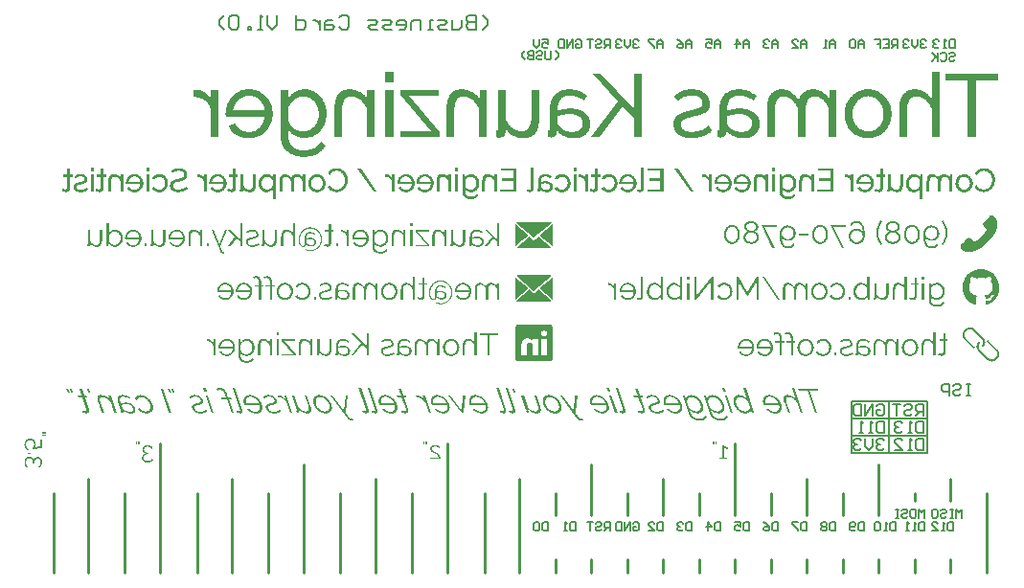
<source format=gbo>
G04 Layer_Color=13684944*
%FSAX25Y25*%
%MOIN*%
G70*
G01*
G75*
%ADD41C,0.01000*%
%ADD66C,0.00600*%
%ADD71C,0.00800*%
%ADD73C,0.00500*%
G36*
X0180385Y0181348D02*
X0180589Y0181324D01*
X0180776Y0181282D01*
X0180860Y0181258D01*
X0180938Y0181240D01*
X0181004Y0181216D01*
X0181070Y0181192D01*
X0181124Y0181173D01*
X0181172Y0181149D01*
X0181208Y0181137D01*
X0181233Y0181125D01*
X0181251Y0181113D01*
X0181256D01*
X0181437Y0181017D01*
X0181599Y0180909D01*
X0181743Y0180801D01*
X0181863Y0180699D01*
X0181918Y0180651D01*
X0181966Y0180608D01*
X0182008Y0180566D01*
X0182038Y0180530D01*
X0182068Y0180506D01*
X0182086Y0180482D01*
X0182098Y0180470D01*
X0182104Y0180464D01*
X0182230Y0180308D01*
X0182338Y0180140D01*
X0182428Y0179983D01*
X0182507Y0179833D01*
X0182543Y0179761D01*
X0182567Y0179701D01*
X0182597Y0179641D01*
X0182615Y0179593D01*
X0182633Y0179557D01*
X0182639Y0179527D01*
X0182651Y0179509D01*
Y0179503D01*
X0182717Y0179298D01*
X0182759Y0179094D01*
X0182795Y0178902D01*
X0182807Y0178812D01*
X0182819Y0178727D01*
X0182825Y0178649D01*
X0182831Y0178577D01*
X0182837Y0178517D01*
Y0178463D01*
X0182843Y0178421D01*
Y0178385D01*
Y0178367D01*
Y0178361D01*
X0182837Y0178150D01*
X0182813Y0177952D01*
X0182783Y0177766D01*
X0182765Y0177682D01*
X0182741Y0177603D01*
X0182723Y0177531D01*
X0182705Y0177465D01*
X0182693Y0177405D01*
X0182675Y0177357D01*
X0182663Y0177321D01*
X0182651Y0177291D01*
X0182645Y0177273D01*
Y0177267D01*
X0182561Y0177075D01*
X0182476Y0176894D01*
X0182380Y0176738D01*
X0182332Y0176666D01*
X0182290Y0176600D01*
X0182248Y0176534D01*
X0182212Y0176486D01*
X0182176Y0176438D01*
X0182146Y0176395D01*
X0182122Y0176365D01*
X0182104Y0176341D01*
X0182092Y0176329D01*
X0182086Y0176323D01*
X0181948Y0176179D01*
X0181797Y0176047D01*
X0181659Y0175939D01*
X0181521Y0175843D01*
X0181461Y0175801D01*
X0181407Y0175770D01*
X0181359Y0175740D01*
X0181317Y0175716D01*
X0181281Y0175692D01*
X0181256Y0175680D01*
X0181238Y0175674D01*
X0181233Y0175668D01*
X0181046Y0175590D01*
X0180854Y0175530D01*
X0180674Y0175488D01*
X0180505Y0175458D01*
X0180427Y0175446D01*
X0180361Y0175440D01*
X0180295Y0175434D01*
X0180247D01*
X0180205Y0175428D01*
X0180145D01*
X0180025Y0175434D01*
X0179910Y0175440D01*
X0179694Y0175476D01*
X0179490Y0175524D01*
X0179393Y0175554D01*
X0179309Y0175584D01*
X0179231Y0175614D01*
X0179159Y0175644D01*
X0179099Y0175668D01*
X0179045Y0175692D01*
X0179003Y0175710D01*
X0178973Y0175728D01*
X0178955Y0175734D01*
X0178949Y0175740D01*
X0178744Y0175867D01*
X0178564Y0176011D01*
X0178480Y0176083D01*
X0178408Y0176155D01*
X0178336Y0176227D01*
X0178276Y0176293D01*
X0178221Y0176359D01*
X0178167Y0176419D01*
X0178125Y0176474D01*
X0178095Y0176522D01*
X0178065Y0176558D01*
X0178047Y0176588D01*
X0178035Y0176606D01*
X0178029Y0176612D01*
Y0175482D01*
X0178035Y0175314D01*
X0178053Y0175157D01*
X0178083Y0175019D01*
X0178113Y0174905D01*
X0178131Y0174851D01*
X0178143Y0174803D01*
X0178155Y0174767D01*
X0178173Y0174731D01*
X0178179Y0174707D01*
X0178191Y0174689D01*
X0178197Y0174677D01*
Y0174671D01*
X0178263Y0174544D01*
X0178336Y0174436D01*
X0178414Y0174334D01*
X0178486Y0174250D01*
X0178552Y0174184D01*
X0178600Y0174136D01*
X0178636Y0174106D01*
X0178642Y0174094D01*
X0178648D01*
X0178756Y0174015D01*
X0178870Y0173943D01*
X0178979Y0173883D01*
X0179087Y0173835D01*
X0179177Y0173799D01*
X0179213Y0173787D01*
X0179243Y0173775D01*
X0179273Y0173763D01*
X0179291Y0173757D01*
X0179303Y0173751D01*
X0179309D01*
X0179454Y0173715D01*
X0179592Y0173685D01*
X0179730Y0173667D01*
X0179850Y0173649D01*
X0179952Y0173643D01*
X0180000D01*
X0180036Y0173637D01*
X0180109D01*
X0180229Y0173643D01*
X0180343Y0173649D01*
X0180571Y0173679D01*
X0180674Y0173697D01*
X0180776Y0173721D01*
X0180866Y0173745D01*
X0180956Y0173769D01*
X0181034Y0173793D01*
X0181106Y0173811D01*
X0181166Y0173835D01*
X0181220Y0173853D01*
X0181263Y0173871D01*
X0181293Y0173883D01*
X0181311Y0173895D01*
X0181317D01*
X0181419Y0173949D01*
X0181515Y0174004D01*
X0181695Y0174130D01*
X0181779Y0174196D01*
X0181851Y0174268D01*
X0181918Y0174334D01*
X0181984Y0174400D01*
X0182038Y0174460D01*
X0182086Y0174520D01*
X0182128Y0174568D01*
X0182164Y0174617D01*
X0182188Y0174653D01*
X0182206Y0174683D01*
X0182218Y0174701D01*
X0182224Y0174707D01*
X0182687Y0174340D01*
X0182537Y0174130D01*
X0182458Y0174034D01*
X0182374Y0173943D01*
X0182296Y0173859D01*
X0182212Y0173781D01*
X0182134Y0173709D01*
X0182056Y0173643D01*
X0181984Y0173583D01*
X0181918Y0173535D01*
X0181858Y0173493D01*
X0181809Y0173457D01*
X0181767Y0173426D01*
X0181731Y0173408D01*
X0181713Y0173397D01*
X0181707Y0173390D01*
X0181587Y0173330D01*
X0181461Y0173276D01*
X0181335Y0173228D01*
X0181196Y0173186D01*
X0181064Y0173150D01*
X0180932Y0173120D01*
X0180800Y0173102D01*
X0180680Y0173078D01*
X0180559Y0173066D01*
X0180451Y0173054D01*
X0180355Y0173048D01*
X0180271Y0173042D01*
X0180205Y0173036D01*
X0180109D01*
X0179898Y0173042D01*
X0179700Y0173060D01*
X0179514Y0173084D01*
X0179429Y0173102D01*
X0179351Y0173114D01*
X0179279Y0173126D01*
X0179213Y0173144D01*
X0179159Y0173156D01*
X0179111Y0173168D01*
X0179075Y0173180D01*
X0179045Y0173186D01*
X0179027Y0173192D01*
X0179021D01*
X0178834Y0173258D01*
X0178660Y0173330D01*
X0178504Y0173408D01*
X0178438Y0173451D01*
X0178372Y0173487D01*
X0178318Y0173523D01*
X0178263Y0173553D01*
X0178221Y0173583D01*
X0178185Y0173613D01*
X0178155Y0173631D01*
X0178137Y0173649D01*
X0178125Y0173655D01*
X0178119Y0173661D01*
X0177981Y0173781D01*
X0177861Y0173907D01*
X0177759Y0174040D01*
X0177668Y0174160D01*
X0177596Y0174262D01*
X0177572Y0174310D01*
X0177548Y0174346D01*
X0177530Y0174382D01*
X0177518Y0174406D01*
X0177506Y0174418D01*
Y0174424D01*
X0177428Y0174599D01*
X0177374Y0174785D01*
X0177332Y0174959D01*
X0177308Y0175127D01*
X0177296Y0175199D01*
X0177290Y0175266D01*
X0177284Y0175332D01*
Y0175380D01*
X0177278Y0175422D01*
Y0175458D01*
Y0175476D01*
Y0175482D01*
Y0181258D01*
X0177957D01*
Y0180056D01*
X0178107Y0180254D01*
X0178263Y0180434D01*
X0178420Y0180596D01*
X0178492Y0180669D01*
X0178564Y0180729D01*
X0178630Y0180789D01*
X0178690Y0180843D01*
X0178744Y0180885D01*
X0178792Y0180921D01*
X0178829Y0180951D01*
X0178858Y0180969D01*
X0178876Y0180981D01*
X0178883Y0180987D01*
X0178985Y0181053D01*
X0179093Y0181107D01*
X0179201Y0181161D01*
X0179309Y0181203D01*
X0179417Y0181240D01*
X0179526Y0181270D01*
X0179628Y0181294D01*
X0179730Y0181312D01*
X0179820Y0181330D01*
X0179904Y0181342D01*
X0179976Y0181348D01*
X0180043Y0181354D01*
X0180097Y0181360D01*
X0180169D01*
X0180385Y0181348D01*
D02*
G37*
G36*
X0260114Y0175500D02*
X0259363D01*
Y0179022D01*
X0259320Y0179154D01*
X0259272Y0179274D01*
X0259218Y0179383D01*
X0259170Y0179485D01*
X0259128Y0179563D01*
X0259092Y0179623D01*
X0259074Y0179647D01*
X0259062Y0179665D01*
X0259056Y0179671D01*
Y0179677D01*
X0258978Y0179785D01*
X0258894Y0179887D01*
X0258816Y0179971D01*
X0258737Y0180050D01*
X0258671Y0180110D01*
X0258623Y0180158D01*
X0258587Y0180182D01*
X0258575Y0180194D01*
X0258473Y0180272D01*
X0258365Y0180344D01*
X0258269Y0180404D01*
X0258178Y0180452D01*
X0258100Y0180488D01*
X0258040Y0180518D01*
X0258016Y0180530D01*
X0257998Y0180536D01*
X0257992Y0180542D01*
X0257986D01*
X0257866Y0180585D01*
X0257752Y0180621D01*
X0257650Y0180645D01*
X0257547Y0180657D01*
X0257469Y0180669D01*
X0257403Y0180675D01*
X0257349D01*
X0257229Y0180669D01*
X0257121Y0180657D01*
X0257019Y0180632D01*
X0256922Y0180596D01*
X0256832Y0180560D01*
X0256754Y0180518D01*
X0256676Y0180476D01*
X0256610Y0180434D01*
X0256556Y0180386D01*
X0256502Y0180344D01*
X0256460Y0180302D01*
X0256424Y0180266D01*
X0256399Y0180236D01*
X0256382Y0180212D01*
X0256369Y0180194D01*
X0256364Y0180188D01*
X0256303Y0180092D01*
X0256249Y0179983D01*
X0256207Y0179869D01*
X0256165Y0179755D01*
X0256129Y0179629D01*
X0256105Y0179509D01*
X0256063Y0179268D01*
X0256051Y0179160D01*
X0256039Y0179052D01*
X0256033Y0178962D01*
X0256027Y0178878D01*
X0256021Y0178812D01*
Y0178757D01*
Y0178727D01*
Y0178715D01*
Y0175500D01*
X0255270D01*
Y0178872D01*
X0255276Y0179076D01*
X0255288Y0179262D01*
X0255300Y0179437D01*
X0255312Y0179515D01*
X0255318Y0179587D01*
X0255330Y0179647D01*
X0255342Y0179707D01*
X0255348Y0179761D01*
X0255354Y0179803D01*
X0255360Y0179833D01*
X0255366Y0179863D01*
X0255372Y0179875D01*
Y0179881D01*
X0255414Y0180044D01*
X0255462Y0180194D01*
X0255510Y0180332D01*
X0255564Y0180446D01*
X0255612Y0180536D01*
X0255630Y0180572D01*
X0255648Y0180603D01*
X0255666Y0180632D01*
X0255672Y0180651D01*
X0255684Y0180657D01*
Y0180663D01*
X0255768Y0180777D01*
X0255865Y0180885D01*
X0255961Y0180969D01*
X0256045Y0181041D01*
X0256129Y0181101D01*
X0256189Y0181137D01*
X0256213Y0181155D01*
X0256231Y0181167D01*
X0256243Y0181173D01*
X0256249D01*
X0256387Y0181234D01*
X0256526Y0181282D01*
X0256670Y0181312D01*
X0256802Y0181336D01*
X0256922Y0181348D01*
X0256971Y0181354D01*
X0257013Y0181360D01*
X0257097D01*
X0257229Y0181354D01*
X0257355Y0181342D01*
X0257475Y0181324D01*
X0257595Y0181300D01*
X0257710Y0181270D01*
X0257818Y0181240D01*
X0257914Y0181203D01*
X0258010Y0181173D01*
X0258094Y0181137D01*
X0258172Y0181101D01*
X0258239Y0181071D01*
X0258293Y0181041D01*
X0258341Y0181017D01*
X0258371Y0180999D01*
X0258395Y0180987D01*
X0258401Y0180981D01*
X0258509Y0180909D01*
X0258617Y0180831D01*
X0258713Y0180747D01*
X0258809Y0180663D01*
X0258894Y0180578D01*
X0258972Y0180494D01*
X0259044Y0180410D01*
X0259110Y0180326D01*
X0259170Y0180254D01*
X0259218Y0180182D01*
X0259260Y0180116D01*
X0259296Y0180062D01*
X0259326Y0180014D01*
X0259344Y0179983D01*
X0259356Y0179959D01*
X0259363Y0179953D01*
Y0183571D01*
X0260114D01*
Y0175500D01*
D02*
G37*
G36*
X0235082Y0181354D02*
X0235286Y0181330D01*
X0235473Y0181300D01*
X0235563Y0181282D01*
X0235641Y0181264D01*
X0235713Y0181246D01*
X0235779Y0181228D01*
X0235839Y0181210D01*
X0235887Y0181198D01*
X0235924Y0181185D01*
X0235953Y0181173D01*
X0235971Y0181167D01*
X0235978D01*
X0236176Y0181089D01*
X0236374Y0180999D01*
X0236555Y0180909D01*
X0236645Y0180861D01*
X0236723Y0180819D01*
X0236795Y0180777D01*
X0236867Y0180735D01*
X0236921Y0180699D01*
X0236975Y0180669D01*
X0237017Y0180645D01*
X0237047Y0180626D01*
X0237065Y0180614D01*
X0237071Y0180608D01*
X0236807Y0180110D01*
X0236633Y0180224D01*
X0236458Y0180326D01*
X0236302Y0180416D01*
X0236164Y0180488D01*
X0236098Y0180518D01*
X0236044Y0180542D01*
X0235996Y0180566D01*
X0235953Y0180585D01*
X0235924Y0180596D01*
X0235893Y0180608D01*
X0235881Y0180614D01*
X0235875D01*
X0235701Y0180675D01*
X0235533Y0180717D01*
X0235377Y0180753D01*
X0235238Y0180771D01*
X0235178Y0180783D01*
X0235118D01*
X0235070Y0180789D01*
X0235028Y0180795D01*
X0234950D01*
X0234812Y0180789D01*
X0234685Y0180777D01*
X0234565Y0180753D01*
X0234451Y0180723D01*
X0234349Y0180693D01*
X0234253Y0180651D01*
X0234162Y0180614D01*
X0234084Y0180572D01*
X0234012Y0180530D01*
X0233952Y0180488D01*
X0233898Y0180446D01*
X0233850Y0180416D01*
X0233820Y0180386D01*
X0233790Y0180362D01*
X0233778Y0180350D01*
X0233772Y0180344D01*
X0233694Y0180260D01*
X0233628Y0180164D01*
X0233568Y0180068D01*
X0233520Y0179965D01*
X0233477Y0179869D01*
X0233441Y0179767D01*
X0233411Y0179671D01*
X0233387Y0179575D01*
X0233369Y0179485D01*
X0233357Y0179401D01*
X0233345Y0179328D01*
X0233339Y0179262D01*
X0233333Y0179208D01*
Y0179172D01*
Y0179142D01*
Y0179136D01*
Y0178613D01*
X0233471Y0178667D01*
X0233610Y0178709D01*
X0233748Y0178745D01*
X0233874Y0178781D01*
X0233982Y0178805D01*
X0234030Y0178812D01*
X0234066Y0178823D01*
X0234102Y0178830D01*
X0234126D01*
X0234138Y0178835D01*
X0234144D01*
X0234313Y0178860D01*
X0234475Y0178884D01*
X0234619Y0178896D01*
X0234757Y0178902D01*
X0234812Y0178908D01*
X0234866D01*
X0234914Y0178914D01*
X0235028D01*
X0235226Y0178908D01*
X0235413Y0178896D01*
X0235581Y0178872D01*
X0235653Y0178860D01*
X0235725Y0178854D01*
X0235791Y0178842D01*
X0235845Y0178830D01*
X0235899Y0178817D01*
X0235942Y0178805D01*
X0235971Y0178799D01*
X0236002Y0178794D01*
X0236014Y0178788D01*
X0236020D01*
X0236182Y0178733D01*
X0236326Y0178679D01*
X0236458Y0178619D01*
X0236573Y0178559D01*
X0236663Y0178505D01*
X0236699Y0178487D01*
X0236729Y0178463D01*
X0236753Y0178451D01*
X0236777Y0178439D01*
X0236783Y0178427D01*
X0236789D01*
X0236903Y0178337D01*
X0236999Y0178241D01*
X0237089Y0178144D01*
X0237156Y0178060D01*
X0237216Y0177982D01*
X0237252Y0177922D01*
X0237270Y0177898D01*
X0237282Y0177880D01*
X0237288Y0177874D01*
Y0177868D01*
X0237348Y0177742D01*
X0237390Y0177621D01*
X0237420Y0177495D01*
X0237438Y0177387D01*
X0237450Y0177291D01*
X0237456Y0177249D01*
X0237462Y0177213D01*
Y0177183D01*
Y0177165D01*
Y0177153D01*
Y0177147D01*
X0237456Y0177015D01*
X0237438Y0176888D01*
X0237414Y0176774D01*
X0237390Y0176672D01*
X0237366Y0176588D01*
X0237342Y0176522D01*
X0237330Y0176498D01*
X0237324Y0176480D01*
X0237318Y0176474D01*
Y0176468D01*
X0237258Y0176353D01*
X0237192Y0176245D01*
X0237125Y0176149D01*
X0237059Y0176065D01*
X0237005Y0175999D01*
X0236957Y0175945D01*
X0236927Y0175915D01*
X0236915Y0175909D01*
Y0175903D01*
X0236813Y0175819D01*
X0236705Y0175740D01*
X0236603Y0175680D01*
X0236500Y0175626D01*
X0236416Y0175578D01*
X0236350Y0175548D01*
X0236326Y0175536D01*
X0236308Y0175530D01*
X0236296Y0175524D01*
X0236290D01*
X0236152Y0175482D01*
X0236008Y0175446D01*
X0235869Y0175422D01*
X0235749Y0175410D01*
X0235641Y0175398D01*
X0235593D01*
X0235551Y0175392D01*
X0235479D01*
X0235359Y0175398D01*
X0235244Y0175404D01*
X0235016Y0175434D01*
X0234806Y0175482D01*
X0234709Y0175506D01*
X0234619Y0175530D01*
X0234535Y0175554D01*
X0234463Y0175578D01*
X0234397Y0175602D01*
X0234343Y0175626D01*
X0234295Y0175644D01*
X0234265Y0175656D01*
X0234241Y0175668D01*
X0234235D01*
X0234120Y0175722D01*
X0234018Y0175783D01*
X0233916Y0175849D01*
X0233820Y0175909D01*
X0233736Y0175975D01*
X0233652Y0176041D01*
X0233580Y0176107D01*
X0233513Y0176173D01*
X0233453Y0176233D01*
X0233399Y0176287D01*
X0233351Y0176335D01*
X0233315Y0176377D01*
X0233285Y0176414D01*
X0233267Y0176438D01*
X0233255Y0176456D01*
X0233249Y0176462D01*
X0233225Y0176005D01*
X0233207Y0175915D01*
X0233183Y0175830D01*
X0233147Y0175764D01*
X0233111Y0175710D01*
X0233081Y0175662D01*
X0233051Y0175632D01*
X0233027Y0175614D01*
X0233021Y0175608D01*
X0232948Y0175566D01*
X0232876Y0175536D01*
X0232810Y0175512D01*
X0232750Y0175500D01*
X0232696Y0175488D01*
X0232654Y0175482D01*
X0232570D01*
X0232528Y0175488D01*
X0232486D01*
X0232426Y0175494D01*
X0232371D01*
X0232347Y0175500D01*
X0232317D01*
Y0176161D01*
X0232365Y0176167D01*
X0232402Y0176173D01*
X0232468Y0176209D01*
X0232516Y0176257D01*
X0232546Y0176317D01*
X0232570Y0176372D01*
X0232576Y0176419D01*
X0232582Y0176456D01*
Y0176462D01*
Y0176468D01*
Y0179070D01*
X0232588Y0179262D01*
X0232606Y0179449D01*
X0232636Y0179623D01*
X0232678Y0179785D01*
X0232726Y0179935D01*
X0232780Y0180074D01*
X0232834Y0180194D01*
X0232888Y0180308D01*
X0232948Y0180410D01*
X0233003Y0180500D01*
X0233057Y0180572D01*
X0233105Y0180632D01*
X0233141Y0180687D01*
X0233177Y0180717D01*
X0233195Y0180741D01*
X0233201Y0180747D01*
X0233321Y0180855D01*
X0233447Y0180951D01*
X0233586Y0181029D01*
X0233724Y0181101D01*
X0233862Y0181161D01*
X0234000Y0181210D01*
X0234138Y0181252D01*
X0234271Y0181282D01*
X0234391Y0181306D01*
X0234505Y0181330D01*
X0234607Y0181342D01*
X0234697Y0181348D01*
X0234770Y0181354D01*
X0234824Y0181360D01*
X0234872D01*
X0235082Y0181354D01*
D02*
G37*
G36*
X0213722D02*
X0213927Y0181330D01*
X0214113Y0181300D01*
X0214203Y0181282D01*
X0214281Y0181264D01*
X0214354Y0181246D01*
X0214420Y0181228D01*
X0214480Y0181210D01*
X0214528Y0181198D01*
X0214564Y0181185D01*
X0214594Y0181173D01*
X0214612Y0181167D01*
X0214618D01*
X0214816Y0181089D01*
X0215015Y0180999D01*
X0215195Y0180909D01*
X0215285Y0180861D01*
X0215363Y0180819D01*
X0215435Y0180777D01*
X0215508Y0180735D01*
X0215562Y0180699D01*
X0215616Y0180669D01*
X0215658Y0180645D01*
X0215688Y0180626D01*
X0215706Y0180614D01*
X0215712Y0180608D01*
X0215447Y0180110D01*
X0215273Y0180224D01*
X0215099Y0180326D01*
X0214943Y0180416D01*
X0214804Y0180488D01*
X0214738Y0180518D01*
X0214684Y0180542D01*
X0214636Y0180566D01*
X0214594Y0180585D01*
X0214564Y0180596D01*
X0214534Y0180608D01*
X0214522Y0180614D01*
X0214516D01*
X0214342Y0180675D01*
X0214173Y0180717D01*
X0214017Y0180753D01*
X0213879Y0180771D01*
X0213819Y0180783D01*
X0213759D01*
X0213710Y0180789D01*
X0213668Y0180795D01*
X0213590D01*
X0213452Y0180789D01*
X0213326Y0180777D01*
X0213206Y0180753D01*
X0213091Y0180723D01*
X0212989Y0180693D01*
X0212893Y0180651D01*
X0212803Y0180614D01*
X0212725Y0180572D01*
X0212653Y0180530D01*
X0212593Y0180488D01*
X0212539Y0180446D01*
X0212491Y0180416D01*
X0212460Y0180386D01*
X0212430Y0180362D01*
X0212418Y0180350D01*
X0212412Y0180344D01*
X0212334Y0180260D01*
X0212268Y0180164D01*
X0212208Y0180068D01*
X0212160Y0179965D01*
X0212118Y0179869D01*
X0212082Y0179767D01*
X0212052Y0179671D01*
X0212028Y0179575D01*
X0212010Y0179485D01*
X0211998Y0179401D01*
X0211986Y0179328D01*
X0211980Y0179262D01*
X0211974Y0179208D01*
Y0179172D01*
Y0179142D01*
Y0179136D01*
Y0178613D01*
X0212112Y0178667D01*
X0212250Y0178709D01*
X0212388Y0178745D01*
X0212514Y0178781D01*
X0212623Y0178805D01*
X0212671Y0178812D01*
X0212707Y0178823D01*
X0212743Y0178830D01*
X0212767D01*
X0212779Y0178835D01*
X0212785D01*
X0212953Y0178860D01*
X0213116Y0178884D01*
X0213260Y0178896D01*
X0213398Y0178902D01*
X0213452Y0178908D01*
X0213506D01*
X0213554Y0178914D01*
X0213668D01*
X0213867Y0178908D01*
X0214053Y0178896D01*
X0214221Y0178872D01*
X0214294Y0178860D01*
X0214366Y0178854D01*
X0214432Y0178842D01*
X0214486Y0178830D01*
X0214540Y0178817D01*
X0214582Y0178805D01*
X0214612Y0178799D01*
X0214642Y0178794D01*
X0214654Y0178788D01*
X0214660D01*
X0214822Y0178733D01*
X0214967Y0178679D01*
X0215099Y0178619D01*
X0215213Y0178559D01*
X0215303Y0178505D01*
X0215339Y0178487D01*
X0215369Y0178463D01*
X0215393Y0178451D01*
X0215417Y0178439D01*
X0215423Y0178427D01*
X0215429D01*
X0215544Y0178337D01*
X0215640Y0178241D01*
X0215730Y0178144D01*
X0215796Y0178060D01*
X0215856Y0177982D01*
X0215892Y0177922D01*
X0215910Y0177898D01*
X0215922Y0177880D01*
X0215928Y0177874D01*
Y0177868D01*
X0215988Y0177742D01*
X0216030Y0177621D01*
X0216060Y0177495D01*
X0216078Y0177387D01*
X0216090Y0177291D01*
X0216096Y0177249D01*
X0216103Y0177213D01*
Y0177183D01*
Y0177165D01*
Y0177153D01*
Y0177147D01*
X0216096Y0177015D01*
X0216078Y0176888D01*
X0216054Y0176774D01*
X0216030Y0176672D01*
X0216006Y0176588D01*
X0215982Y0176522D01*
X0215970Y0176498D01*
X0215964Y0176480D01*
X0215958Y0176474D01*
Y0176468D01*
X0215898Y0176353D01*
X0215832Y0176245D01*
X0215766Y0176149D01*
X0215700Y0176065D01*
X0215646Y0175999D01*
X0215598Y0175945D01*
X0215568Y0175915D01*
X0215556Y0175909D01*
Y0175903D01*
X0215453Y0175819D01*
X0215345Y0175740D01*
X0215243Y0175680D01*
X0215141Y0175626D01*
X0215057Y0175578D01*
X0214991Y0175548D01*
X0214967Y0175536D01*
X0214949Y0175530D01*
X0214936Y0175524D01*
X0214931D01*
X0214792Y0175482D01*
X0214648Y0175446D01*
X0214510Y0175422D01*
X0214390Y0175410D01*
X0214281Y0175398D01*
X0214233D01*
X0214191Y0175392D01*
X0214119D01*
X0213999Y0175398D01*
X0213885Y0175404D01*
X0213656Y0175434D01*
X0213446Y0175482D01*
X0213350Y0175506D01*
X0213260Y0175530D01*
X0213176Y0175554D01*
X0213104Y0175578D01*
X0213037Y0175602D01*
X0212983Y0175626D01*
X0212935Y0175644D01*
X0212905Y0175656D01*
X0212881Y0175668D01*
X0212875D01*
X0212761Y0175722D01*
X0212659Y0175783D01*
X0212557Y0175849D01*
X0212460Y0175909D01*
X0212376Y0175975D01*
X0212292Y0176041D01*
X0212220Y0176107D01*
X0212154Y0176173D01*
X0212094Y0176233D01*
X0212040Y0176287D01*
X0211992Y0176335D01*
X0211956Y0176377D01*
X0211926Y0176414D01*
X0211908Y0176438D01*
X0211895Y0176456D01*
X0211890Y0176462D01*
X0211865Y0176005D01*
X0211847Y0175915D01*
X0211823Y0175830D01*
X0211787Y0175764D01*
X0211751Y0175710D01*
X0211721Y0175662D01*
X0211691Y0175632D01*
X0211667Y0175614D01*
X0211661Y0175608D01*
X0211589Y0175566D01*
X0211517Y0175536D01*
X0211451Y0175512D01*
X0211391Y0175500D01*
X0211336Y0175488D01*
X0211295Y0175482D01*
X0211210D01*
X0211168Y0175488D01*
X0211126D01*
X0211066Y0175494D01*
X0211012D01*
X0210988Y0175500D01*
X0210958D01*
Y0176161D01*
X0211006Y0176167D01*
X0211042Y0176173D01*
X0211108Y0176209D01*
X0211156Y0176257D01*
X0211186Y0176317D01*
X0211210Y0176372D01*
X0211216Y0176419D01*
X0211222Y0176456D01*
Y0176462D01*
Y0176468D01*
Y0179070D01*
X0211228Y0179262D01*
X0211246Y0179449D01*
X0211277Y0179623D01*
X0211318Y0179785D01*
X0211367Y0179935D01*
X0211421Y0180074D01*
X0211475Y0180194D01*
X0211529Y0180308D01*
X0211589Y0180410D01*
X0211643Y0180500D01*
X0211697Y0180572D01*
X0211745Y0180632D01*
X0211781Y0180687D01*
X0211817Y0180717D01*
X0211835Y0180741D01*
X0211841Y0180747D01*
X0211962Y0180855D01*
X0212088Y0180951D01*
X0212226Y0181029D01*
X0212364Y0181101D01*
X0212503Y0181161D01*
X0212641Y0181210D01*
X0212779Y0181252D01*
X0212911Y0181282D01*
X0213031Y0181306D01*
X0213146Y0181330D01*
X0213248Y0181342D01*
X0213338Y0181348D01*
X0213410Y0181354D01*
X0213464Y0181360D01*
X0213512D01*
X0213722Y0181354D01*
D02*
G37*
G36*
X0244373D02*
X0244500Y0181342D01*
X0244626Y0181324D01*
X0244740Y0181300D01*
X0244854Y0181276D01*
X0244956Y0181240D01*
X0245053Y0181210D01*
X0245143Y0181173D01*
X0245227Y0181137D01*
X0245299Y0181107D01*
X0245365Y0181071D01*
X0245419Y0181047D01*
X0245461Y0181023D01*
X0245497Y0181005D01*
X0245515Y0180993D01*
X0245521Y0180987D01*
X0245624Y0180915D01*
X0245726Y0180837D01*
X0245906Y0180669D01*
X0245990Y0180585D01*
X0246062Y0180494D01*
X0246134Y0180410D01*
X0246201Y0180332D01*
X0246255Y0180254D01*
X0246303Y0180182D01*
X0246345Y0180116D01*
X0246381Y0180062D01*
X0246411Y0180019D01*
X0246429Y0179983D01*
X0246441Y0179959D01*
X0246447Y0179953D01*
Y0181258D01*
X0247132D01*
Y0175500D01*
X0246381D01*
Y0179022D01*
X0246339Y0179160D01*
X0246285Y0179286D01*
X0246231Y0179406D01*
X0246170Y0179521D01*
X0246116Y0179629D01*
X0246050Y0179725D01*
X0245990Y0179815D01*
X0245936Y0179899D01*
X0245876Y0179971D01*
X0245822Y0180038D01*
X0245780Y0180092D01*
X0245738Y0180134D01*
X0245702Y0180170D01*
X0245678Y0180200D01*
X0245660Y0180212D01*
X0245654Y0180218D01*
X0245557Y0180296D01*
X0245455Y0180368D01*
X0245359Y0180428D01*
X0245257Y0180482D01*
X0245155Y0180524D01*
X0245059Y0180560D01*
X0244969Y0180596D01*
X0244878Y0180621D01*
X0244794Y0180639D01*
X0244722Y0180651D01*
X0244656Y0180663D01*
X0244596Y0180669D01*
X0244554Y0180675D01*
X0244488D01*
X0244373Y0180669D01*
X0244265Y0180657D01*
X0244163Y0180632D01*
X0244073Y0180603D01*
X0243989Y0180566D01*
X0243911Y0180524D01*
X0243839Y0180482D01*
X0243778Y0180440D01*
X0243724Y0180398D01*
X0243676Y0180356D01*
X0243634Y0180314D01*
X0243604Y0180278D01*
X0243574Y0180248D01*
X0243556Y0180224D01*
X0243550Y0180212D01*
X0243544Y0180206D01*
X0243490Y0180116D01*
X0243442Y0180008D01*
X0243400Y0179899D01*
X0243364Y0179779D01*
X0243310Y0179533D01*
X0243268Y0179286D01*
X0243256Y0179172D01*
X0243250Y0179064D01*
X0243244Y0178968D01*
X0243238Y0178884D01*
X0243232Y0178812D01*
Y0178763D01*
Y0178727D01*
Y0178721D01*
Y0178715D01*
Y0175500D01*
X0242480D01*
Y0179016D01*
X0242438Y0179148D01*
X0242390Y0179274D01*
X0242342Y0179388D01*
X0242300Y0179485D01*
X0242258Y0179569D01*
X0242222Y0179629D01*
X0242210Y0179653D01*
X0242198Y0179671D01*
X0242192Y0179677D01*
Y0179683D01*
X0242120Y0179791D01*
X0242042Y0179893D01*
X0241969Y0179983D01*
X0241897Y0180062D01*
X0241843Y0180122D01*
X0241795Y0180170D01*
X0241765Y0180194D01*
X0241753Y0180206D01*
X0241657Y0180284D01*
X0241567Y0180356D01*
X0241471Y0180410D01*
X0241393Y0180458D01*
X0241320Y0180500D01*
X0241260Y0180524D01*
X0241224Y0180542D01*
X0241218Y0180548D01*
X0241212D01*
X0241098Y0180590D01*
X0240990Y0180621D01*
X0240888Y0180645D01*
X0240792Y0180657D01*
X0240707Y0180669D01*
X0240641Y0180675D01*
X0240587D01*
X0240473Y0180669D01*
X0240359Y0180657D01*
X0240263Y0180632D01*
X0240166Y0180603D01*
X0240082Y0180560D01*
X0240004Y0180524D01*
X0239932Y0180476D01*
X0239866Y0180434D01*
X0239812Y0180392D01*
X0239764Y0180344D01*
X0239722Y0180308D01*
X0239692Y0180272D01*
X0239662Y0180236D01*
X0239644Y0180212D01*
X0239638Y0180200D01*
X0239632Y0180194D01*
X0239578Y0180098D01*
X0239524Y0179996D01*
X0239481Y0179881D01*
X0239445Y0179761D01*
X0239391Y0179515D01*
X0239355Y0179274D01*
X0239337Y0179166D01*
X0239331Y0179058D01*
X0239325Y0178962D01*
X0239319Y0178878D01*
X0239313Y0178812D01*
Y0178757D01*
Y0178727D01*
Y0178715D01*
Y0175500D01*
X0238562D01*
Y0178872D01*
X0238568Y0179076D01*
X0238574Y0179268D01*
X0238592Y0179443D01*
X0238598Y0179521D01*
X0238610Y0179593D01*
X0238616Y0179659D01*
X0238628Y0179719D01*
X0238634Y0179773D01*
X0238640Y0179815D01*
X0238646Y0179845D01*
X0238652Y0179875D01*
X0238658Y0179887D01*
Y0179893D01*
X0238694Y0180056D01*
X0238742Y0180206D01*
X0238790Y0180344D01*
X0238844Y0180458D01*
X0238886Y0180548D01*
X0238904Y0180585D01*
X0238922Y0180614D01*
X0238941Y0180645D01*
X0238947Y0180663D01*
X0238959Y0180669D01*
Y0180675D01*
X0239043Y0180789D01*
X0239127Y0180891D01*
X0239217Y0180981D01*
X0239307Y0181053D01*
X0239379Y0181107D01*
X0239445Y0181149D01*
X0239469Y0181161D01*
X0239481Y0181173D01*
X0239493Y0181179D01*
X0239499D01*
X0239632Y0181240D01*
X0239770Y0181282D01*
X0239902Y0181318D01*
X0240028Y0181336D01*
X0240142Y0181348D01*
X0240191Y0181354D01*
X0240233Y0181360D01*
X0240311D01*
X0240443Y0181354D01*
X0240569Y0181342D01*
X0240695Y0181324D01*
X0240816Y0181294D01*
X0240930Y0181264D01*
X0241044Y0181221D01*
X0241260Y0181125D01*
X0241459Y0181017D01*
X0241645Y0180891D01*
X0241813Y0180759D01*
X0241964Y0180621D01*
X0242096Y0180476D01*
X0242216Y0180344D01*
X0242312Y0180218D01*
X0242396Y0180110D01*
X0242462Y0180014D01*
X0242486Y0179971D01*
X0242510Y0179941D01*
X0242522Y0179911D01*
X0242534Y0179893D01*
X0242547Y0179881D01*
Y0179875D01*
X0242565Y0179996D01*
X0242595Y0180116D01*
X0242625Y0180224D01*
X0242667Y0180326D01*
X0242709Y0180422D01*
X0242751Y0180506D01*
X0242799Y0180590D01*
X0242841Y0180663D01*
X0242889Y0180729D01*
X0242931Y0180789D01*
X0242967Y0180837D01*
X0243003Y0180879D01*
X0243033Y0180909D01*
X0243057Y0180933D01*
X0243069Y0180945D01*
X0243075Y0180951D01*
X0243160Y0181023D01*
X0243250Y0181083D01*
X0243346Y0181143D01*
X0243442Y0181185D01*
X0243544Y0181228D01*
X0243640Y0181258D01*
X0243827Y0181312D01*
X0243911Y0181324D01*
X0243995Y0181336D01*
X0244061Y0181348D01*
X0244127Y0181354D01*
X0244175Y0181360D01*
X0244247D01*
X0244373Y0181354D01*
D02*
G37*
G36*
X0267506Y0182664D02*
X0264705D01*
Y0175500D01*
X0263930D01*
Y0182664D01*
X0261135D01*
Y0183349D01*
X0267506D01*
Y0182664D01*
D02*
G37*
G36*
X0221782Y0178781D02*
Y0183337D01*
X0222545D01*
Y0175500D01*
X0221782D01*
Y0177910D01*
X0220291Y0179443D01*
X0217280Y0175500D01*
X0216427D01*
X0219811Y0179899D01*
X0216607Y0183349D01*
X0217455D01*
X0221782Y0178781D01*
D02*
G37*
G36*
X0209642Y0177874D02*
X0209636Y0177652D01*
X0209624Y0177441D01*
X0209600Y0177243D01*
X0209570Y0177063D01*
X0209534Y0176894D01*
X0209497Y0176738D01*
X0209455Y0176600D01*
X0209407Y0176480D01*
X0209365Y0176372D01*
X0209323Y0176275D01*
X0209287Y0176191D01*
X0209251Y0176131D01*
X0209221Y0176077D01*
X0209197Y0176041D01*
X0209185Y0176017D01*
X0209179Y0176011D01*
X0209089Y0175903D01*
X0208987Y0175806D01*
X0208878Y0175722D01*
X0208770Y0175650D01*
X0208656Y0175596D01*
X0208542Y0175542D01*
X0208428Y0175500D01*
X0208319Y0175470D01*
X0208217Y0175446D01*
X0208121Y0175422D01*
X0208031Y0175410D01*
X0207959Y0175404D01*
X0207893Y0175398D01*
X0207851Y0175392D01*
X0207809D01*
X0207664Y0175398D01*
X0207526Y0175410D01*
X0207394Y0175428D01*
X0207268Y0175452D01*
X0207148Y0175476D01*
X0207027Y0175506D01*
X0206919Y0175542D01*
X0206823Y0175578D01*
X0206733Y0175608D01*
X0206649Y0175644D01*
X0206577Y0175674D01*
X0206522Y0175704D01*
X0206474Y0175722D01*
X0206438Y0175740D01*
X0206414Y0175752D01*
X0206408Y0175758D01*
X0206288Y0175830D01*
X0206180Y0175909D01*
X0206072Y0175993D01*
X0205976Y0176077D01*
X0205886Y0176161D01*
X0205801Y0176251D01*
X0205723Y0176335D01*
X0205651Y0176419D01*
X0205585Y0176498D01*
X0205531Y0176570D01*
X0205483Y0176636D01*
X0205447Y0176690D01*
X0205417Y0176738D01*
X0205393Y0176774D01*
X0205381Y0176798D01*
X0205375Y0176804D01*
Y0176005D01*
X0205369Y0175921D01*
X0205345Y0175849D01*
X0205314Y0175783D01*
X0205285Y0175728D01*
X0205248Y0175680D01*
X0205224Y0175650D01*
X0205200Y0175626D01*
X0205194Y0175620D01*
X0205122Y0175572D01*
X0205044Y0175536D01*
X0204972Y0175506D01*
X0204906Y0175488D01*
X0204846Y0175476D01*
X0204798Y0175470D01*
X0204714D01*
X0204672Y0175476D01*
X0204569Y0175488D01*
X0204521D01*
X0204485Y0175494D01*
X0204461Y0175500D01*
X0204449D01*
Y0176161D01*
X0204497Y0176167D01*
X0204539Y0176173D01*
X0204611Y0176209D01*
X0204659Y0176257D01*
X0204690Y0176317D01*
X0204714Y0176372D01*
X0204719Y0176419D01*
X0204726Y0176456D01*
Y0176462D01*
Y0176468D01*
Y0181258D01*
X0205477D01*
Y0177634D01*
X0205531Y0177501D01*
X0205585Y0177375D01*
X0205645Y0177267D01*
X0205699Y0177171D01*
X0205747Y0177087D01*
X0205789Y0177026D01*
X0205807Y0177008D01*
X0205813Y0176990D01*
X0205825Y0176985D01*
Y0176979D01*
X0205909Y0176876D01*
X0205994Y0176780D01*
X0206072Y0176696D01*
X0206150Y0176624D01*
X0206216Y0176564D01*
X0206264Y0176516D01*
X0206300Y0176492D01*
X0206306Y0176480D01*
X0206312D01*
X0206414Y0176408D01*
X0206517Y0176341D01*
X0206619Y0176287D01*
X0206709Y0176239D01*
X0206787Y0176209D01*
X0206847Y0176179D01*
X0206871Y0176173D01*
X0206889Y0176167D01*
X0206895Y0176161D01*
X0206901D01*
X0207021Y0176125D01*
X0207136Y0176101D01*
X0207250Y0176077D01*
X0207346Y0176065D01*
X0207430Y0176059D01*
X0207496Y0176053D01*
X0207556D01*
X0207677Y0176059D01*
X0207791Y0176077D01*
X0207899Y0176101D01*
X0207995Y0176137D01*
X0208091Y0176179D01*
X0208175Y0176233D01*
X0208253Y0176293D01*
X0208326Y0176359D01*
X0208458Y0176504D01*
X0208566Y0176672D01*
X0208650Y0176846D01*
X0208722Y0177032D01*
X0208776Y0177213D01*
X0208818Y0177387D01*
X0208848Y0177555D01*
X0208866Y0177700D01*
X0208878Y0177766D01*
X0208885Y0177826D01*
Y0177880D01*
X0208891Y0177922D01*
Y0177958D01*
Y0177982D01*
Y0178000D01*
Y0178006D01*
Y0181258D01*
X0209642D01*
Y0177874D01*
D02*
G37*
G36*
X0173383Y0181348D02*
X0173600Y0181324D01*
X0173702Y0181306D01*
X0173798Y0181282D01*
X0173888Y0181264D01*
X0173972Y0181240D01*
X0174045Y0181216D01*
X0174117Y0181198D01*
X0174171Y0181173D01*
X0174225Y0181155D01*
X0174261Y0181143D01*
X0174291Y0181131D01*
X0174309Y0181119D01*
X0174315D01*
X0174501Y0181023D01*
X0174676Y0180921D01*
X0174832Y0180813D01*
X0174904Y0180759D01*
X0174970Y0180711D01*
X0175024Y0180663D01*
X0175078Y0180621D01*
X0175120Y0180578D01*
X0175156Y0180542D01*
X0175186Y0180518D01*
X0175210Y0180494D01*
X0175223Y0180482D01*
X0175229Y0180476D01*
X0175367Y0180320D01*
X0175487Y0180158D01*
X0175589Y0180001D01*
X0175673Y0179857D01*
X0175709Y0179791D01*
X0175739Y0179731D01*
X0175769Y0179677D01*
X0175787Y0179629D01*
X0175805Y0179593D01*
X0175818Y0179563D01*
X0175830Y0179545D01*
Y0179539D01*
X0175902Y0179334D01*
X0175956Y0179136D01*
X0175992Y0178944D01*
X0176010Y0178854D01*
X0176016Y0178769D01*
X0176028Y0178691D01*
X0176034Y0178619D01*
X0176040Y0178553D01*
Y0178499D01*
X0176046Y0178457D01*
Y0178427D01*
Y0178403D01*
Y0178397D01*
X0176034Y0178168D01*
X0176010Y0177952D01*
X0175980Y0177754D01*
X0175956Y0177664D01*
X0175938Y0177579D01*
X0175920Y0177507D01*
X0175896Y0177435D01*
X0175877Y0177375D01*
X0175865Y0177327D01*
X0175847Y0177285D01*
X0175841Y0177255D01*
X0175830Y0177237D01*
Y0177231D01*
X0175739Y0177032D01*
X0175643Y0176852D01*
X0175547Y0176690D01*
X0175493Y0176618D01*
X0175445Y0176552D01*
X0175403Y0176492D01*
X0175361Y0176438D01*
X0175325Y0176390D01*
X0175295Y0176347D01*
X0175265Y0176317D01*
X0175247Y0176293D01*
X0175234Y0176281D01*
X0175229Y0176275D01*
X0175078Y0176131D01*
X0174922Y0175999D01*
X0174766Y0175891D01*
X0174621Y0175794D01*
X0174555Y0175758D01*
X0174495Y0175722D01*
X0174441Y0175692D01*
X0174399Y0175668D01*
X0174363Y0175650D01*
X0174333Y0175638D01*
X0174315Y0175626D01*
X0174309D01*
X0174105Y0175548D01*
X0173906Y0175488D01*
X0173708Y0175452D01*
X0173618Y0175434D01*
X0173528Y0175422D01*
X0173450Y0175410D01*
X0173377Y0175404D01*
X0173311Y0175398D01*
X0173257D01*
X0173209Y0175392D01*
X0173149D01*
X0172999Y0175398D01*
X0172854Y0175410D01*
X0172716Y0175422D01*
X0172596Y0175446D01*
X0172500Y0175464D01*
X0172458Y0175470D01*
X0172422Y0175476D01*
X0172392Y0175482D01*
X0172374Y0175488D01*
X0172362Y0175494D01*
X0172356D01*
X0172211Y0175536D01*
X0172079Y0175584D01*
X0171959Y0175632D01*
X0171857Y0175680D01*
X0171767Y0175722D01*
X0171731Y0175740D01*
X0171701Y0175758D01*
X0171677Y0175770D01*
X0171659Y0175783D01*
X0171652Y0175788D01*
X0171646D01*
X0171526Y0175861D01*
X0171418Y0175939D01*
X0171322Y0176017D01*
X0171244Y0176089D01*
X0171172Y0176149D01*
X0171124Y0176197D01*
X0171094Y0176227D01*
X0171082Y0176239D01*
X0170991Y0176341D01*
X0170919Y0176444D01*
X0170853Y0176540D01*
X0170799Y0176630D01*
X0170757Y0176708D01*
X0170727Y0176768D01*
X0170715Y0176792D01*
X0170709Y0176810D01*
X0170703Y0176816D01*
Y0176822D01*
X0171358Y0177003D01*
X0171400Y0176918D01*
X0171442Y0176834D01*
X0171490Y0176762D01*
X0171532Y0176702D01*
X0171574Y0176648D01*
X0171610Y0176612D01*
X0171634Y0176582D01*
X0171641Y0176576D01*
X0171713Y0176510D01*
X0171779Y0176444D01*
X0171851Y0176390D01*
X0171917Y0176341D01*
X0171971Y0176305D01*
X0172013Y0176275D01*
X0172043Y0176257D01*
X0172055Y0176251D01*
X0172230Y0176161D01*
X0172314Y0176125D01*
X0172392Y0176095D01*
X0172458Y0176071D01*
X0172512Y0176053D01*
X0172548Y0176047D01*
X0172554Y0176041D01*
X0172560D01*
X0172662Y0176017D01*
X0172764Y0175999D01*
X0172861Y0175981D01*
X0172945Y0175975D01*
X0173017Y0175969D01*
X0173077Y0175963D01*
X0173125D01*
X0173281Y0175969D01*
X0173425Y0175987D01*
X0173558Y0176011D01*
X0173678Y0176041D01*
X0173780Y0176071D01*
X0173816Y0176083D01*
X0173852Y0176095D01*
X0173882Y0176107D01*
X0173900Y0176113D01*
X0173912Y0176119D01*
X0173918D01*
X0174050Y0176185D01*
X0174177Y0176257D01*
X0174285Y0176335D01*
X0174381Y0176408D01*
X0174459Y0176468D01*
X0174519Y0176522D01*
X0174537Y0176540D01*
X0174555Y0176558D01*
X0174561Y0176564D01*
X0174567Y0176570D01*
X0174670Y0176684D01*
X0174760Y0176798D01*
X0174838Y0176912D01*
X0174910Y0177021D01*
X0174964Y0177111D01*
X0174982Y0177147D01*
X0175000Y0177183D01*
X0175018Y0177213D01*
X0175030Y0177231D01*
X0175036Y0177243D01*
Y0177249D01*
X0175096Y0177399D01*
X0175144Y0177549D01*
X0175180Y0177694D01*
X0175210Y0177826D01*
X0175216Y0177886D01*
X0175229Y0177940D01*
X0175234Y0177988D01*
X0175241Y0178030D01*
Y0178060D01*
X0175247Y0178090D01*
Y0178102D01*
Y0178108D01*
X0170324D01*
X0170318Y0178138D01*
Y0178181D01*
X0170312Y0178217D01*
Y0178223D01*
Y0178228D01*
X0170306Y0178295D01*
Y0178349D01*
Y0178373D01*
Y0178391D01*
Y0178397D01*
Y0178403D01*
X0170312Y0178625D01*
X0170336Y0178835D01*
X0170372Y0179022D01*
X0170390Y0179112D01*
X0170408Y0179196D01*
X0170432Y0179268D01*
X0170450Y0179334D01*
X0170469Y0179394D01*
X0170481Y0179443D01*
X0170499Y0179479D01*
X0170505Y0179509D01*
X0170517Y0179527D01*
Y0179533D01*
X0170601Y0179725D01*
X0170697Y0179905D01*
X0170793Y0180062D01*
X0170841Y0180134D01*
X0170889Y0180200D01*
X0170931Y0180260D01*
X0170973Y0180314D01*
X0171009Y0180362D01*
X0171045Y0180398D01*
X0171070Y0180428D01*
X0171088Y0180452D01*
X0171100Y0180464D01*
X0171106Y0180470D01*
X0171250Y0180614D01*
X0171406Y0180747D01*
X0171556Y0180861D01*
X0171695Y0180951D01*
X0171761Y0180987D01*
X0171821Y0181023D01*
X0171875Y0181053D01*
X0171917Y0181077D01*
X0171953Y0181095D01*
X0171983Y0181107D01*
X0172001Y0181119D01*
X0172007D01*
X0172205Y0181198D01*
X0172410Y0181258D01*
X0172602Y0181300D01*
X0172692Y0181318D01*
X0172776Y0181330D01*
X0172854Y0181342D01*
X0172927Y0181348D01*
X0172993Y0181354D01*
X0173047D01*
X0173095Y0181360D01*
X0173155D01*
X0173383Y0181348D01*
D02*
G37*
G36*
X0390089Y0195000D02*
X0389446D01*
Y0196082D01*
X0390089D01*
Y0195000D01*
D02*
G37*
G36*
X0365616D02*
X0364763D01*
X0359534Y0202849D01*
X0360400D01*
X0365616Y0195000D01*
D02*
G37*
G36*
X0312897Y0200848D02*
X0313113Y0200824D01*
X0313215Y0200806D01*
X0313312Y0200782D01*
X0313402Y0200764D01*
X0313486Y0200740D01*
X0313558Y0200715D01*
X0313630Y0200697D01*
X0313684Y0200673D01*
X0313738Y0200655D01*
X0313774Y0200643D01*
X0313804Y0200631D01*
X0313822Y0200619D01*
X0313828D01*
X0314015Y0200523D01*
X0314189Y0200421D01*
X0314345Y0200313D01*
X0314417Y0200259D01*
X0314483Y0200211D01*
X0314538Y0200163D01*
X0314592Y0200120D01*
X0314634Y0200078D01*
X0314670Y0200042D01*
X0314700Y0200018D01*
X0314724Y0199994D01*
X0314736Y0199982D01*
X0314742Y0199976D01*
X0314880Y0199820D01*
X0315000Y0199658D01*
X0315103Y0199502D01*
X0315187Y0199357D01*
X0315223Y0199291D01*
X0315253Y0199231D01*
X0315283Y0199177D01*
X0315301Y0199129D01*
X0315319Y0199093D01*
X0315331Y0199063D01*
X0315343Y0199045D01*
Y0199039D01*
X0315415Y0198834D01*
X0315469Y0198636D01*
X0315505Y0198444D01*
X0315523Y0198354D01*
X0315529Y0198269D01*
X0315541Y0198191D01*
X0315547Y0198119D01*
X0315553Y0198053D01*
Y0197999D01*
X0315559Y0197957D01*
Y0197927D01*
Y0197903D01*
Y0197897D01*
X0315547Y0197668D01*
X0315523Y0197452D01*
X0315493Y0197254D01*
X0315469Y0197164D01*
X0315451Y0197080D01*
X0315433Y0197007D01*
X0315409Y0196935D01*
X0315391Y0196875D01*
X0315379Y0196827D01*
X0315361Y0196785D01*
X0315355Y0196755D01*
X0315343Y0196737D01*
Y0196731D01*
X0315253Y0196532D01*
X0315157Y0196352D01*
X0315060Y0196190D01*
X0315006Y0196118D01*
X0314958Y0196052D01*
X0314916Y0195992D01*
X0314874Y0195938D01*
X0314838Y0195889D01*
X0314808Y0195847D01*
X0314778Y0195817D01*
X0314760Y0195793D01*
X0314748Y0195781D01*
X0314742Y0195775D01*
X0314592Y0195631D01*
X0314435Y0195499D01*
X0314279Y0195391D01*
X0314135Y0195294D01*
X0314069Y0195258D01*
X0314009Y0195222D01*
X0313955Y0195192D01*
X0313913Y0195168D01*
X0313876Y0195150D01*
X0313846Y0195138D01*
X0313828Y0195126D01*
X0313822D01*
X0313618Y0195048D01*
X0313420Y0194988D01*
X0313221Y0194952D01*
X0313131Y0194934D01*
X0313041Y0194922D01*
X0312963Y0194910D01*
X0312891Y0194904D01*
X0312825Y0194898D01*
X0312771D01*
X0312722Y0194892D01*
X0312662D01*
X0312512Y0194898D01*
X0312368Y0194910D01*
X0312230Y0194922D01*
X0312109Y0194946D01*
X0312013Y0194964D01*
X0311971Y0194970D01*
X0311935Y0194976D01*
X0311905Y0194982D01*
X0311887Y0194988D01*
X0311875Y0194994D01*
X0311869D01*
X0311725Y0195036D01*
X0311593Y0195084D01*
X0311472Y0195132D01*
X0311370Y0195180D01*
X0311280Y0195222D01*
X0311244Y0195240D01*
X0311214Y0195258D01*
X0311190Y0195271D01*
X0311172Y0195282D01*
X0311166Y0195289D01*
X0311160D01*
X0311040Y0195361D01*
X0310931Y0195439D01*
X0310835Y0195517D01*
X0310757Y0195589D01*
X0310685Y0195649D01*
X0310637Y0195697D01*
X0310607Y0195727D01*
X0310595Y0195739D01*
X0310505Y0195841D01*
X0310433Y0195944D01*
X0310367Y0196040D01*
X0310313Y0196130D01*
X0310270Y0196208D01*
X0310240Y0196268D01*
X0310228Y0196292D01*
X0310222Y0196310D01*
X0310216Y0196316D01*
Y0196322D01*
X0310871Y0196502D01*
X0310913Y0196418D01*
X0310956Y0196334D01*
X0311004Y0196262D01*
X0311046Y0196202D01*
X0311088Y0196148D01*
X0311124Y0196112D01*
X0311148Y0196082D01*
X0311154Y0196076D01*
X0311226Y0196010D01*
X0311292Y0195944D01*
X0311364Y0195889D01*
X0311430Y0195841D01*
X0311485Y0195805D01*
X0311526Y0195775D01*
X0311557Y0195757D01*
X0311569Y0195751D01*
X0311743Y0195661D01*
X0311827Y0195625D01*
X0311905Y0195595D01*
X0311971Y0195571D01*
X0312025Y0195553D01*
X0312061Y0195547D01*
X0312067Y0195541D01*
X0312073D01*
X0312176Y0195517D01*
X0312278Y0195499D01*
X0312374Y0195481D01*
X0312458Y0195475D01*
X0312530Y0195469D01*
X0312590Y0195463D01*
X0312638D01*
X0312795Y0195469D01*
X0312939Y0195487D01*
X0313071Y0195511D01*
X0313191Y0195541D01*
X0313294Y0195571D01*
X0313330Y0195583D01*
X0313366Y0195595D01*
X0313396Y0195607D01*
X0313414Y0195613D01*
X0313426Y0195619D01*
X0313432D01*
X0313564Y0195685D01*
X0313690Y0195757D01*
X0313798Y0195835D01*
X0313895Y0195907D01*
X0313973Y0195968D01*
X0314033Y0196022D01*
X0314051Y0196040D01*
X0314069Y0196058D01*
X0314075Y0196064D01*
X0314081Y0196070D01*
X0314183Y0196184D01*
X0314273Y0196298D01*
X0314351Y0196412D01*
X0314423Y0196520D01*
X0314477Y0196611D01*
X0314495Y0196647D01*
X0314513Y0196683D01*
X0314531Y0196713D01*
X0314544Y0196731D01*
X0314549Y0196743D01*
Y0196749D01*
X0314610Y0196899D01*
X0314658Y0197049D01*
X0314694Y0197194D01*
X0314724Y0197326D01*
X0314730Y0197386D01*
X0314742Y0197440D01*
X0314748Y0197488D01*
X0314754Y0197530D01*
Y0197560D01*
X0314760Y0197590D01*
Y0197602D01*
Y0197608D01*
X0309838D01*
X0309832Y0197638D01*
Y0197680D01*
X0309826Y0197716D01*
Y0197722D01*
Y0197729D01*
X0309820Y0197795D01*
Y0197849D01*
Y0197873D01*
Y0197891D01*
Y0197897D01*
Y0197903D01*
X0309826Y0198125D01*
X0309850Y0198336D01*
X0309886Y0198522D01*
X0309904Y0198612D01*
X0309922Y0198696D01*
X0309946Y0198768D01*
X0309964Y0198834D01*
X0309982Y0198895D01*
X0309994Y0198943D01*
X0310012Y0198979D01*
X0310018Y0199009D01*
X0310030Y0199027D01*
Y0199033D01*
X0310114Y0199225D01*
X0310210Y0199405D01*
X0310307Y0199562D01*
X0310355Y0199634D01*
X0310403Y0199700D01*
X0310445Y0199760D01*
X0310487Y0199814D01*
X0310523Y0199862D01*
X0310559Y0199898D01*
X0310583Y0199928D01*
X0310601Y0199952D01*
X0310613Y0199964D01*
X0310619Y0199970D01*
X0310763Y0200114D01*
X0310919Y0200247D01*
X0311070Y0200361D01*
X0311208Y0200451D01*
X0311274Y0200487D01*
X0311334Y0200523D01*
X0311388Y0200553D01*
X0311430Y0200577D01*
X0311466Y0200595D01*
X0311496Y0200607D01*
X0311514Y0200619D01*
X0311521D01*
X0311719Y0200697D01*
X0311923Y0200758D01*
X0312116Y0200800D01*
X0312206Y0200818D01*
X0312290Y0200830D01*
X0312368Y0200842D01*
X0312440Y0200848D01*
X0312506Y0200854D01*
X0312560D01*
X0312608Y0200860D01*
X0312668D01*
X0312897Y0200848D01*
D02*
G37*
G36*
X0415830Y0195000D02*
X0415079D01*
Y0200758D01*
X0415830D01*
Y0195000D01*
D02*
G37*
G36*
X0334088D02*
X0333337D01*
Y0200758D01*
X0334088D01*
Y0195000D01*
D02*
G37*
G36*
X0285598Y0186349D02*
X0285629D01*
X0285665Y0186343D01*
X0285707Y0186337D01*
X0285797Y0186313D01*
X0285905Y0186277D01*
X0286013Y0186229D01*
X0286127Y0186163D01*
X0286236Y0186079D01*
X0286248Y0186067D01*
X0286278Y0186031D01*
X0286320Y0185977D01*
X0286368Y0185905D01*
X0286416Y0185809D01*
X0286458Y0185700D01*
X0286488Y0185574D01*
X0286494Y0185508D01*
X0286500Y0185436D01*
Y0174414D01*
Y0174407D01*
Y0174396D01*
Y0174378D01*
X0286494Y0174347D01*
Y0174317D01*
X0286488Y0174275D01*
X0286464Y0174185D01*
X0286434Y0174083D01*
X0286386Y0173975D01*
X0286320Y0173867D01*
X0286284Y0173812D01*
X0286236Y0173764D01*
X0286230D01*
X0286224Y0173752D01*
X0286188Y0173722D01*
X0286127Y0173686D01*
X0286049Y0173638D01*
X0285953Y0173590D01*
X0285839Y0173548D01*
X0285707Y0173512D01*
X0285562Y0173500D01*
X0274558D01*
X0274534Y0173506D01*
X0274498Y0173512D01*
X0274456Y0173518D01*
X0274366Y0173536D01*
X0274258Y0173572D01*
X0274143Y0173614D01*
X0274035Y0173680D01*
X0273927Y0173764D01*
X0273921Y0173770D01*
X0273915Y0173776D01*
X0273885Y0173812D01*
X0273843Y0173867D01*
X0273789Y0173945D01*
X0273741Y0174035D01*
X0273699Y0174149D01*
X0273669Y0174275D01*
X0273657Y0174341D01*
Y0174414D01*
Y0185436D01*
Y0185442D01*
Y0185454D01*
Y0185472D01*
X0273663Y0185502D01*
Y0185532D01*
X0273669Y0185574D01*
X0273693Y0185664D01*
X0273723Y0185766D01*
X0273771Y0185875D01*
X0273837Y0185977D01*
X0273879Y0186031D01*
X0273927Y0186079D01*
Y0186085D01*
X0273939Y0186091D01*
X0273975Y0186121D01*
X0274035Y0186163D01*
X0274113Y0186211D01*
X0274209Y0186259D01*
X0274324Y0186307D01*
X0274456Y0186337D01*
X0274600Y0186355D01*
X0285580D01*
X0285598Y0186349D01*
D02*
G37*
G36*
X0191245Y0182466D02*
X0190494D01*
Y0183571D01*
X0191245D01*
Y0182466D01*
D02*
G37*
G36*
X0306250Y0200788D02*
X0306352Y0200776D01*
X0306454Y0200758D01*
X0306550Y0200728D01*
X0306731Y0200667D01*
X0306809Y0200625D01*
X0306887Y0200589D01*
X0306953Y0200553D01*
X0307013Y0200517D01*
X0307067Y0200481D01*
X0307115Y0200451D01*
X0307151Y0200421D01*
X0307175Y0200403D01*
X0307193Y0200391D01*
X0307199Y0200385D01*
X0307374Y0200229D01*
X0307524Y0200060D01*
X0307662Y0199886D01*
X0307770Y0199730D01*
X0307818Y0199658D01*
X0307860Y0199592D01*
X0307896Y0199531D01*
X0307927Y0199477D01*
X0307951Y0199435D01*
X0307969Y0199405D01*
X0307975Y0199381D01*
X0307981Y0199375D01*
Y0200758D01*
X0308690D01*
Y0195000D01*
X0307939D01*
Y0198582D01*
X0307891Y0198708D01*
X0307836Y0198828D01*
X0307776Y0198943D01*
X0307716Y0199045D01*
X0307650Y0199147D01*
X0307584Y0199237D01*
X0307518Y0199315D01*
X0307452Y0199393D01*
X0307392Y0199453D01*
X0307331Y0199513D01*
X0307283Y0199562D01*
X0307235Y0199604D01*
X0307199Y0199634D01*
X0307169Y0199658D01*
X0307151Y0199670D01*
X0307145Y0199676D01*
X0307037Y0199748D01*
X0306923Y0199808D01*
X0306815Y0199862D01*
X0306700Y0199910D01*
X0306586Y0199952D01*
X0306478Y0199982D01*
X0306370Y0200012D01*
X0306268Y0200036D01*
X0306172Y0200054D01*
X0306087Y0200066D01*
X0306009Y0200078D01*
X0305943Y0200084D01*
X0305889Y0200091D01*
X0305853Y0200097D01*
X0305817D01*
Y0200782D01*
X0305865Y0200788D01*
X0305907Y0200794D01*
X0306148D01*
X0306250Y0200788D01*
D02*
G37*
G36*
X0379578Y0200848D02*
X0379788Y0200824D01*
X0379986Y0200782D01*
X0380071Y0200758D01*
X0380155Y0200740D01*
X0380233Y0200715D01*
X0380299Y0200692D01*
X0380353Y0200673D01*
X0380407Y0200649D01*
X0380443Y0200637D01*
X0380473Y0200625D01*
X0380491Y0200613D01*
X0380497D01*
X0380684Y0200517D01*
X0380858Y0200409D01*
X0381014Y0200301D01*
X0381086Y0200247D01*
X0381146Y0200199D01*
X0381206Y0200151D01*
X0381255Y0200109D01*
X0381297Y0200066D01*
X0381339Y0200030D01*
X0381363Y0200006D01*
X0381387Y0199982D01*
X0381399Y0199970D01*
X0381405Y0199964D01*
X0381537Y0199808D01*
X0381657Y0199646D01*
X0381759Y0199484D01*
X0381843Y0199333D01*
X0381880Y0199267D01*
X0381910Y0199201D01*
X0381940Y0199147D01*
X0381958Y0199099D01*
X0381976Y0199063D01*
X0381988Y0199033D01*
X0382000Y0199015D01*
Y0199009D01*
X0382072Y0198804D01*
X0382126Y0198600D01*
X0382162Y0198408D01*
X0382180Y0198318D01*
X0382186Y0198233D01*
X0382198Y0198155D01*
X0382204Y0198083D01*
X0382210Y0198017D01*
Y0197963D01*
X0382216Y0197921D01*
Y0197891D01*
Y0197867D01*
Y0197861D01*
X0382204Y0197638D01*
X0382180Y0197434D01*
X0382150Y0197236D01*
X0382132Y0197152D01*
X0382108Y0197067D01*
X0382090Y0196989D01*
X0382072Y0196923D01*
X0382054Y0196863D01*
X0382036Y0196815D01*
X0382024Y0196773D01*
X0382012Y0196743D01*
X0382006Y0196725D01*
Y0196719D01*
X0381922Y0196520D01*
X0381825Y0196340D01*
X0381729Y0196178D01*
X0381681Y0196106D01*
X0381633Y0196040D01*
X0381591Y0195980D01*
X0381549Y0195925D01*
X0381513Y0195884D01*
X0381477Y0195841D01*
X0381453Y0195811D01*
X0381435Y0195787D01*
X0381423Y0195775D01*
X0381417Y0195769D01*
X0381267Y0195625D01*
X0381110Y0195499D01*
X0380960Y0195385D01*
X0380816Y0195294D01*
X0380756Y0195258D01*
X0380696Y0195222D01*
X0380642Y0195192D01*
X0380599Y0195168D01*
X0380557Y0195150D01*
X0380533Y0195138D01*
X0380515Y0195126D01*
X0380509D01*
X0380305Y0195048D01*
X0380107Y0194988D01*
X0379908Y0194952D01*
X0379818Y0194934D01*
X0379728Y0194922D01*
X0379650Y0194910D01*
X0379578Y0194904D01*
X0379512Y0194898D01*
X0379457D01*
X0379410Y0194892D01*
X0379349D01*
X0379121Y0194904D01*
X0378911Y0194928D01*
X0378718Y0194964D01*
X0378628Y0194988D01*
X0378544Y0195012D01*
X0378472Y0195030D01*
X0378406Y0195054D01*
X0378346Y0195072D01*
X0378298Y0195090D01*
X0378262Y0195102D01*
X0378232Y0195114D01*
X0378214Y0195126D01*
X0378207D01*
X0378015Y0195222D01*
X0377841Y0195325D01*
X0377691Y0195433D01*
X0377619Y0195487D01*
X0377552Y0195535D01*
X0377498Y0195583D01*
X0377450Y0195625D01*
X0377402Y0195667D01*
X0377366Y0195703D01*
X0377336Y0195727D01*
X0377318Y0195751D01*
X0377306Y0195763D01*
X0377300Y0195769D01*
X0377162Y0195925D01*
X0377042Y0196088D01*
X0376945Y0196250D01*
X0376855Y0196400D01*
X0376825Y0196466D01*
X0376789Y0196527D01*
X0376765Y0196581D01*
X0376741Y0196629D01*
X0376729Y0196665D01*
X0376717Y0196695D01*
X0376705Y0196713D01*
Y0196719D01*
X0376633Y0196923D01*
X0376579Y0197127D01*
X0376543Y0197320D01*
X0376525Y0197410D01*
X0376513Y0197494D01*
X0376507Y0197572D01*
X0376501Y0197644D01*
X0376495Y0197705D01*
Y0197759D01*
X0376489Y0197801D01*
Y0197837D01*
Y0197855D01*
Y0197861D01*
X0376501Y0198083D01*
X0376525Y0198293D01*
X0376555Y0198492D01*
X0376579Y0198582D01*
X0376597Y0198660D01*
X0376615Y0198738D01*
X0376639Y0198804D01*
X0376657Y0198864D01*
X0376669Y0198913D01*
X0376687Y0198955D01*
X0376693Y0198985D01*
X0376705Y0199003D01*
Y0199009D01*
X0376789Y0199207D01*
X0376885Y0199387D01*
X0376987Y0199550D01*
X0377035Y0199622D01*
X0377084Y0199694D01*
X0377126Y0199754D01*
X0377168Y0199808D01*
X0377204Y0199850D01*
X0377234Y0199892D01*
X0377264Y0199922D01*
X0377282Y0199946D01*
X0377294Y0199958D01*
X0377300Y0199964D01*
X0377450Y0200109D01*
X0377601Y0200241D01*
X0377751Y0200349D01*
X0377895Y0200445D01*
X0377961Y0200481D01*
X0378021Y0200517D01*
X0378075Y0200547D01*
X0378117Y0200571D01*
X0378153Y0200589D01*
X0378183Y0200601D01*
X0378202Y0200613D01*
X0378207D01*
X0378406Y0200697D01*
X0378604Y0200758D01*
X0378797Y0200800D01*
X0378887Y0200818D01*
X0378977Y0200830D01*
X0379055Y0200842D01*
X0379127Y0200848D01*
X0379187Y0200854D01*
X0379247D01*
X0379289Y0200860D01*
X0379349D01*
X0379578Y0200848D01*
D02*
G37*
G36*
X0200032Y0181354D02*
X0200170Y0181342D01*
X0200296Y0181330D01*
X0200410Y0181312D01*
X0200506Y0181288D01*
X0200543Y0181282D01*
X0200579Y0181276D01*
X0200603Y0181270D01*
X0200621Y0181264D01*
X0200633Y0181258D01*
X0200639D01*
X0200771Y0181216D01*
X0200897Y0181173D01*
X0201011Y0181125D01*
X0201114Y0181077D01*
X0201198Y0181035D01*
X0201264Y0180999D01*
X0201288Y0180987D01*
X0201306Y0180975D01*
X0201312Y0180969D01*
X0201318D01*
X0201432Y0180897D01*
X0201540Y0180819D01*
X0201642Y0180747D01*
X0201727Y0180675D01*
X0201799Y0180614D01*
X0201853Y0180566D01*
X0201889Y0180536D01*
X0201895Y0180530D01*
X0201901Y0180524D01*
X0201991Y0180428D01*
X0202075Y0180326D01*
X0202153Y0180230D01*
X0202213Y0180140D01*
X0202268Y0180068D01*
X0202304Y0180008D01*
X0202315Y0179983D01*
X0202328Y0179965D01*
X0202334Y0179959D01*
Y0181258D01*
X0203019D01*
Y0175500D01*
X0202268D01*
Y0179022D01*
X0202219Y0179154D01*
X0202171Y0179274D01*
X0202117Y0179388D01*
X0202063Y0179485D01*
X0202015Y0179569D01*
X0201979Y0179629D01*
X0201961Y0179653D01*
X0201955Y0179671D01*
X0201943Y0179677D01*
Y0179683D01*
X0201859Y0179791D01*
X0201775Y0179893D01*
X0201691Y0179983D01*
X0201606Y0180062D01*
X0201540Y0180122D01*
X0201486Y0180170D01*
X0201450Y0180194D01*
X0201444Y0180206D01*
X0201438D01*
X0201330Y0180284D01*
X0201222Y0180356D01*
X0201114Y0180410D01*
X0201017Y0180458D01*
X0200939Y0180500D01*
X0200873Y0180524D01*
X0200849Y0180536D01*
X0200831Y0180542D01*
X0200825Y0180548D01*
X0200819D01*
X0200693Y0180590D01*
X0200579Y0180621D01*
X0200465Y0180645D01*
X0200362Y0180657D01*
X0200278Y0180669D01*
X0200212Y0180675D01*
X0200158D01*
X0200044Y0180669D01*
X0199936Y0180657D01*
X0199839Y0180632D01*
X0199743Y0180603D01*
X0199659Y0180566D01*
X0199587Y0180524D01*
X0199515Y0180482D01*
X0199455Y0180440D01*
X0199401Y0180398D01*
X0199353Y0180356D01*
X0199317Y0180314D01*
X0199281Y0180278D01*
X0199256Y0180248D01*
X0199238Y0180224D01*
X0199232Y0180212D01*
X0199226Y0180206D01*
X0199172Y0180116D01*
X0199124Y0180008D01*
X0199088Y0179899D01*
X0199052Y0179779D01*
X0198998Y0179533D01*
X0198962Y0179286D01*
X0198950Y0179172D01*
X0198944Y0179064D01*
X0198932Y0178968D01*
Y0178884D01*
X0198926Y0178812D01*
Y0178763D01*
Y0178727D01*
Y0178721D01*
Y0178715D01*
Y0175500D01*
X0198175D01*
Y0178872D01*
X0198181Y0179076D01*
X0198187Y0179268D01*
X0198205Y0179443D01*
X0198211Y0179527D01*
X0198217Y0179599D01*
X0198229Y0179665D01*
X0198235Y0179725D01*
X0198241Y0179773D01*
X0198253Y0179821D01*
X0198259Y0179851D01*
Y0179881D01*
X0198265Y0179893D01*
Y0179899D01*
X0198301Y0180068D01*
X0198349Y0180218D01*
X0198397Y0180350D01*
X0198445Y0180464D01*
X0198487Y0180554D01*
X0198505Y0180590D01*
X0198523Y0180626D01*
X0198535Y0180651D01*
X0198547Y0180669D01*
X0198553Y0180675D01*
Y0180681D01*
X0198631Y0180795D01*
X0198716Y0180897D01*
X0198806Y0180981D01*
X0198890Y0181053D01*
X0198962Y0181107D01*
X0199022Y0181149D01*
X0199046Y0181161D01*
X0199064Y0181173D01*
X0199070Y0181179D01*
X0199076D01*
X0199202Y0181240D01*
X0199341Y0181282D01*
X0199473Y0181318D01*
X0199605Y0181336D01*
X0199713Y0181348D01*
X0199767Y0181354D01*
X0199803Y0181360D01*
X0199888D01*
X0200032Y0181354D01*
D02*
G37*
G36*
X0286211Y0194580D02*
X0286199Y0194567D01*
X0286170Y0194543D01*
X0286115Y0194507D01*
X0286043Y0194465D01*
X0285953Y0194417D01*
X0285845Y0194381D01*
X0285725Y0194357D01*
X0285587Y0194345D01*
X0274540D01*
X0274510Y0194351D01*
X0274444Y0194357D01*
X0274354Y0194375D01*
X0274258Y0194405D01*
X0274155Y0194441D01*
X0274047Y0194501D01*
X0273951Y0194580D01*
X0278495Y0198486D01*
X0280075Y0197092D01*
X0280081Y0197098D01*
X0280099Y0197116D01*
X0280117Y0197134D01*
X0280147Y0197152D01*
X0280177Y0197182D01*
X0280213Y0197212D01*
X0280262Y0197254D01*
X0280316Y0197302D01*
X0280382Y0197356D01*
X0280460Y0197422D01*
X0280544Y0197494D01*
X0280646Y0197578D01*
X0280754Y0197675D01*
X0280881Y0197783D01*
X0281668Y0198486D01*
X0286211Y0194580D01*
D02*
G37*
G36*
X0286500Y0202711D02*
Y0202693D01*
Y0202651D01*
Y0202621D01*
Y0202591D01*
Y0202549D01*
Y0202507D01*
Y0202453D01*
Y0202386D01*
Y0202320D01*
Y0202242D01*
Y0202158D01*
Y0202062D01*
Y0201954D01*
Y0201839D01*
Y0201713D01*
Y0201575D01*
Y0201425D01*
Y0201263D01*
Y0201088D01*
Y0200902D01*
Y0200704D01*
Y0200493D01*
Y0200265D01*
Y0200025D01*
Y0199766D01*
Y0199496D01*
Y0199207D01*
Y0198901D01*
Y0195084D01*
X0282071Y0198847D01*
X0286500Y0202717D01*
Y0202711D01*
D02*
G37*
G36*
X0278092Y0217347D02*
X0278086D01*
X0278074Y0217335D01*
X0278056Y0217317D01*
X0278020Y0217286D01*
X0277966Y0217244D01*
X0277900Y0217190D01*
X0277816Y0217118D01*
X0277707Y0217028D01*
X0277647Y0216974D01*
X0277581Y0216920D01*
X0277509Y0216860D01*
X0277425Y0216788D01*
X0277341Y0216716D01*
X0277245Y0216637D01*
X0277148Y0216553D01*
X0277034Y0216457D01*
X0276920Y0216361D01*
X0276794Y0216253D01*
X0276662Y0216145D01*
X0276523Y0216024D01*
X0276373Y0215898D01*
X0276217Y0215760D01*
X0276049Y0215616D01*
X0275868Y0215465D01*
X0273645Y0213584D01*
Y0221217D01*
X0278092Y0217347D01*
D02*
G37*
G36*
X0285623Y0203516D02*
X0285647D01*
X0285719Y0203504D01*
X0285809Y0203486D01*
X0285905Y0203450D01*
X0286007Y0203408D01*
X0286115Y0203348D01*
X0286211Y0203270D01*
X0280075Y0198011D01*
X0273951Y0203270D01*
X0273963Y0203282D01*
X0273993Y0203306D01*
X0274047Y0203348D01*
X0274119Y0203390D01*
X0274209Y0203432D01*
X0274318Y0203474D01*
X0274438Y0203504D01*
X0274576Y0203522D01*
X0285605D01*
X0285623Y0203516D01*
D02*
G37*
G36*
X0278092Y0198847D02*
X0278086D01*
X0278074Y0198835D01*
X0278056Y0198817D01*
X0278020Y0198786D01*
X0277966Y0198744D01*
X0277900Y0198690D01*
X0277816Y0198618D01*
X0277707Y0198528D01*
X0277647Y0198474D01*
X0277581Y0198420D01*
X0277509Y0198360D01*
X0277425Y0198288D01*
X0277341Y0198215D01*
X0277245Y0198137D01*
X0277148Y0198053D01*
X0277034Y0197957D01*
X0276920Y0197861D01*
X0276794Y0197753D01*
X0276662Y0197645D01*
X0276523Y0197524D01*
X0276373Y0197398D01*
X0276217Y0197260D01*
X0276049Y0197116D01*
X0275868Y0196965D01*
X0273645Y0195084D01*
Y0202717D01*
X0278092Y0198847D01*
D02*
G37*
G36*
X0394767Y0181354D02*
X0394972Y0181330D01*
X0395158Y0181300D01*
X0395248Y0181282D01*
X0395326Y0181264D01*
X0395398Y0181246D01*
X0395464Y0181228D01*
X0395525Y0181210D01*
X0395573Y0181198D01*
X0395609Y0181185D01*
X0395639Y0181173D01*
X0395657Y0181167D01*
X0395663D01*
X0395861Y0181089D01*
X0396059Y0180999D01*
X0396240Y0180909D01*
X0396330Y0180861D01*
X0396408Y0180819D01*
X0396480Y0180777D01*
X0396552Y0180735D01*
X0396606Y0180699D01*
X0396660Y0180669D01*
X0396703Y0180645D01*
X0396733Y0180626D01*
X0396751Y0180614D01*
X0396757Y0180608D01*
X0396492Y0180110D01*
X0396318Y0180224D01*
X0396144Y0180326D01*
X0395987Y0180416D01*
X0395849Y0180488D01*
X0395783Y0180518D01*
X0395729Y0180542D01*
X0395681Y0180566D01*
X0395639Y0180585D01*
X0395609Y0180596D01*
X0395579Y0180608D01*
X0395567Y0180614D01*
X0395561D01*
X0395386Y0180675D01*
X0395218Y0180717D01*
X0395062Y0180753D01*
X0394924Y0180771D01*
X0394864Y0180783D01*
X0394803D01*
X0394755Y0180789D01*
X0394713Y0180795D01*
X0394635D01*
X0394497Y0180789D01*
X0394371Y0180777D01*
X0394250Y0180753D01*
X0394136Y0180723D01*
X0394034Y0180693D01*
X0393938Y0180651D01*
X0393848Y0180614D01*
X0393770Y0180572D01*
X0393698Y0180530D01*
X0393637Y0180488D01*
X0393583Y0180446D01*
X0393535Y0180416D01*
X0393505Y0180386D01*
X0393475Y0180362D01*
X0393463Y0180350D01*
X0393457Y0180344D01*
X0393379Y0180260D01*
X0393313Y0180164D01*
X0393253Y0180068D01*
X0393205Y0179965D01*
X0393163Y0179869D01*
X0393127Y0179767D01*
X0393097Y0179671D01*
X0393073Y0179575D01*
X0393055Y0179485D01*
X0393042Y0179401D01*
X0393031Y0179328D01*
X0393024Y0179262D01*
X0393018Y0179208D01*
Y0179172D01*
Y0179142D01*
Y0179136D01*
Y0178613D01*
X0393157Y0178667D01*
X0393295Y0178709D01*
X0393433Y0178745D01*
X0393559Y0178781D01*
X0393668Y0178805D01*
X0393716Y0178812D01*
X0393752Y0178823D01*
X0393788Y0178830D01*
X0393812D01*
X0393824Y0178835D01*
X0393830D01*
X0393998Y0178860D01*
X0394160Y0178884D01*
X0394305Y0178896D01*
X0394443Y0178902D01*
X0394497Y0178908D01*
X0394551D01*
X0394599Y0178914D01*
X0394713D01*
X0394912Y0178908D01*
X0395098Y0178896D01*
X0395266Y0178872D01*
X0395338Y0178860D01*
X0395410Y0178854D01*
X0395477Y0178842D01*
X0395531Y0178830D01*
X0395585Y0178817D01*
X0395627Y0178805D01*
X0395657Y0178799D01*
X0395687Y0178794D01*
X0395699Y0178788D01*
X0395705D01*
X0395867Y0178733D01*
X0396011Y0178679D01*
X0396144Y0178619D01*
X0396258Y0178559D01*
X0396348Y0178505D01*
X0396384Y0178487D01*
X0396414Y0178463D01*
X0396438Y0178451D01*
X0396462Y0178439D01*
X0396468Y0178427D01*
X0396474D01*
X0396588Y0178337D01*
X0396685Y0178241D01*
X0396775Y0178144D01*
X0396841Y0178060D01*
X0396901Y0177982D01*
X0396937Y0177922D01*
X0396955Y0177898D01*
X0396967Y0177880D01*
X0396973Y0177874D01*
Y0177868D01*
X0397033Y0177742D01*
X0397075Y0177621D01*
X0397105Y0177495D01*
X0397123Y0177387D01*
X0397135Y0177291D01*
X0397141Y0177249D01*
X0397147Y0177213D01*
Y0177183D01*
Y0177165D01*
Y0177153D01*
Y0177147D01*
X0397141Y0177015D01*
X0397123Y0176888D01*
X0397099Y0176774D01*
X0397075Y0176672D01*
X0397051Y0176588D01*
X0397027Y0176522D01*
X0397015Y0176498D01*
X0397009Y0176480D01*
X0397003Y0176474D01*
Y0176468D01*
X0396943Y0176353D01*
X0396877Y0176245D01*
X0396811Y0176149D01*
X0396745Y0176065D01*
X0396691Y0175999D01*
X0396642Y0175945D01*
X0396612Y0175915D01*
X0396600Y0175909D01*
Y0175903D01*
X0396498Y0175819D01*
X0396390Y0175740D01*
X0396288Y0175680D01*
X0396186Y0175626D01*
X0396102Y0175578D01*
X0396036Y0175548D01*
X0396011Y0175536D01*
X0395993Y0175530D01*
X0395981Y0175524D01*
X0395975D01*
X0395837Y0175482D01*
X0395693Y0175446D01*
X0395555Y0175422D01*
X0395434Y0175410D01*
X0395326Y0175398D01*
X0395278D01*
X0395236Y0175392D01*
X0395164D01*
X0395044Y0175398D01*
X0394930Y0175404D01*
X0394701Y0175434D01*
X0394491Y0175482D01*
X0394395Y0175506D01*
X0394305Y0175530D01*
X0394220Y0175554D01*
X0394148Y0175578D01*
X0394082Y0175602D01*
X0394028Y0175626D01*
X0393980Y0175644D01*
X0393950Y0175656D01*
X0393926Y0175668D01*
X0393920D01*
X0393806Y0175722D01*
X0393704Y0175783D01*
X0393601Y0175849D01*
X0393505Y0175909D01*
X0393421Y0175975D01*
X0393337Y0176041D01*
X0393265Y0176107D01*
X0393199Y0176173D01*
X0393139Y0176233D01*
X0393085Y0176287D01*
X0393037Y0176335D01*
X0393000Y0176377D01*
X0392970Y0176414D01*
X0392952Y0176438D01*
X0392940Y0176456D01*
X0392934Y0176462D01*
X0392910Y0176005D01*
X0392892Y0175915D01*
X0392868Y0175830D01*
X0392832Y0175764D01*
X0392796Y0175710D01*
X0392766Y0175662D01*
X0392736Y0175632D01*
X0392712Y0175614D01*
X0392706Y0175608D01*
X0392634Y0175566D01*
X0392562Y0175536D01*
X0392496Y0175512D01*
X0392436Y0175500D01*
X0392381Y0175488D01*
X0392339Y0175482D01*
X0392255D01*
X0392213Y0175488D01*
X0392171D01*
X0392111Y0175494D01*
X0392057D01*
X0392033Y0175500D01*
X0392003D01*
Y0176161D01*
X0392051Y0176167D01*
X0392087Y0176173D01*
X0392153Y0176209D01*
X0392201Y0176257D01*
X0392231Y0176317D01*
X0392255Y0176372D01*
X0392261Y0176419D01*
X0392267Y0176456D01*
Y0176462D01*
Y0176468D01*
Y0179070D01*
X0392273Y0179262D01*
X0392291Y0179449D01*
X0392321Y0179623D01*
X0392363Y0179785D01*
X0392411Y0179935D01*
X0392465Y0180074D01*
X0392520Y0180194D01*
X0392574Y0180308D01*
X0392634Y0180410D01*
X0392688Y0180500D01*
X0392742Y0180572D01*
X0392790Y0180632D01*
X0392826Y0180687D01*
X0392862Y0180717D01*
X0392880Y0180741D01*
X0392886Y0180747D01*
X0393006Y0180855D01*
X0393133Y0180951D01*
X0393271Y0181029D01*
X0393409Y0181101D01*
X0393547Y0181161D01*
X0393686Y0181210D01*
X0393824Y0181252D01*
X0393956Y0181282D01*
X0394076Y0181306D01*
X0394190Y0181330D01*
X0394293Y0181342D01*
X0394383Y0181348D01*
X0394455Y0181354D01*
X0394509Y0181360D01*
X0394557D01*
X0394767Y0181354D01*
D02*
G37*
G36*
X0419799Y0175500D02*
X0419048D01*
Y0179022D01*
X0419006Y0179154D01*
X0418958Y0179274D01*
X0418903Y0179383D01*
X0418855Y0179485D01*
X0418813Y0179563D01*
X0418777Y0179623D01*
X0418759Y0179647D01*
X0418747Y0179665D01*
X0418741Y0179671D01*
Y0179677D01*
X0418663Y0179785D01*
X0418579Y0179887D01*
X0418501Y0179971D01*
X0418423Y0180050D01*
X0418357Y0180110D01*
X0418308Y0180158D01*
X0418272Y0180182D01*
X0418260Y0180194D01*
X0418158Y0180272D01*
X0418050Y0180344D01*
X0417954Y0180404D01*
X0417864Y0180452D01*
X0417786Y0180488D01*
X0417726Y0180518D01*
X0417701Y0180530D01*
X0417684Y0180536D01*
X0417677Y0180542D01*
X0417671D01*
X0417551Y0180585D01*
X0417437Y0180621D01*
X0417335Y0180645D01*
X0417233Y0180657D01*
X0417155Y0180669D01*
X0417089Y0180675D01*
X0417034D01*
X0416914Y0180669D01*
X0416806Y0180657D01*
X0416704Y0180632D01*
X0416608Y0180596D01*
X0416518Y0180560D01*
X0416439Y0180518D01*
X0416361Y0180476D01*
X0416295Y0180434D01*
X0416241Y0180386D01*
X0416187Y0180344D01*
X0416145Y0180302D01*
X0416109Y0180266D01*
X0416085Y0180236D01*
X0416067Y0180212D01*
X0416055Y0180194D01*
X0416049Y0180188D01*
X0415989Y0180092D01*
X0415935Y0179983D01*
X0415893Y0179869D01*
X0415850Y0179755D01*
X0415814Y0179629D01*
X0415790Y0179509D01*
X0415748Y0179268D01*
X0415736Y0179160D01*
X0415724Y0179052D01*
X0415718Y0178962D01*
X0415712Y0178878D01*
X0415706Y0178812D01*
Y0178757D01*
Y0178727D01*
Y0178715D01*
Y0175500D01*
X0414955D01*
Y0178872D01*
X0414961Y0179076D01*
X0414973Y0179262D01*
X0414985Y0179437D01*
X0414997Y0179515D01*
X0415003Y0179587D01*
X0415015Y0179647D01*
X0415027Y0179707D01*
X0415033Y0179761D01*
X0415039Y0179803D01*
X0415045Y0179833D01*
X0415051Y0179863D01*
X0415057Y0179875D01*
Y0179881D01*
X0415099Y0180044D01*
X0415147Y0180194D01*
X0415195Y0180332D01*
X0415249Y0180446D01*
X0415298Y0180536D01*
X0415315Y0180572D01*
X0415334Y0180603D01*
X0415352Y0180632D01*
X0415358Y0180651D01*
X0415370Y0180657D01*
Y0180663D01*
X0415454Y0180777D01*
X0415550Y0180885D01*
X0415646Y0180969D01*
X0415730Y0181041D01*
X0415814Y0181101D01*
X0415874Y0181137D01*
X0415899Y0181155D01*
X0415917Y0181167D01*
X0415929Y0181173D01*
X0415935D01*
X0416073Y0181234D01*
X0416211Y0181282D01*
X0416355Y0181312D01*
X0416488Y0181336D01*
X0416608Y0181348D01*
X0416656Y0181354D01*
X0416698Y0181360D01*
X0416782D01*
X0416914Y0181354D01*
X0417040Y0181342D01*
X0417161Y0181324D01*
X0417281Y0181300D01*
X0417395Y0181270D01*
X0417503Y0181240D01*
X0417599Y0181203D01*
X0417696Y0181173D01*
X0417780Y0181137D01*
X0417858Y0181101D01*
X0417924Y0181071D01*
X0417978Y0181041D01*
X0418026Y0181017D01*
X0418056Y0180999D01*
X0418080Y0180987D01*
X0418086Y0180981D01*
X0418194Y0180909D01*
X0418302Y0180831D01*
X0418399Y0180747D01*
X0418495Y0180663D01*
X0418579Y0180578D01*
X0418657Y0180494D01*
X0418729Y0180410D01*
X0418795Y0180326D01*
X0418855Y0180254D01*
X0418903Y0180182D01*
X0418946Y0180116D01*
X0418982Y0180062D01*
X0419012Y0180014D01*
X0419030Y0179983D01*
X0419042Y0179959D01*
X0419048Y0179953D01*
Y0183571D01*
X0419799D01*
Y0175500D01*
D02*
G37*
G36*
X0431903Y0185405D02*
X0431969Y0185399D01*
X0432047Y0185393D01*
X0432138Y0185375D01*
X0432234Y0185357D01*
X0432348Y0185333D01*
X0432468Y0185296D01*
X0432594Y0185254D01*
X0432721Y0185206D01*
X0432859Y0185140D01*
X0432991Y0185068D01*
X0433129Y0184984D01*
X0433261Y0184888D01*
X0433394Y0184774D01*
X0436453Y0181709D01*
X0436459Y0181702D01*
X0436483Y0181678D01*
X0436513Y0181636D01*
X0436555Y0181588D01*
X0436603Y0181522D01*
X0436657Y0181444D01*
X0436711Y0181354D01*
X0436771Y0181252D01*
X0436831Y0181144D01*
X0436892Y0181023D01*
X0436946Y0180891D01*
X0436994Y0180753D01*
X0437036Y0180609D01*
X0437066Y0180452D01*
X0437090Y0180296D01*
X0437096Y0180134D01*
Y0180122D01*
Y0180092D01*
X0437090Y0180050D01*
X0437084Y0179984D01*
X0437078Y0179905D01*
X0437060Y0179821D01*
X0437042Y0179719D01*
X0437018Y0179605D01*
X0436982Y0179491D01*
X0436940Y0179365D01*
X0436885Y0179232D01*
X0436825Y0179100D01*
X0436753Y0178968D01*
X0436663Y0178836D01*
X0436567Y0178703D01*
X0436453Y0178571D01*
X0436447Y0178565D01*
X0436435Y0178553D01*
X0436411Y0178541D01*
X0436375Y0178523D01*
X0436339Y0178499D01*
X0436297Y0178487D01*
X0436248Y0178475D01*
X0436194Y0178469D01*
X0436170D01*
X0436140Y0178475D01*
X0436110Y0178481D01*
X0436068Y0178493D01*
X0436032Y0178517D01*
X0435990Y0178541D01*
X0435948Y0178577D01*
X0435942Y0178583D01*
X0435930Y0178595D01*
X0435912Y0178619D01*
X0435894Y0178649D01*
X0435876Y0178685D01*
X0435858Y0178727D01*
X0435846Y0178776D01*
X0435840Y0178830D01*
Y0178836D01*
Y0178854D01*
X0435846Y0178884D01*
X0435852Y0178914D01*
X0435864Y0178956D01*
X0435882Y0178998D01*
X0435906Y0179046D01*
X0435942Y0179088D01*
X0435948Y0179094D01*
X0435960Y0179106D01*
X0435984Y0179136D01*
X0436008Y0179166D01*
X0436044Y0179208D01*
X0436080Y0179262D01*
X0436122Y0179323D01*
X0436158Y0179389D01*
X0436200Y0179461D01*
X0436242Y0179539D01*
X0436278Y0179629D01*
X0436314Y0179719D01*
X0436339Y0179815D01*
X0436363Y0179918D01*
X0436375Y0180026D01*
X0436381Y0180134D01*
Y0180140D01*
Y0180158D01*
X0436375Y0180194D01*
Y0180236D01*
X0436369Y0180284D01*
X0436357Y0180344D01*
X0436345Y0180416D01*
X0436327Y0180489D01*
X0436303Y0180573D01*
X0436272Y0180657D01*
X0436236Y0180741D01*
X0436194Y0180831D01*
X0436146Y0180927D01*
X0436086Y0181017D01*
X0436020Y0181107D01*
X0435942Y0181198D01*
X0432877Y0184257D01*
X0432871Y0184263D01*
X0432853Y0184275D01*
X0432829Y0184299D01*
X0432793Y0184323D01*
X0432751Y0184359D01*
X0432696Y0184395D01*
X0432636Y0184437D01*
X0432570Y0184479D01*
X0432498Y0184515D01*
X0432414Y0184557D01*
X0432234Y0184629D01*
X0432138Y0184653D01*
X0432035Y0184677D01*
X0431927Y0184689D01*
X0431819Y0184695D01*
X0431759D01*
X0431717Y0184689D01*
X0431663Y0184683D01*
X0431603Y0184671D01*
X0431537Y0184659D01*
X0431464Y0184641D01*
X0431380Y0184617D01*
X0431296Y0184587D01*
X0431212Y0184551D01*
X0431122Y0184509D01*
X0431032Y0184461D01*
X0430942Y0184401D01*
X0430852Y0184335D01*
X0430767Y0184257D01*
X0430304Y0183794D01*
X0430299Y0183788D01*
X0430287Y0183776D01*
X0430263Y0183746D01*
X0430238Y0183716D01*
X0430202Y0183674D01*
X0430166Y0183620D01*
X0430124Y0183560D01*
X0430082Y0183493D01*
X0430046Y0183421D01*
X0430004Y0183337D01*
X0429968Y0183253D01*
X0429932Y0183163D01*
X0429908Y0183061D01*
X0429884Y0182959D01*
X0429872Y0182850D01*
X0429866Y0182742D01*
Y0182736D01*
Y0182718D01*
Y0182682D01*
X0429872Y0182640D01*
X0429878Y0182592D01*
X0429890Y0182532D01*
X0429902Y0182460D01*
X0429920Y0182388D01*
X0429944Y0182309D01*
X0429974Y0182225D01*
X0430010Y0182135D01*
X0430052Y0182045D01*
X0430100Y0181955D01*
X0430160Y0181865D01*
X0430226Y0181775D01*
X0430304Y0181684D01*
X0433364Y0178619D01*
X0433370Y0178613D01*
X0433382Y0178601D01*
X0433394Y0178577D01*
X0433412Y0178547D01*
X0433436Y0178511D01*
X0433448Y0178463D01*
X0433460Y0178415D01*
X0433466Y0178361D01*
Y0178355D01*
Y0178337D01*
X0433460Y0178307D01*
X0433454Y0178277D01*
X0433442Y0178235D01*
X0433424Y0178193D01*
X0433400Y0178151D01*
X0433364Y0178109D01*
X0433358Y0178103D01*
X0433346Y0178091D01*
X0433322Y0178078D01*
X0433291Y0178060D01*
X0433255Y0178036D01*
X0433213Y0178024D01*
X0433165Y0178012D01*
X0433111Y0178006D01*
X0433087D01*
X0433057Y0178012D01*
X0433027Y0178018D01*
X0432985Y0178036D01*
X0432949Y0178054D01*
X0432907Y0178085D01*
X0432865Y0178121D01*
X0429800Y0181168D01*
X0429794Y0181174D01*
X0429788Y0181186D01*
X0429770Y0181204D01*
X0429746Y0181228D01*
X0429722Y0181258D01*
X0429692Y0181294D01*
X0429619Y0181384D01*
X0429547Y0181492D01*
X0429463Y0181612D01*
X0429385Y0181751D01*
X0429319Y0181895D01*
Y0181901D01*
X0429313Y0181913D01*
X0429301Y0181937D01*
X0429289Y0181967D01*
X0429277Y0182003D01*
X0429265Y0182045D01*
X0429247Y0182093D01*
X0429229Y0182153D01*
X0429199Y0182279D01*
X0429169Y0182424D01*
X0429151Y0182580D01*
X0429145Y0182742D01*
Y0182748D01*
Y0182760D01*
Y0182784D01*
Y0182820D01*
X0429151Y0182856D01*
Y0182905D01*
X0429157Y0182959D01*
X0429163Y0183019D01*
X0429187Y0183145D01*
X0429217Y0183289D01*
X0429259Y0183439D01*
X0429313Y0183590D01*
Y0183596D01*
X0429319Y0183608D01*
X0429331Y0183632D01*
X0429343Y0183656D01*
X0429361Y0183692D01*
X0429379Y0183734D01*
X0429433Y0183830D01*
X0429505Y0183944D01*
X0429589Y0184064D01*
X0429685Y0184191D01*
X0429800Y0184311D01*
X0429806Y0184317D01*
X0429818Y0184329D01*
X0429836Y0184347D01*
X0429866Y0184377D01*
X0429908Y0184413D01*
X0429962Y0184467D01*
X0430028Y0184533D01*
X0430251Y0184774D01*
X0430257Y0184780D01*
X0430280Y0184804D01*
X0430317Y0184834D01*
X0430371Y0184876D01*
X0430437Y0184924D01*
X0430515Y0184978D01*
X0430599Y0185032D01*
X0430701Y0185092D01*
X0430809Y0185152D01*
X0430930Y0185206D01*
X0431062Y0185260D01*
X0431200Y0185309D01*
X0431344Y0185351D01*
X0431495Y0185381D01*
X0431657Y0185405D01*
X0431819Y0185411D01*
X0431861D01*
X0431903Y0185405D01*
D02*
G37*
G36*
X0438082Y0180837D02*
X0438118Y0180831D01*
X0438154Y0180819D01*
X0438196Y0180801D01*
X0438244Y0180777D01*
X0438286Y0180741D01*
X0441351Y0177682D01*
X0441357Y0177676D01*
X0441363Y0177670D01*
X0441381Y0177652D01*
X0441405Y0177628D01*
X0441429Y0177598D01*
X0441459Y0177562D01*
X0441525Y0177471D01*
X0441603Y0177363D01*
X0441687Y0177243D01*
X0441760Y0177105D01*
X0441832Y0176961D01*
Y0176955D01*
X0441838Y0176943D01*
X0441850Y0176918D01*
X0441856Y0176894D01*
X0441868Y0176852D01*
X0441886Y0176810D01*
X0441898Y0176762D01*
X0441916Y0176708D01*
X0441946Y0176582D01*
X0441976Y0176438D01*
X0441994Y0176281D01*
X0442000Y0176113D01*
Y0176107D01*
Y0176095D01*
Y0176071D01*
Y0176035D01*
X0441994Y0175999D01*
X0441988Y0175951D01*
Y0175897D01*
X0441976Y0175843D01*
X0441958Y0175710D01*
X0441928Y0175566D01*
X0441886Y0175416D01*
X0441832Y0175266D01*
Y0175260D01*
X0441826Y0175248D01*
X0441814Y0175230D01*
X0441802Y0175200D01*
X0441784Y0175164D01*
X0441760Y0175121D01*
X0441706Y0175031D01*
X0441639Y0174917D01*
X0441555Y0174797D01*
X0441459Y0174677D01*
X0441351Y0174557D01*
X0440900Y0174088D01*
X0440894Y0174082D01*
X0440882Y0174076D01*
X0440864Y0174058D01*
X0440840Y0174034D01*
X0440810Y0174010D01*
X0440768Y0173980D01*
X0440678Y0173907D01*
X0440570Y0173829D01*
X0440443Y0173751D01*
X0440305Y0173673D01*
X0440161Y0173607D01*
X0440155D01*
X0440143Y0173601D01*
X0440119Y0173595D01*
X0440089Y0173583D01*
X0440053Y0173571D01*
X0440011Y0173559D01*
X0439963Y0173541D01*
X0439909Y0173529D01*
X0439782Y0173499D01*
X0439638Y0173475D01*
X0439488Y0173457D01*
X0439332Y0173451D01*
X0439259D01*
X0439217Y0173457D01*
X0439175D01*
X0439121Y0173463D01*
X0439067Y0173469D01*
X0438941Y0173487D01*
X0438797Y0173517D01*
X0438646Y0173553D01*
X0438496Y0173607D01*
X0438490D01*
X0438478Y0173613D01*
X0438454Y0173625D01*
X0438424Y0173637D01*
X0438394Y0173655D01*
X0438352Y0173673D01*
X0438250Y0173727D01*
X0438136Y0173793D01*
X0438009Y0173878D01*
X0437883Y0173974D01*
X0437757Y0174088D01*
X0434698Y0177153D01*
X0434692Y0177159D01*
X0434668Y0177183D01*
X0434638Y0177219D01*
X0434596Y0177273D01*
X0434548Y0177339D01*
X0434493Y0177417D01*
X0434433Y0177501D01*
X0434373Y0177604D01*
X0434313Y0177712D01*
X0434259Y0177832D01*
X0434205Y0177964D01*
X0434157Y0178096D01*
X0434115Y0178241D01*
X0434085Y0178397D01*
X0434061Y0178553D01*
X0434055Y0178716D01*
Y0178727D01*
Y0178758D01*
X0434061Y0178800D01*
X0434067Y0178866D01*
X0434073Y0178944D01*
X0434091Y0179034D01*
X0434109Y0179130D01*
X0434133Y0179244D01*
X0434169Y0179359D01*
X0434211Y0179485D01*
X0434265Y0179617D01*
X0434325Y0179749D01*
X0434397Y0179881D01*
X0434487Y0180014D01*
X0434584Y0180146D01*
X0434698Y0180278D01*
X0434704Y0180284D01*
X0434716Y0180296D01*
X0434740Y0180314D01*
X0434770Y0180338D01*
X0434812Y0180356D01*
X0434854Y0180374D01*
X0434902Y0180386D01*
X0434956Y0180392D01*
X0434980D01*
X0435010Y0180386D01*
X0435040Y0180380D01*
X0435082Y0180362D01*
X0435125Y0180344D01*
X0435167Y0180314D01*
X0435209Y0180278D01*
X0435215Y0180272D01*
X0435227Y0180260D01*
X0435239Y0180236D01*
X0435257Y0180212D01*
X0435281Y0180176D01*
X0435293Y0180134D01*
X0435305Y0180086D01*
X0435311Y0180032D01*
Y0180026D01*
Y0180008D01*
X0435305Y0179978D01*
X0435299Y0179948D01*
X0435287Y0179905D01*
X0435269Y0179863D01*
X0435245Y0179815D01*
X0435209Y0179773D01*
X0435203Y0179767D01*
X0435191Y0179755D01*
X0435167Y0179725D01*
X0435143Y0179689D01*
X0435107Y0179647D01*
X0435071Y0179593D01*
X0435028Y0179533D01*
X0434986Y0179467D01*
X0434950Y0179395D01*
X0434908Y0179311D01*
X0434836Y0179130D01*
X0434812Y0179034D01*
X0434788Y0178932D01*
X0434776Y0178824D01*
X0434770Y0178716D01*
Y0178709D01*
Y0178691D01*
Y0178655D01*
X0434776Y0178613D01*
X0434782Y0178565D01*
X0434794Y0178505D01*
X0434806Y0178433D01*
X0434824Y0178361D01*
X0434848Y0178277D01*
X0434878Y0178193D01*
X0434914Y0178109D01*
X0434956Y0178018D01*
X0435004Y0177922D01*
X0435065Y0177832D01*
X0435131Y0177742D01*
X0435209Y0177652D01*
X0438274Y0174605D01*
X0438280Y0174599D01*
X0438292Y0174587D01*
X0438322Y0174563D01*
X0438352Y0174539D01*
X0438394Y0174503D01*
X0438448Y0174466D01*
X0438508Y0174424D01*
X0438574Y0174388D01*
X0438646Y0174346D01*
X0438731Y0174304D01*
X0438815Y0174268D01*
X0438905Y0174232D01*
X0439007Y0174208D01*
X0439109Y0174184D01*
X0439217Y0174172D01*
X0439326Y0174166D01*
X0439350D01*
X0439386Y0174172D01*
X0439428D01*
X0439476Y0174178D01*
X0439536Y0174190D01*
X0439608Y0174202D01*
X0439680Y0174220D01*
X0439758Y0174244D01*
X0439842Y0174274D01*
X0439933Y0174310D01*
X0440023Y0174352D01*
X0440113Y0174400D01*
X0440203Y0174460D01*
X0440293Y0174527D01*
X0440383Y0174605D01*
X0440846Y0175055D01*
X0440852Y0175061D01*
X0440864Y0175080D01*
X0440888Y0175103D01*
X0440912Y0175140D01*
X0440948Y0175182D01*
X0440984Y0175236D01*
X0441026Y0175296D01*
X0441062Y0175362D01*
X0441105Y0175434D01*
X0441147Y0175518D01*
X0441219Y0175698D01*
X0441243Y0175795D01*
X0441267Y0175897D01*
X0441279Y0176005D01*
X0441285Y0176113D01*
Y0176119D01*
Y0176137D01*
X0441279Y0176173D01*
Y0176215D01*
X0441273Y0176269D01*
X0441261Y0176330D01*
X0441249Y0176396D01*
X0441231Y0176474D01*
X0441207Y0176552D01*
X0441177Y0176636D01*
X0441141Y0176726D01*
X0441098Y0176816D01*
X0441050Y0176907D01*
X0440990Y0176997D01*
X0440924Y0177087D01*
X0440846Y0177177D01*
X0437787Y0180242D01*
X0437781Y0180248D01*
X0437769Y0180260D01*
X0437751Y0180278D01*
X0437727Y0180308D01*
X0437709Y0180344D01*
X0437691Y0180386D01*
X0437679Y0180428D01*
X0437673Y0180482D01*
Y0180489D01*
Y0180507D01*
X0437679Y0180536D01*
X0437685Y0180573D01*
X0437703Y0180609D01*
X0437721Y0180651D01*
X0437751Y0180693D01*
X0437787Y0180735D01*
X0437793Y0180741D01*
X0437805Y0180753D01*
X0437829Y0180771D01*
X0437859Y0180789D01*
X0437895Y0180807D01*
X0437937Y0180825D01*
X0437985Y0180837D01*
X0438033Y0180843D01*
X0438057D01*
X0438082Y0180837D01*
D02*
G37*
G36*
X0185890Y0181354D02*
X0186028Y0181342D01*
X0186155Y0181330D01*
X0186269Y0181312D01*
X0186365Y0181288D01*
X0186401Y0181282D01*
X0186437Y0181276D01*
X0186461Y0181270D01*
X0186479Y0181264D01*
X0186491Y0181258D01*
X0186497D01*
X0186629Y0181216D01*
X0186756Y0181173D01*
X0186870Y0181125D01*
X0186972Y0181077D01*
X0187056Y0181035D01*
X0187122Y0180999D01*
X0187146Y0180987D01*
X0187164Y0180975D01*
X0187170Y0180969D01*
X0187176D01*
X0187291Y0180897D01*
X0187399Y0180819D01*
X0187501Y0180747D01*
X0187585Y0180675D01*
X0187657Y0180614D01*
X0187711Y0180566D01*
X0187747Y0180536D01*
X0187753Y0180530D01*
X0187759Y0180524D01*
X0187849Y0180428D01*
X0187934Y0180326D01*
X0188012Y0180230D01*
X0188072Y0180140D01*
X0188126Y0180068D01*
X0188162Y0180008D01*
X0188174Y0179983D01*
X0188186Y0179965D01*
X0188192Y0179959D01*
Y0181258D01*
X0188877D01*
Y0175500D01*
X0188126D01*
Y0179022D01*
X0188078Y0179154D01*
X0188030Y0179274D01*
X0187976Y0179388D01*
X0187922Y0179485D01*
X0187873Y0179569D01*
X0187837Y0179629D01*
X0187819Y0179653D01*
X0187813Y0179671D01*
X0187801Y0179677D01*
Y0179683D01*
X0187717Y0179791D01*
X0187633Y0179893D01*
X0187549Y0179983D01*
X0187465Y0180062D01*
X0187399Y0180122D01*
X0187345Y0180170D01*
X0187309Y0180194D01*
X0187303Y0180206D01*
X0187297D01*
X0187188Y0180284D01*
X0187080Y0180356D01*
X0186972Y0180410D01*
X0186876Y0180458D01*
X0186798Y0180500D01*
X0186732Y0180524D01*
X0186708Y0180536D01*
X0186689Y0180542D01*
X0186683Y0180548D01*
X0186678D01*
X0186551Y0180590D01*
X0186437Y0180621D01*
X0186323Y0180645D01*
X0186221Y0180657D01*
X0186137Y0180669D01*
X0186071Y0180675D01*
X0186016D01*
X0185902Y0180669D01*
X0185794Y0180657D01*
X0185698Y0180632D01*
X0185602Y0180603D01*
X0185518Y0180566D01*
X0185445Y0180524D01*
X0185373Y0180482D01*
X0185313Y0180440D01*
X0185259Y0180398D01*
X0185211Y0180356D01*
X0185175Y0180314D01*
X0185139Y0180278D01*
X0185115Y0180248D01*
X0185097Y0180224D01*
X0185091Y0180212D01*
X0185085Y0180206D01*
X0185031Y0180116D01*
X0184983Y0180008D01*
X0184947Y0179899D01*
X0184911Y0179779D01*
X0184856Y0179533D01*
X0184820Y0179286D01*
X0184808Y0179172D01*
X0184802Y0179064D01*
X0184790Y0178968D01*
Y0178884D01*
X0184784Y0178812D01*
Y0178763D01*
Y0178727D01*
Y0178721D01*
Y0178715D01*
Y0175500D01*
X0184033D01*
Y0178872D01*
X0184039Y0179076D01*
X0184045Y0179268D01*
X0184063Y0179443D01*
X0184069Y0179527D01*
X0184075Y0179599D01*
X0184087Y0179665D01*
X0184093Y0179725D01*
X0184099Y0179773D01*
X0184111Y0179821D01*
X0184117Y0179851D01*
Y0179881D01*
X0184123Y0179893D01*
Y0179899D01*
X0184159Y0180068D01*
X0184207Y0180218D01*
X0184256Y0180350D01*
X0184304Y0180464D01*
X0184346Y0180554D01*
X0184364Y0180590D01*
X0184382Y0180626D01*
X0184394Y0180651D01*
X0184406Y0180669D01*
X0184412Y0180675D01*
Y0180681D01*
X0184490Y0180795D01*
X0184574Y0180897D01*
X0184664Y0180981D01*
X0184748Y0181053D01*
X0184820Y0181107D01*
X0184880Y0181149D01*
X0184905Y0181161D01*
X0184923Y0181173D01*
X0184929Y0181179D01*
X0184935D01*
X0185061Y0181240D01*
X0185199Y0181282D01*
X0185331Y0181318D01*
X0185464Y0181336D01*
X0185572Y0181348D01*
X0185626Y0181354D01*
X0185662Y0181360D01*
X0185746D01*
X0185890Y0181354D01*
D02*
G37*
G36*
X0166736Y0181288D02*
X0166839Y0181276D01*
X0166941Y0181258D01*
X0167037Y0181228D01*
X0167217Y0181167D01*
X0167295Y0181125D01*
X0167373Y0181089D01*
X0167439Y0181053D01*
X0167500Y0181017D01*
X0167554Y0180981D01*
X0167602Y0180951D01*
X0167638Y0180921D01*
X0167662Y0180903D01*
X0167680Y0180891D01*
X0167686Y0180885D01*
X0167860Y0180729D01*
X0168010Y0180560D01*
X0168149Y0180386D01*
X0168257Y0180230D01*
X0168305Y0180158D01*
X0168347Y0180092D01*
X0168383Y0180032D01*
X0168413Y0179977D01*
X0168437Y0179935D01*
X0168455Y0179905D01*
X0168461Y0179881D01*
X0168467Y0179875D01*
Y0181258D01*
X0169176D01*
Y0175500D01*
X0168425D01*
Y0179082D01*
X0168377Y0179208D01*
X0168323Y0179328D01*
X0168263Y0179443D01*
X0168203Y0179545D01*
X0168137Y0179647D01*
X0168071Y0179737D01*
X0168004Y0179815D01*
X0167938Y0179893D01*
X0167878Y0179953D01*
X0167818Y0180014D01*
X0167770Y0180062D01*
X0167722Y0180104D01*
X0167686Y0180134D01*
X0167656Y0180158D01*
X0167638Y0180170D01*
X0167632Y0180176D01*
X0167524Y0180248D01*
X0167410Y0180308D01*
X0167301Y0180362D01*
X0167187Y0180410D01*
X0167073Y0180452D01*
X0166965Y0180482D01*
X0166857Y0180512D01*
X0166754Y0180536D01*
X0166658Y0180554D01*
X0166574Y0180566D01*
X0166496Y0180578D01*
X0166430Y0180585D01*
X0166376Y0180590D01*
X0166340Y0180596D01*
X0166304D01*
Y0181282D01*
X0166352Y0181288D01*
X0166394Y0181294D01*
X0166634D01*
X0166736Y0181288D01*
D02*
G37*
G36*
X0197027Y0180693D02*
X0193222D01*
X0197117Y0176005D01*
Y0175500D01*
X0192405D01*
Y0176059D01*
X0196275D01*
X0192405Y0180753D01*
Y0181258D01*
X0197027D01*
Y0180693D01*
D02*
G37*
G36*
X0191245Y0175500D02*
X0190494D01*
Y0181258D01*
X0191245D01*
Y0175500D01*
D02*
G37*
G36*
X0251453Y0181348D02*
X0251664Y0181324D01*
X0251862Y0181282D01*
X0251946Y0181258D01*
X0252030Y0181240D01*
X0252108Y0181216D01*
X0252174Y0181192D01*
X0252229Y0181173D01*
X0252283Y0181149D01*
X0252319Y0181137D01*
X0252349Y0181125D01*
X0252367Y0181113D01*
X0252373D01*
X0252559Y0181017D01*
X0252733Y0180909D01*
X0252890Y0180801D01*
X0252962Y0180747D01*
X0253022Y0180699D01*
X0253082Y0180651D01*
X0253130Y0180608D01*
X0253172Y0180566D01*
X0253214Y0180530D01*
X0253238Y0180506D01*
X0253262Y0180482D01*
X0253274Y0180470D01*
X0253280Y0180464D01*
X0253413Y0180308D01*
X0253533Y0180146D01*
X0253635Y0179983D01*
X0253719Y0179833D01*
X0253755Y0179767D01*
X0253785Y0179701D01*
X0253815Y0179647D01*
X0253833Y0179599D01*
X0253851Y0179563D01*
X0253863Y0179533D01*
X0253875Y0179515D01*
Y0179509D01*
X0253947Y0179304D01*
X0254001Y0179100D01*
X0254038Y0178908D01*
X0254056Y0178817D01*
X0254062Y0178733D01*
X0254074Y0178655D01*
X0254080Y0178583D01*
X0254086Y0178517D01*
Y0178463D01*
X0254092Y0178421D01*
Y0178391D01*
Y0178367D01*
Y0178361D01*
X0254080Y0178138D01*
X0254056Y0177934D01*
X0254026Y0177736D01*
X0254008Y0177652D01*
X0253983Y0177567D01*
X0253965Y0177489D01*
X0253947Y0177423D01*
X0253929Y0177363D01*
X0253911Y0177315D01*
X0253899Y0177273D01*
X0253887Y0177243D01*
X0253881Y0177225D01*
Y0177219D01*
X0253797Y0177021D01*
X0253701Y0176840D01*
X0253605Y0176678D01*
X0253557Y0176606D01*
X0253509Y0176540D01*
X0253467Y0176480D01*
X0253425Y0176426D01*
X0253389Y0176383D01*
X0253352Y0176341D01*
X0253328Y0176311D01*
X0253310Y0176287D01*
X0253298Y0176275D01*
X0253292Y0176269D01*
X0253142Y0176125D01*
X0252986Y0175999D01*
X0252836Y0175885D01*
X0252691Y0175794D01*
X0252631Y0175758D01*
X0252571Y0175722D01*
X0252517Y0175692D01*
X0252475Y0175668D01*
X0252433Y0175650D01*
X0252409Y0175638D01*
X0252391Y0175626D01*
X0252385D01*
X0252181Y0175548D01*
X0251982Y0175488D01*
X0251784Y0175452D01*
X0251694Y0175434D01*
X0251604Y0175422D01*
X0251525Y0175410D01*
X0251453Y0175404D01*
X0251387Y0175398D01*
X0251333D01*
X0251285Y0175392D01*
X0251225D01*
X0250996Y0175404D01*
X0250786Y0175428D01*
X0250594Y0175464D01*
X0250504Y0175488D01*
X0250420Y0175512D01*
X0250347Y0175530D01*
X0250281Y0175554D01*
X0250221Y0175572D01*
X0250173Y0175590D01*
X0250137Y0175602D01*
X0250107Y0175614D01*
X0250089Y0175626D01*
X0250083D01*
X0249891Y0175722D01*
X0249716Y0175824D01*
X0249566Y0175933D01*
X0249494Y0175987D01*
X0249428Y0176035D01*
X0249374Y0176083D01*
X0249326Y0176125D01*
X0249278Y0176167D01*
X0249242Y0176203D01*
X0249212Y0176227D01*
X0249194Y0176251D01*
X0249182Y0176263D01*
X0249176Y0176269D01*
X0249037Y0176426D01*
X0248917Y0176588D01*
X0248821Y0176750D01*
X0248731Y0176900D01*
X0248701Y0176966D01*
X0248665Y0177026D01*
X0248641Y0177081D01*
X0248617Y0177129D01*
X0248605Y0177165D01*
X0248592Y0177195D01*
X0248581Y0177213D01*
Y0177219D01*
X0248508Y0177423D01*
X0248454Y0177628D01*
X0248418Y0177820D01*
X0248400Y0177910D01*
X0248388Y0177994D01*
X0248382Y0178072D01*
X0248376Y0178144D01*
X0248370Y0178205D01*
Y0178259D01*
X0248364Y0178301D01*
Y0178337D01*
Y0178355D01*
Y0178361D01*
X0248376Y0178583D01*
X0248400Y0178794D01*
X0248430Y0178992D01*
X0248454Y0179082D01*
X0248472Y0179160D01*
X0248490Y0179238D01*
X0248514Y0179304D01*
X0248532Y0179364D01*
X0248545Y0179412D01*
X0248563Y0179455D01*
X0248569Y0179485D01*
X0248581Y0179503D01*
Y0179509D01*
X0248665Y0179707D01*
X0248761Y0179887D01*
X0248863Y0180050D01*
X0248911Y0180122D01*
X0248959Y0180194D01*
X0249001Y0180254D01*
X0249043Y0180308D01*
X0249079Y0180350D01*
X0249109Y0180392D01*
X0249139Y0180422D01*
X0249158Y0180446D01*
X0249169Y0180458D01*
X0249176Y0180464D01*
X0249326Y0180608D01*
X0249476Y0180741D01*
X0249626Y0180849D01*
X0249770Y0180945D01*
X0249837Y0180981D01*
X0249897Y0181017D01*
X0249951Y0181047D01*
X0249993Y0181071D01*
X0250029Y0181089D01*
X0250059Y0181101D01*
X0250077Y0181113D01*
X0250083D01*
X0250281Y0181198D01*
X0250480Y0181258D01*
X0250672Y0181300D01*
X0250762Y0181318D01*
X0250852Y0181330D01*
X0250930Y0181342D01*
X0251003Y0181348D01*
X0251063Y0181354D01*
X0251123D01*
X0251165Y0181360D01*
X0251225D01*
X0251453Y0181348D01*
D02*
G37*
G36*
X0286211Y0213080D02*
X0286199Y0213067D01*
X0286170Y0213043D01*
X0286115Y0213007D01*
X0286043Y0212965D01*
X0285953Y0212917D01*
X0285845Y0212881D01*
X0285725Y0212857D01*
X0285587Y0212845D01*
X0274540D01*
X0274510Y0212851D01*
X0274444Y0212857D01*
X0274354Y0212875D01*
X0274258Y0212905D01*
X0274155Y0212941D01*
X0274047Y0213001D01*
X0273951Y0213080D01*
X0278495Y0216986D01*
X0280075Y0215592D01*
X0280081Y0215598D01*
X0280099Y0215616D01*
X0280117Y0215634D01*
X0280147Y0215652D01*
X0280177Y0215682D01*
X0280213Y0215712D01*
X0280262Y0215754D01*
X0280316Y0215802D01*
X0280382Y0215856D01*
X0280460Y0215922D01*
X0280544Y0215994D01*
X0280646Y0216078D01*
X0280754Y0216175D01*
X0280881Y0216283D01*
X0281668Y0216986D01*
X0286211Y0213080D01*
D02*
G37*
G36*
X0286500Y0221211D02*
Y0221193D01*
Y0221151D01*
Y0221121D01*
Y0221091D01*
Y0221049D01*
Y0221007D01*
Y0220953D01*
Y0220886D01*
Y0220820D01*
Y0220742D01*
Y0220658D01*
Y0220562D01*
Y0220454D01*
Y0220339D01*
Y0220213D01*
Y0220075D01*
Y0219925D01*
Y0219763D01*
Y0219588D01*
Y0219402D01*
Y0219204D01*
Y0218993D01*
Y0218765D01*
Y0218525D01*
Y0218266D01*
Y0217996D01*
Y0217707D01*
Y0217401D01*
Y0213584D01*
X0282071Y0217347D01*
X0286500Y0221217D01*
Y0221211D01*
D02*
G37*
G36*
X0229174Y0181354D02*
X0229330Y0181342D01*
X0229469Y0181324D01*
X0229595Y0181306D01*
X0229649Y0181294D01*
X0229697Y0181282D01*
X0229745Y0181270D01*
X0229781Y0181264D01*
X0229805Y0181258D01*
X0229829Y0181252D01*
X0229841Y0181246D01*
X0229847D01*
X0229992Y0181203D01*
X0230118Y0181149D01*
X0230238Y0181095D01*
X0230334Y0181041D01*
X0230418Y0180993D01*
X0230478Y0180957D01*
X0230502Y0180939D01*
X0230521Y0180933D01*
X0230526Y0180921D01*
X0230533D01*
X0230635Y0180837D01*
X0230731Y0180747D01*
X0230809Y0180651D01*
X0230875Y0180566D01*
X0230929Y0180488D01*
X0230971Y0180428D01*
X0230983Y0180404D01*
X0230995Y0180386D01*
X0231001Y0180380D01*
Y0180374D01*
X0231055Y0180248D01*
X0231097Y0180116D01*
X0231128Y0179990D01*
X0231146Y0179869D01*
X0231157Y0179767D01*
X0231164Y0179719D01*
X0231170Y0179683D01*
Y0179653D01*
Y0179629D01*
Y0179617D01*
Y0179611D01*
X0231164Y0179491D01*
X0231152Y0179376D01*
X0231134Y0179280D01*
X0231109Y0179196D01*
X0231091Y0179130D01*
X0231073Y0179082D01*
X0231061Y0179052D01*
X0231055Y0179040D01*
X0231007Y0178962D01*
X0230947Y0178890D01*
X0230893Y0178823D01*
X0230833Y0178769D01*
X0230779Y0178721D01*
X0230737Y0178691D01*
X0230713Y0178667D01*
X0230701Y0178661D01*
X0230605Y0178607D01*
X0230502Y0178553D01*
X0230406Y0178505D01*
X0230310Y0178463D01*
X0230226Y0178433D01*
X0230160Y0178409D01*
X0230136Y0178397D01*
X0230118Y0178391D01*
X0230106Y0178385D01*
X0230100D01*
X0229956Y0178343D01*
X0229811Y0178295D01*
X0229667Y0178253D01*
X0229529Y0178217D01*
X0229469Y0178199D01*
X0229409Y0178187D01*
X0229361Y0178174D01*
X0229318Y0178162D01*
X0229282Y0178150D01*
X0229258Y0178144D01*
X0229240Y0178138D01*
X0229234D01*
X0229078Y0178102D01*
X0228934Y0178066D01*
X0228802Y0178036D01*
X0228693Y0178006D01*
X0228603Y0177982D01*
X0228567Y0177970D01*
X0228537Y0177964D01*
X0228507Y0177958D01*
X0228489Y0177952D01*
X0228483Y0177946D01*
X0228477D01*
X0228363Y0177910D01*
X0228255Y0177874D01*
X0228165Y0177838D01*
X0228086Y0177802D01*
X0228020Y0177772D01*
X0227972Y0177748D01*
X0227948Y0177736D01*
X0227936Y0177730D01*
X0227858Y0177682D01*
X0227792Y0177634D01*
X0227738Y0177585D01*
X0227690Y0177543D01*
X0227660Y0177507D01*
X0227630Y0177477D01*
X0227618Y0177453D01*
X0227612Y0177447D01*
X0227576Y0177387D01*
X0227545Y0177321D01*
X0227527Y0177249D01*
X0227509Y0177189D01*
X0227503Y0177129D01*
X0227497Y0177087D01*
Y0177057D01*
Y0177045D01*
X0227503Y0176948D01*
X0227516Y0176864D01*
X0227534Y0176780D01*
X0227564Y0176702D01*
X0227630Y0176564D01*
X0227666Y0176504D01*
X0227702Y0176450D01*
X0227744Y0176401D01*
X0227780Y0176359D01*
X0227816Y0176329D01*
X0227846Y0176299D01*
X0227876Y0176275D01*
X0227894Y0176257D01*
X0227906Y0176251D01*
X0227912Y0176245D01*
X0227990Y0176197D01*
X0228080Y0176155D01*
X0228261Y0176083D01*
X0228447Y0176035D01*
X0228621Y0175999D01*
X0228706Y0175987D01*
X0228784Y0175981D01*
X0228850Y0175969D01*
X0228910D01*
X0228958Y0175963D01*
X0229024D01*
X0229234Y0175969D01*
X0229439Y0175993D01*
X0229619Y0176023D01*
X0229703Y0176041D01*
X0229781Y0176065D01*
X0229853Y0176083D01*
X0229913Y0176101D01*
X0229974Y0176113D01*
X0230016Y0176131D01*
X0230058Y0176143D01*
X0230082Y0176155D01*
X0230100Y0176161D01*
X0230106D01*
X0230292Y0176245D01*
X0230472Y0176335D01*
X0230635Y0176438D01*
X0230785Y0176534D01*
X0230851Y0176576D01*
X0230911Y0176618D01*
X0230965Y0176660D01*
X0231007Y0176690D01*
X0231043Y0176720D01*
X0231067Y0176738D01*
X0231085Y0176750D01*
X0231091Y0176756D01*
X0231434Y0176251D01*
X0231254Y0176101D01*
X0231067Y0175975D01*
X0230881Y0175861D01*
X0230707Y0175770D01*
X0230629Y0175734D01*
X0230557Y0175698D01*
X0230490Y0175674D01*
X0230436Y0175650D01*
X0230388Y0175632D01*
X0230358Y0175620D01*
X0230334Y0175608D01*
X0230328D01*
X0230088Y0175536D01*
X0229853Y0175482D01*
X0229631Y0175446D01*
X0229523Y0175428D01*
X0229427Y0175422D01*
X0229337Y0175410D01*
X0229258Y0175404D01*
X0229186Y0175398D01*
X0229126D01*
X0229078Y0175392D01*
X0229012D01*
X0228826Y0175398D01*
X0228645Y0175410D01*
X0228477Y0175434D01*
X0228321Y0175464D01*
X0228177Y0175500D01*
X0228044Y0175536D01*
X0227918Y0175578D01*
X0227810Y0175626D01*
X0227708Y0175668D01*
X0227624Y0175710D01*
X0227552Y0175746D01*
X0227485Y0175783D01*
X0227437Y0175812D01*
X0227407Y0175837D01*
X0227383Y0175849D01*
X0227377Y0175855D01*
X0227269Y0175945D01*
X0227179Y0176041D01*
X0227095Y0176143D01*
X0227029Y0176245D01*
X0226969Y0176353D01*
X0226921Y0176456D01*
X0226878Y0176558D01*
X0226848Y0176654D01*
X0226818Y0176750D01*
X0226800Y0176834D01*
X0226788Y0176912D01*
X0226782Y0176979D01*
X0226776Y0177032D01*
X0226770Y0177075D01*
Y0177105D01*
Y0177111D01*
X0226776Y0177243D01*
X0226794Y0177363D01*
X0226818Y0177465D01*
X0226842Y0177555D01*
X0226866Y0177634D01*
X0226890Y0177688D01*
X0226908Y0177718D01*
X0226915Y0177730D01*
X0226975Y0177820D01*
X0227041Y0177904D01*
X0227107Y0177982D01*
X0227179Y0178042D01*
X0227239Y0178096D01*
X0227287Y0178132D01*
X0227323Y0178156D01*
X0227329Y0178162D01*
X0227335D01*
X0227443Y0178228D01*
X0227564Y0178283D01*
X0227684Y0178337D01*
X0227792Y0178379D01*
X0227888Y0178421D01*
X0227930Y0178433D01*
X0227966Y0178445D01*
X0227996Y0178457D01*
X0228020Y0178463D01*
X0228032Y0178469D01*
X0228038D01*
X0228201Y0178523D01*
X0228369Y0178571D01*
X0228531Y0178613D01*
X0228681Y0178655D01*
X0228753Y0178673D01*
X0228814Y0178691D01*
X0228868Y0178703D01*
X0228916Y0178715D01*
X0228958Y0178727D01*
X0228988Y0178733D01*
X0229006Y0178739D01*
X0229012D01*
X0229150Y0178769D01*
X0229282Y0178799D01*
X0229391Y0178830D01*
X0229487Y0178854D01*
X0229565Y0178878D01*
X0229625Y0178896D01*
X0229661Y0178902D01*
X0229667Y0178908D01*
X0229673D01*
X0229769Y0178938D01*
X0229859Y0178974D01*
X0229931Y0179004D01*
X0229998Y0179034D01*
X0230052Y0179058D01*
X0230094Y0179076D01*
X0230118Y0179088D01*
X0230124Y0179094D01*
X0230184Y0179136D01*
X0230238Y0179178D01*
X0230280Y0179220D01*
X0230316Y0179262D01*
X0230340Y0179292D01*
X0230358Y0179322D01*
X0230370Y0179340D01*
X0230376Y0179346D01*
X0230400Y0179406D01*
X0230418Y0179467D01*
X0230430Y0179527D01*
X0230436Y0179587D01*
X0230442Y0179641D01*
X0230448Y0179683D01*
Y0179707D01*
Y0179719D01*
X0230442Y0179821D01*
X0230430Y0179911D01*
X0230412Y0179996D01*
X0230394Y0180062D01*
X0230376Y0180122D01*
X0230358Y0180164D01*
X0230346Y0180188D01*
X0230340Y0180200D01*
X0230298Y0180272D01*
X0230250Y0180338D01*
X0230196Y0180398D01*
X0230148Y0180446D01*
X0230106Y0180482D01*
X0230070Y0180512D01*
X0230046Y0180530D01*
X0230040Y0180536D01*
X0229961Y0180585D01*
X0229883Y0180626D01*
X0229811Y0180663D01*
X0229739Y0180687D01*
X0229679Y0180711D01*
X0229631Y0180723D01*
X0229601Y0180735D01*
X0229589D01*
X0229397Y0180771D01*
X0229300Y0180783D01*
X0229216Y0180789D01*
X0229144Y0180795D01*
X0229036D01*
X0228850Y0180789D01*
X0228675Y0180771D01*
X0228513Y0180741D01*
X0228369Y0180711D01*
X0228309Y0180693D01*
X0228249Y0180681D01*
X0228201Y0180669D01*
X0228158Y0180651D01*
X0228129Y0180645D01*
X0228098Y0180632D01*
X0228086Y0180626D01*
X0228080D01*
X0227912Y0180560D01*
X0227762Y0180482D01*
X0227630Y0180398D01*
X0227516Y0180314D01*
X0227425Y0180242D01*
X0227389Y0180212D01*
X0227353Y0180182D01*
X0227329Y0180158D01*
X0227311Y0180140D01*
X0227305Y0180134D01*
X0227299Y0180128D01*
X0226933Y0180572D01*
X0227065Y0180699D01*
X0227209Y0180813D01*
X0227353Y0180909D01*
X0227497Y0180993D01*
X0227557Y0181023D01*
X0227618Y0181059D01*
X0227672Y0181083D01*
X0227720Y0181101D01*
X0227756Y0181119D01*
X0227786Y0181131D01*
X0227804Y0181143D01*
X0227810D01*
X0228014Y0181216D01*
X0228225Y0181270D01*
X0228429Y0181306D01*
X0228525Y0181324D01*
X0228615Y0181336D01*
X0228699Y0181342D01*
X0228772Y0181348D01*
X0228844Y0181354D01*
X0228898D01*
X0228946Y0181360D01*
X0229012D01*
X0229174Y0181354D01*
D02*
G37*
G36*
X0285623Y0222016D02*
X0285647D01*
X0285719Y0222004D01*
X0285809Y0221986D01*
X0285905Y0221950D01*
X0286007Y0221908D01*
X0286115Y0221848D01*
X0286211Y0221770D01*
X0280075Y0216511D01*
X0273951Y0221770D01*
X0273963Y0221782D01*
X0273993Y0221806D01*
X0274047Y0221848D01*
X0274119Y0221890D01*
X0274209Y0221932D01*
X0274318Y0221974D01*
X0274438Y0222004D01*
X0274576Y0222022D01*
X0285605D01*
X0285623Y0222016D01*
D02*
G37*
G36*
X0346439Y0200848D02*
X0346661Y0200824D01*
X0346763Y0200806D01*
X0346859Y0200788D01*
X0346950Y0200764D01*
X0347034Y0200746D01*
X0347112Y0200722D01*
X0347178Y0200697D01*
X0347238Y0200679D01*
X0347286Y0200661D01*
X0347328Y0200649D01*
X0347358Y0200637D01*
X0347376Y0200625D01*
X0347382D01*
X0347574Y0200529D01*
X0347749Y0200427D01*
X0347905Y0200319D01*
X0347971Y0200271D01*
X0348037Y0200217D01*
X0348097Y0200175D01*
X0348145Y0200127D01*
X0348187Y0200091D01*
X0348230Y0200054D01*
X0348254Y0200024D01*
X0348278Y0200006D01*
X0348290Y0199994D01*
X0348296Y0199988D01*
X0348428Y0199832D01*
X0348548Y0199670D01*
X0348650Y0199513D01*
X0348734Y0199363D01*
X0348764Y0199297D01*
X0348800Y0199237D01*
X0348825Y0199183D01*
X0348849Y0199135D01*
X0348861Y0199099D01*
X0348873Y0199069D01*
X0348885Y0199051D01*
Y0199045D01*
X0348957Y0198840D01*
X0349005Y0198636D01*
X0349041Y0198444D01*
X0349059Y0198354D01*
X0349071Y0198269D01*
X0349077Y0198191D01*
X0349083Y0198119D01*
X0349089Y0198053D01*
Y0197999D01*
X0349095Y0197957D01*
Y0197927D01*
Y0197903D01*
Y0197897D01*
X0349083Y0197668D01*
X0349059Y0197452D01*
X0349029Y0197254D01*
X0349005Y0197164D01*
X0348987Y0197080D01*
X0348969Y0197007D01*
X0348945Y0196935D01*
X0348927Y0196875D01*
X0348915Y0196827D01*
X0348897Y0196785D01*
X0348891Y0196755D01*
X0348879Y0196737D01*
Y0196731D01*
X0348788Y0196532D01*
X0348692Y0196352D01*
X0348596Y0196190D01*
X0348542Y0196118D01*
X0348494Y0196052D01*
X0348452Y0195992D01*
X0348410Y0195938D01*
X0348374Y0195889D01*
X0348344Y0195847D01*
X0348314Y0195817D01*
X0348296Y0195793D01*
X0348284Y0195781D01*
X0348278Y0195775D01*
X0348127Y0195631D01*
X0347971Y0195499D01*
X0347815Y0195391D01*
X0347671Y0195294D01*
X0347605Y0195258D01*
X0347545Y0195222D01*
X0347490Y0195192D01*
X0347448Y0195168D01*
X0347412Y0195150D01*
X0347382Y0195138D01*
X0347364Y0195126D01*
X0347358D01*
X0347154Y0195048D01*
X0346955Y0194988D01*
X0346757Y0194952D01*
X0346667Y0194934D01*
X0346577Y0194922D01*
X0346499Y0194910D01*
X0346427Y0194904D01*
X0346360Y0194898D01*
X0346306D01*
X0346258Y0194892D01*
X0346198D01*
X0346048Y0194898D01*
X0345904Y0194910D01*
X0345772Y0194922D01*
X0345651Y0194946D01*
X0345549Y0194964D01*
X0345513Y0194970D01*
X0345477Y0194976D01*
X0345447Y0194982D01*
X0345429Y0194988D01*
X0345417Y0194994D01*
X0345411D01*
X0345273Y0195036D01*
X0345141Y0195084D01*
X0345020Y0195132D01*
X0344918Y0195180D01*
X0344834Y0195222D01*
X0344768Y0195258D01*
X0344744Y0195271D01*
X0344726Y0195282D01*
X0344720Y0195289D01*
X0344714D01*
X0344600Y0195361D01*
X0344491Y0195439D01*
X0344401Y0195517D01*
X0344317Y0195589D01*
X0344251Y0195649D01*
X0344203Y0195697D01*
X0344173Y0195727D01*
X0344161Y0195739D01*
X0344077Y0195841D01*
X0344005Y0195938D01*
X0343945Y0196034D01*
X0343896Y0196124D01*
X0343854Y0196202D01*
X0343830Y0196256D01*
X0343818Y0196280D01*
X0343812Y0196298D01*
X0343806Y0196304D01*
Y0196310D01*
X0344539Y0196532D01*
X0344569Y0196460D01*
X0344606Y0196388D01*
X0344642Y0196328D01*
X0344684Y0196268D01*
X0344720Y0196220D01*
X0344744Y0196184D01*
X0344768Y0196160D01*
X0344774Y0196154D01*
X0344840Y0196088D01*
X0344906Y0196034D01*
X0344972Y0195980D01*
X0345032Y0195931D01*
X0345086Y0195896D01*
X0345128Y0195865D01*
X0345159Y0195847D01*
X0345170Y0195841D01*
X0345255Y0195793D01*
X0345345Y0195751D01*
X0345429Y0195715D01*
X0345507Y0195679D01*
X0345573Y0195655D01*
X0345621Y0195637D01*
X0345657Y0195631D01*
X0345663Y0195625D01*
X0345669D01*
X0345772Y0195601D01*
X0345868Y0195583D01*
X0345964Y0195571D01*
X0346042Y0195565D01*
X0346114Y0195559D01*
X0346168Y0195553D01*
X0346216D01*
X0346373Y0195559D01*
X0346529Y0195583D01*
X0346667Y0195613D01*
X0346787Y0195643D01*
X0346841Y0195661D01*
X0346889Y0195679D01*
X0346931Y0195691D01*
X0346968Y0195703D01*
X0346997Y0195715D01*
X0347016Y0195727D01*
X0347028Y0195733D01*
X0347034D01*
X0347172Y0195805D01*
X0347298Y0195889D01*
X0347412Y0195968D01*
X0347508Y0196046D01*
X0347586Y0196118D01*
X0347647Y0196172D01*
X0347671Y0196196D01*
X0347689Y0196214D01*
X0347695Y0196220D01*
X0347701Y0196226D01*
X0347803Y0196352D01*
X0347893Y0196478D01*
X0347971Y0196605D01*
X0348037Y0196719D01*
X0348091Y0196821D01*
X0348109Y0196869D01*
X0348127Y0196905D01*
X0348139Y0196935D01*
X0348151Y0196959D01*
X0348158Y0196971D01*
Y0196977D01*
X0348212Y0197140D01*
X0348254Y0197302D01*
X0348278Y0197458D01*
X0348302Y0197602D01*
X0348308Y0197662D01*
X0348314Y0197722D01*
Y0197771D01*
X0348320Y0197813D01*
Y0197849D01*
Y0197873D01*
Y0197891D01*
Y0197897D01*
X0348314Y0198077D01*
X0348296Y0198245D01*
X0348272Y0198402D01*
X0348242Y0198540D01*
X0348230Y0198600D01*
X0348212Y0198654D01*
X0348200Y0198696D01*
X0348187Y0198738D01*
X0348176Y0198768D01*
X0348169Y0198792D01*
X0348164Y0198804D01*
Y0198810D01*
X0348097Y0198961D01*
X0348025Y0199099D01*
X0347953Y0199225D01*
X0347881Y0199327D01*
X0347815Y0199417D01*
X0347767Y0199477D01*
X0347743Y0199502D01*
X0347731Y0199520D01*
X0347725Y0199525D01*
X0347719Y0199531D01*
X0347611Y0199640D01*
X0347496Y0199736D01*
X0347388Y0199820D01*
X0347280Y0199886D01*
X0347190Y0199940D01*
X0347154Y0199964D01*
X0347124Y0199982D01*
X0347094Y0199994D01*
X0347076Y0200006D01*
X0347064Y0200012D01*
X0347058D01*
X0346913Y0200072D01*
X0346763Y0200114D01*
X0346625Y0200151D01*
X0346499Y0200169D01*
X0346391Y0200181D01*
X0346342Y0200187D01*
X0346306Y0200193D01*
X0346228D01*
X0346036Y0200181D01*
X0345856Y0200157D01*
X0345693Y0200114D01*
X0345615Y0200091D01*
X0345549Y0200072D01*
X0345489Y0200048D01*
X0345429Y0200024D01*
X0345381Y0200006D01*
X0345345Y0199982D01*
X0345309Y0199970D01*
X0345285Y0199958D01*
X0345273Y0199946D01*
X0345267D01*
X0345110Y0199844D01*
X0344978Y0199736D01*
X0344864Y0199622D01*
X0344768Y0199507D01*
X0344690Y0199411D01*
X0344660Y0199363D01*
X0344636Y0199327D01*
X0344618Y0199297D01*
X0344606Y0199273D01*
X0344594Y0199261D01*
Y0199255D01*
X0343860Y0199489D01*
X0343920Y0199604D01*
X0343987Y0199712D01*
X0344059Y0199814D01*
X0344137Y0199910D01*
X0344209Y0200000D01*
X0344287Y0200078D01*
X0344365Y0200157D01*
X0344437Y0200223D01*
X0344509Y0200283D01*
X0344569Y0200337D01*
X0344630Y0200379D01*
X0344678Y0200421D01*
X0344720Y0200451D01*
X0344756Y0200469D01*
X0344774Y0200481D01*
X0344780Y0200487D01*
X0344894Y0200553D01*
X0345014Y0200607D01*
X0345134Y0200661D01*
X0345261Y0200704D01*
X0345381Y0200740D01*
X0345495Y0200770D01*
X0345609Y0200794D01*
X0345717Y0200812D01*
X0345820Y0200830D01*
X0345916Y0200842D01*
X0345994Y0200848D01*
X0346066Y0200854D01*
X0346126Y0200860D01*
X0346204D01*
X0346439Y0200848D01*
D02*
G37*
G36*
X0181563Y0268221D02*
X0182188Y0268154D01*
X0182475Y0268103D01*
X0182745Y0268035D01*
X0182999Y0267968D01*
X0183235Y0267917D01*
X0183455Y0267849D01*
X0183640Y0267782D01*
X0183809Y0267731D01*
X0183944Y0267664D01*
X0184063Y0267630D01*
X0184147Y0267596D01*
X0184198Y0267562D01*
X0184215D01*
X0184755Y0267292D01*
X0185262Y0266988D01*
X0185701Y0266684D01*
X0185904Y0266532D01*
X0186089Y0266397D01*
X0186258Y0266245D01*
X0186393Y0266127D01*
X0186529Y0266008D01*
X0186630Y0265907D01*
X0186714Y0265840D01*
X0186782Y0265772D01*
X0186816Y0265738D01*
X0186833Y0265721D01*
X0187221Y0265282D01*
X0187559Y0264826D01*
X0187863Y0264370D01*
X0188099Y0263948D01*
X0188201Y0263762D01*
X0188302Y0263576D01*
X0188370Y0263424D01*
X0188437Y0263289D01*
X0188488Y0263188D01*
X0188522Y0263103D01*
X0188555Y0263053D01*
Y0263036D01*
X0188758Y0262462D01*
X0188910Y0261887D01*
X0189011Y0261330D01*
X0189062Y0261077D01*
X0189079Y0260840D01*
X0189113Y0260604D01*
X0189130Y0260401D01*
X0189146Y0260232D01*
Y0260080D01*
X0189163Y0259945D01*
Y0259861D01*
Y0259793D01*
Y0259776D01*
X0189130Y0259117D01*
X0189062Y0258509D01*
X0189028Y0258222D01*
X0188978Y0257952D01*
X0188910Y0257699D01*
X0188859Y0257462D01*
X0188809Y0257243D01*
X0188741Y0257040D01*
X0188690Y0256871D01*
X0188657Y0256736D01*
X0188606Y0256618D01*
X0188589Y0256533D01*
X0188555Y0256483D01*
Y0256466D01*
X0188302Y0255908D01*
X0188015Y0255385D01*
X0187728Y0254929D01*
X0187593Y0254709D01*
X0187458Y0254523D01*
X0187339Y0254354D01*
X0187204Y0254186D01*
X0187103Y0254050D01*
X0187018Y0253949D01*
X0186934Y0253848D01*
X0186883Y0253780D01*
X0186849Y0253746D01*
X0186833Y0253730D01*
X0186393Y0253307D01*
X0185954Y0252936D01*
X0185515Y0252615D01*
X0185110Y0252361D01*
X0184924Y0252243D01*
X0184755Y0252142D01*
X0184603Y0252057D01*
X0184468Y0251990D01*
X0184367Y0251939D01*
X0184282Y0251905D01*
X0184231Y0251872D01*
X0184215D01*
X0183640Y0251652D01*
X0183049Y0251483D01*
X0182492Y0251365D01*
X0182222Y0251314D01*
X0181968Y0251280D01*
X0181732Y0251247D01*
X0181529Y0251230D01*
X0181343Y0251213D01*
X0181174D01*
X0181056Y0251196D01*
X0180870D01*
X0180431Y0251213D01*
X0180026Y0251247D01*
X0179637Y0251297D01*
X0179300Y0251348D01*
X0178996Y0251399D01*
X0178877Y0251432D01*
X0178776Y0251449D01*
X0178709Y0251466D01*
X0178641Y0251483D01*
X0178607Y0251500D01*
X0178590D01*
X0178185Y0251618D01*
X0177796Y0251753D01*
X0177459Y0251888D01*
X0177155Y0252024D01*
X0176918Y0252159D01*
X0176817Y0252209D01*
X0176716Y0252260D01*
X0176648Y0252294D01*
X0176597Y0252328D01*
X0176580Y0252344D01*
X0176564D01*
X0176226Y0252564D01*
X0175922Y0252784D01*
X0175651Y0253003D01*
X0175415Y0253206D01*
X0175212Y0253375D01*
X0175060Y0253527D01*
X0174976Y0253611D01*
X0174942Y0253645D01*
X0174689Y0253949D01*
X0174469Y0254287D01*
X0174283Y0254608D01*
X0174114Y0254929D01*
X0173996Y0255216D01*
X0173945Y0255334D01*
X0173895Y0255452D01*
X0173861Y0255537D01*
X0173844Y0255604D01*
X0173827Y0255638D01*
Y0255655D01*
X0176124Y0256246D01*
X0176259Y0255976D01*
X0176395Y0255722D01*
X0176547Y0255503D01*
X0176665Y0255317D01*
X0176783Y0255165D01*
X0176867Y0255047D01*
X0176935Y0254979D01*
X0176952Y0254962D01*
X0177121Y0254794D01*
X0177307Y0254625D01*
X0177492Y0254473D01*
X0177661Y0254354D01*
X0177796Y0254253D01*
X0177915Y0254186D01*
X0177982Y0254135D01*
X0178016Y0254118D01*
X0178472Y0253898D01*
X0178709Y0253797D01*
X0178911Y0253730D01*
X0179080Y0253662D01*
X0179232Y0253611D01*
X0179316Y0253594D01*
X0179333Y0253577D01*
X0179350D01*
X0179621Y0253510D01*
X0179874Y0253459D01*
X0180127Y0253426D01*
X0180347Y0253409D01*
X0180550Y0253392D01*
X0180685Y0253375D01*
X0180820D01*
X0181225Y0253392D01*
X0181597Y0253442D01*
X0181951Y0253510D01*
X0182255Y0253577D01*
X0182526Y0253645D01*
X0182627Y0253679D01*
X0182711Y0253713D01*
X0182779Y0253746D01*
X0182830Y0253763D01*
X0182863Y0253780D01*
X0182880D01*
X0183218Y0253949D01*
X0183539Y0254135D01*
X0183826Y0254338D01*
X0184080Y0254523D01*
X0184282Y0254692D01*
X0184434Y0254827D01*
X0184536Y0254912D01*
X0184552Y0254946D01*
X0184569D01*
X0184823Y0255250D01*
X0185059Y0255554D01*
X0185279Y0255841D01*
X0185448Y0256128D01*
X0185600Y0256364D01*
X0185701Y0256567D01*
X0185735Y0256635D01*
X0185768Y0256685D01*
X0185785Y0256719D01*
Y0256736D01*
X0185937Y0257124D01*
X0186073Y0257479D01*
X0186174Y0257817D01*
X0186241Y0258104D01*
X0186292Y0258341D01*
X0186326Y0258526D01*
Y0258594D01*
X0186343Y0258645D01*
Y0258661D01*
Y0258678D01*
X0172881D01*
X0172814Y0258915D01*
X0172763Y0259134D01*
Y0259202D01*
X0172746Y0259269D01*
Y0259303D01*
Y0259320D01*
X0172729Y0259523D01*
Y0259675D01*
Y0259776D01*
Y0259810D01*
X0172763Y0260435D01*
X0172831Y0261026D01*
X0172915Y0261566D01*
X0172983Y0261820D01*
X0173033Y0262056D01*
X0173084Y0262259D01*
X0173152Y0262445D01*
X0173202Y0262614D01*
X0173236Y0262749D01*
X0173287Y0262867D01*
X0173304Y0262951D01*
X0173337Y0263002D01*
Y0263019D01*
X0173574Y0263576D01*
X0173844Y0264083D01*
X0174131Y0264539D01*
X0174266Y0264742D01*
X0174401Y0264928D01*
X0174520Y0265096D01*
X0174638Y0265248D01*
X0174739Y0265384D01*
X0174824Y0265502D01*
X0174908Y0265586D01*
X0174959Y0265654D01*
X0174993Y0265688D01*
X0175010Y0265704D01*
X0175432Y0266127D01*
X0175854Y0266498D01*
X0176293Y0266819D01*
X0176699Y0267073D01*
X0176884Y0267191D01*
X0177053Y0267292D01*
X0177205Y0267377D01*
X0177340Y0267444D01*
X0177442Y0267495D01*
X0177526Y0267529D01*
X0177577Y0267562D01*
X0177594D01*
X0178168Y0267799D01*
X0178742Y0267968D01*
X0179300Y0268086D01*
X0179570Y0268137D01*
X0179806Y0268170D01*
X0180043Y0268204D01*
X0180245Y0268221D01*
X0180431Y0268238D01*
X0180600D01*
X0180735Y0268255D01*
X0180904D01*
X0181563Y0268221D01*
D02*
G37*
G36*
X0441500Y0271228D02*
X0433798D01*
Y0251500D01*
X0431045D01*
Y0271228D01*
X0423326D01*
Y0273727D01*
X0441500D01*
Y0271228D01*
D02*
G37*
G36*
X0377436Y0268238D02*
X0377791Y0268204D01*
X0378146Y0268154D01*
X0378483Y0268086D01*
X0378804Y0268002D01*
X0379108Y0267917D01*
X0379396Y0267816D01*
X0379649Y0267714D01*
X0379885Y0267613D01*
X0380105Y0267512D01*
X0380291Y0267427D01*
X0380443Y0267343D01*
X0380561Y0267275D01*
X0380662Y0267225D01*
X0380713Y0267191D01*
X0380730Y0267174D01*
X0381017Y0266971D01*
X0381287Y0266752D01*
X0381540Y0266515D01*
X0381760Y0266296D01*
X0381946Y0266059D01*
X0382115Y0265823D01*
X0382267Y0265603D01*
X0382385Y0265384D01*
X0382503Y0265181D01*
X0382588Y0264995D01*
X0382655Y0264826D01*
X0382723Y0264674D01*
X0382757Y0264556D01*
X0382790Y0264472D01*
X0382807Y0264404D01*
Y0267968D01*
X0385324D01*
Y0251500D01*
X0382622D01*
Y0261482D01*
X0382503Y0261837D01*
X0382368Y0262158D01*
X0382233Y0262478D01*
X0382081Y0262766D01*
X0381929Y0263053D01*
X0381777Y0263306D01*
X0381608Y0263526D01*
X0381456Y0263745D01*
X0381321Y0263931D01*
X0381169Y0264100D01*
X0381051Y0264235D01*
X0380949Y0264353D01*
X0380848Y0264455D01*
X0380781Y0264522D01*
X0380747Y0264556D01*
X0380730Y0264573D01*
X0380476Y0264775D01*
X0380223Y0264961D01*
X0379970Y0265113D01*
X0379699Y0265265D01*
X0379446Y0265367D01*
X0379210Y0265468D01*
X0378973Y0265552D01*
X0378737Y0265603D01*
X0378534Y0265654D01*
X0378331Y0265688D01*
X0378163Y0265721D01*
X0378027Y0265738D01*
X0377909Y0265755D01*
X0377740D01*
X0377453Y0265738D01*
X0377183Y0265704D01*
X0376929Y0265654D01*
X0376693Y0265569D01*
X0376473Y0265485D01*
X0376288Y0265384D01*
X0376102Y0265282D01*
X0375950Y0265164D01*
X0375815Y0265063D01*
X0375697Y0264944D01*
X0375595Y0264843D01*
X0375511Y0264759D01*
X0375443Y0264674D01*
X0375393Y0264623D01*
X0375376Y0264590D01*
X0375359Y0264573D01*
X0375224Y0264336D01*
X0375089Y0264066D01*
X0374987Y0263779D01*
X0374903Y0263458D01*
X0374751Y0262816D01*
X0374666Y0262175D01*
X0374633Y0261871D01*
X0374599Y0261583D01*
X0374582Y0261330D01*
Y0261093D01*
X0374565Y0260908D01*
Y0260773D01*
Y0260688D01*
Y0260654D01*
Y0251500D01*
X0371863D01*
Y0261465D01*
X0371761Y0261803D01*
X0371643Y0262107D01*
X0371525Y0262394D01*
X0371407Y0262647D01*
X0371305Y0262867D01*
X0371221Y0263036D01*
X0371153Y0263137D01*
X0371136Y0263154D01*
Y0263171D01*
X0370934Y0263458D01*
X0370748Y0263728D01*
X0370545Y0263965D01*
X0370376Y0264167D01*
X0370224Y0264319D01*
X0370089Y0264438D01*
X0370022Y0264522D01*
X0369988Y0264539D01*
X0369734Y0264742D01*
X0369498Y0264928D01*
X0369262Y0265080D01*
X0369042Y0265198D01*
X0368856Y0265299D01*
X0368721Y0265384D01*
X0368620Y0265417D01*
X0368586Y0265434D01*
X0368299Y0265536D01*
X0368012Y0265620D01*
X0367741Y0265671D01*
X0367505Y0265721D01*
X0367285Y0265738D01*
X0367116Y0265755D01*
X0366981D01*
X0366694Y0265738D01*
X0366424Y0265704D01*
X0366171Y0265637D01*
X0365934Y0265569D01*
X0365715Y0265468D01*
X0365512Y0265367D01*
X0365343Y0265265D01*
X0365174Y0265147D01*
X0365039Y0265029D01*
X0364921Y0264928D01*
X0364819Y0264826D01*
X0364735Y0264725D01*
X0364667Y0264657D01*
X0364617Y0264590D01*
X0364600Y0264556D01*
X0364583Y0264539D01*
X0364448Y0264303D01*
X0364313Y0264032D01*
X0364211Y0263728D01*
X0364110Y0263424D01*
X0363975Y0262783D01*
X0363874Y0262141D01*
X0363840Y0261854D01*
X0363806Y0261566D01*
X0363789Y0261313D01*
Y0261093D01*
X0363772Y0260908D01*
Y0260773D01*
Y0260688D01*
Y0260654D01*
Y0251500D01*
X0361087D01*
Y0261093D01*
X0361104Y0261668D01*
X0361121Y0262191D01*
X0361171Y0262681D01*
X0361188Y0262901D01*
X0361222Y0263120D01*
X0361239Y0263306D01*
X0361273Y0263475D01*
X0361289Y0263610D01*
X0361306Y0263728D01*
X0361323Y0263830D01*
X0361340Y0263914D01*
X0361357Y0263948D01*
Y0263965D01*
X0361475Y0264438D01*
X0361610Y0264877D01*
X0361745Y0265265D01*
X0361880Y0265586D01*
X0361948Y0265738D01*
X0362016Y0265857D01*
X0362066Y0265975D01*
X0362117Y0266059D01*
X0362168Y0266127D01*
X0362185Y0266177D01*
X0362218Y0266211D01*
Y0266228D01*
X0362455Y0266566D01*
X0362725Y0266870D01*
X0362978Y0267123D01*
X0363249Y0267326D01*
X0363468Y0267495D01*
X0363654Y0267613D01*
X0363721Y0267664D01*
X0363772Y0267698D01*
X0363806Y0267714D01*
X0363823D01*
X0364211Y0267900D01*
X0364617Y0268035D01*
X0365022Y0268120D01*
X0365394Y0268187D01*
X0365579Y0268204D01*
X0365732Y0268221D01*
X0365867Y0268238D01*
X0365985Y0268255D01*
X0366221D01*
X0366593Y0268238D01*
X0366964Y0268204D01*
X0367319Y0268154D01*
X0367657Y0268086D01*
X0367978Y0267985D01*
X0368299Y0267883D01*
X0368890Y0267613D01*
X0369430Y0267309D01*
X0369903Y0266954D01*
X0370342Y0266600D01*
X0370748Y0266211D01*
X0371086Y0265823D01*
X0371373Y0265468D01*
X0371626Y0265113D01*
X0371829Y0264809D01*
X0371981Y0264539D01*
X0372048Y0264438D01*
X0372099Y0264336D01*
X0372133Y0264269D01*
X0372167Y0264218D01*
X0372183Y0264184D01*
Y0264167D01*
X0372217Y0264472D01*
X0372285Y0264759D01*
X0372369Y0265046D01*
X0372471Y0265316D01*
X0372572Y0265569D01*
X0372707Y0265806D01*
X0372825Y0266025D01*
X0372960Y0266228D01*
X0373095Y0266414D01*
X0373214Y0266566D01*
X0373332Y0266701D01*
X0373433Y0266819D01*
X0373518Y0266921D01*
X0373585Y0266988D01*
X0373619Y0267022D01*
X0373636Y0267039D01*
X0373889Y0267258D01*
X0374160Y0267444D01*
X0374430Y0267596D01*
X0374717Y0267748D01*
X0375004Y0267866D01*
X0375291Y0267951D01*
X0375578Y0268035D01*
X0375832Y0268103D01*
X0376085Y0268154D01*
X0376322Y0268187D01*
X0376524Y0268221D01*
X0376710Y0268238D01*
X0376862Y0268255D01*
X0377065D01*
X0377436Y0268238D01*
D02*
G37*
G36*
X0281890Y0258341D02*
X0281873Y0257699D01*
X0281839Y0257107D01*
X0281771Y0256550D01*
X0281670Y0256027D01*
X0281569Y0255554D01*
X0281467Y0255115D01*
X0281332Y0254709D01*
X0281214Y0254354D01*
X0281096Y0254033D01*
X0280961Y0253763D01*
X0280859Y0253527D01*
X0280741Y0253341D01*
X0280657Y0253189D01*
X0280589Y0253088D01*
X0280555Y0253020D01*
X0280538Y0253003D01*
X0280268Y0252682D01*
X0279981Y0252412D01*
X0279660Y0252159D01*
X0279339Y0251956D01*
X0279001Y0251787D01*
X0278680Y0251635D01*
X0278343Y0251517D01*
X0278022Y0251415D01*
X0277718Y0251348D01*
X0277431Y0251297D01*
X0277177Y0251247D01*
X0276958Y0251230D01*
X0276772Y0251213D01*
X0276637Y0251196D01*
X0276519D01*
X0276113Y0251213D01*
X0275708Y0251247D01*
X0275336Y0251297D01*
X0274965Y0251365D01*
X0274610Y0251432D01*
X0274289Y0251534D01*
X0273968Y0251618D01*
X0273681Y0251720D01*
X0273428Y0251821D01*
X0273191Y0251905D01*
X0272989Y0252007D01*
X0272820Y0252074D01*
X0272685Y0252142D01*
X0272583Y0252192D01*
X0272516Y0252226D01*
X0272499Y0252243D01*
X0272161Y0252446D01*
X0271874Y0252665D01*
X0271587Y0252902D01*
X0271350Y0253138D01*
X0271131Y0253375D01*
X0270928Y0253611D01*
X0270759Y0253848D01*
X0270624Y0254067D01*
X0270489Y0254270D01*
X0270387Y0254456D01*
X0270303Y0254642D01*
X0270235Y0254794D01*
X0270185Y0254912D01*
X0270151Y0254996D01*
X0270117Y0255064D01*
Y0253189D01*
X0270083Y0252919D01*
X0270016Y0252665D01*
X0269931Y0252446D01*
X0269813Y0252260D01*
X0269712Y0252108D01*
X0269611Y0251990D01*
X0269543Y0251922D01*
X0269526Y0251905D01*
X0269290Y0251736D01*
X0269053Y0251618D01*
X0268817Y0251534D01*
X0268597Y0251483D01*
X0268394Y0251449D01*
X0268242Y0251415D01*
X0267972D01*
X0267803Y0251432D01*
X0267618Y0251449D01*
X0267415Y0251483D01*
X0267229Y0251500D01*
X0267077Y0251517D01*
X0266976Y0251534D01*
X0266942D01*
Y0253932D01*
X0267077D01*
X0267195Y0253949D01*
X0267381Y0254017D01*
X0267516Y0254101D01*
X0267601Y0254202D01*
X0267668Y0254304D01*
X0267685Y0254388D01*
X0267702Y0254456D01*
Y0254473D01*
Y0267968D01*
X0270404D01*
Y0257732D01*
X0270539Y0257395D01*
X0270691Y0257091D01*
X0270843Y0256803D01*
X0270979Y0256550D01*
X0271114Y0256347D01*
X0271215Y0256195D01*
X0271283Y0256094D01*
X0271316Y0256077D01*
Y0256060D01*
X0271536Y0255790D01*
X0271756Y0255537D01*
X0271958Y0255317D01*
X0272161Y0255115D01*
X0272330Y0254962D01*
X0272465Y0254844D01*
X0272549Y0254777D01*
X0272583Y0254743D01*
X0272853Y0254557D01*
X0273124Y0254388D01*
X0273377Y0254236D01*
X0273613Y0254135D01*
X0273816Y0254033D01*
X0273985Y0253966D01*
X0274086Y0253932D01*
X0274103Y0253915D01*
X0274120D01*
X0274424Y0253814D01*
X0274728Y0253746D01*
X0275015Y0253696D01*
X0275286Y0253662D01*
X0275505Y0253645D01*
X0275674Y0253628D01*
X0275826D01*
X0276130Y0253645D01*
X0276417Y0253679D01*
X0276687Y0253746D01*
X0276941Y0253848D01*
X0277160Y0253966D01*
X0277380Y0254101D01*
X0277583Y0254253D01*
X0277768Y0254422D01*
X0278089Y0254810D01*
X0278360Y0255233D01*
X0278596Y0255689D01*
X0278765Y0256178D01*
X0278900Y0256651D01*
X0279001Y0257107D01*
X0279086Y0257530D01*
X0279136Y0257918D01*
X0279153Y0258087D01*
X0279170Y0258239D01*
Y0258374D01*
X0279187Y0258492D01*
Y0258594D01*
Y0258661D01*
Y0258695D01*
Y0258712D01*
Y0267968D01*
X0281890D01*
Y0258341D01*
D02*
G37*
G36*
X0314757Y0261144D02*
Y0273710D01*
X0317477D01*
Y0251500D01*
X0314757D01*
Y0258324D01*
X0310991Y0262377D01*
X0302816Y0251500D01*
X0300012D01*
X0309336Y0263897D01*
X0300485Y0273727D01*
X0303289D01*
X0314757Y0261144D01*
D02*
G37*
G36*
X0231118Y0251500D02*
X0228416D01*
Y0267968D01*
X0231118D01*
Y0251500D01*
D02*
G37*
G36*
X0216052Y0268238D02*
X0216441Y0268204D01*
X0216812Y0268170D01*
X0217133Y0268120D01*
X0217404Y0268052D01*
X0217522Y0268035D01*
X0217606Y0268018D01*
X0217691Y0268002D01*
X0217741Y0267985D01*
X0217775Y0267968D01*
X0217792D01*
X0218163Y0267849D01*
X0218535Y0267714D01*
X0218856Y0267579D01*
X0219160Y0267444D01*
X0219396Y0267326D01*
X0219498Y0267275D01*
X0219582Y0267225D01*
X0219650Y0267191D01*
X0219701Y0267157D01*
X0219734Y0267140D01*
X0219751D01*
X0220089Y0266937D01*
X0220393Y0266718D01*
X0220680Y0266498D01*
X0220917Y0266296D01*
X0221119Y0266127D01*
X0221271Y0265975D01*
X0221373Y0265890D01*
X0221390Y0265873D01*
X0221406Y0265857D01*
X0221525Y0265721D01*
X0221643Y0265586D01*
X0221812Y0265316D01*
X0221930Y0265063D01*
X0222014Y0264843D01*
X0222048Y0264657D01*
X0222065Y0264505D01*
Y0267968D01*
X0224582D01*
Y0251500D01*
X0221879D01*
Y0261465D01*
X0221761Y0261803D01*
X0221626Y0262107D01*
X0221491Y0262394D01*
X0221356Y0262647D01*
X0221237Y0262850D01*
X0221136Y0263019D01*
X0221052Y0263120D01*
X0221035Y0263137D01*
Y0263154D01*
X0220815Y0263441D01*
X0220579Y0263712D01*
X0220359Y0263948D01*
X0220157Y0264151D01*
X0219988Y0264319D01*
X0219836Y0264438D01*
X0219751Y0264505D01*
X0219717Y0264539D01*
X0219430Y0264742D01*
X0219143Y0264928D01*
X0218873Y0265080D01*
X0218620Y0265198D01*
X0218417Y0265299D01*
X0218248Y0265384D01*
X0218180Y0265401D01*
X0218130Y0265417D01*
X0218113Y0265434D01*
X0218096D01*
X0217775Y0265536D01*
X0217454Y0265620D01*
X0217167Y0265671D01*
X0216914Y0265721D01*
X0216694Y0265738D01*
X0216525Y0265755D01*
X0216390D01*
X0216103Y0265738D01*
X0215833Y0265704D01*
X0215596Y0265654D01*
X0215360Y0265569D01*
X0215157Y0265485D01*
X0214954Y0265384D01*
X0214786Y0265282D01*
X0214633Y0265164D01*
X0214498Y0265063D01*
X0214380Y0264944D01*
X0214279Y0264843D01*
X0214194Y0264759D01*
X0214144Y0264674D01*
X0214093Y0264623D01*
X0214059Y0264590D01*
Y0264573D01*
X0213924Y0264336D01*
X0213806Y0264066D01*
X0213705Y0263779D01*
X0213620Y0263475D01*
X0213485Y0262816D01*
X0213401Y0262175D01*
X0213367Y0261871D01*
X0213333Y0261583D01*
X0213316Y0261330D01*
Y0261110D01*
X0213299Y0260925D01*
Y0260773D01*
Y0260688D01*
Y0260654D01*
Y0251500D01*
X0210614D01*
Y0261093D01*
X0210631Y0261668D01*
X0210648Y0262208D01*
X0210698Y0262698D01*
X0210715Y0262918D01*
X0210732Y0263120D01*
X0210766Y0263306D01*
X0210783Y0263475D01*
X0210800Y0263627D01*
X0210833Y0263745D01*
X0210850Y0263847D01*
Y0263914D01*
X0210867Y0263965D01*
Y0263982D01*
X0210968Y0264455D01*
X0211104Y0264894D01*
X0211239Y0265282D01*
X0211391Y0265620D01*
X0211441Y0265755D01*
X0211509Y0265873D01*
X0211560Y0265992D01*
X0211610Y0266076D01*
X0211661Y0266144D01*
X0211678Y0266211D01*
X0211712Y0266228D01*
Y0266245D01*
X0211948Y0266583D01*
X0212201Y0266870D01*
X0212455Y0267123D01*
X0212708Y0267343D01*
X0212928Y0267495D01*
X0213096Y0267613D01*
X0213164Y0267664D01*
X0213215Y0267698D01*
X0213248Y0267714D01*
X0213265D01*
X0213637Y0267900D01*
X0214042Y0268035D01*
X0214448Y0268120D01*
X0214819Y0268187D01*
X0215140Y0268221D01*
X0215292Y0268238D01*
X0215410Y0268255D01*
X0215647D01*
X0216052Y0268238D01*
D02*
G37*
G36*
X0255085D02*
X0255473Y0268204D01*
X0255845Y0268170D01*
X0256166Y0268120D01*
X0256436Y0268052D01*
X0256555Y0268035D01*
X0256639Y0268018D01*
X0256723Y0268002D01*
X0256774Y0267985D01*
X0256808Y0267968D01*
X0256825D01*
X0257196Y0267849D01*
X0257568Y0267714D01*
X0257889Y0267579D01*
X0258193Y0267444D01*
X0258429Y0267326D01*
X0258531Y0267275D01*
X0258615Y0267225D01*
X0258683Y0267191D01*
X0258733Y0267157D01*
X0258767Y0267140D01*
X0258784D01*
X0259122Y0266937D01*
X0259426Y0266718D01*
X0259713Y0266498D01*
X0259949Y0266296D01*
X0260152Y0266127D01*
X0260304Y0265975D01*
X0260405Y0265890D01*
X0260422Y0265873D01*
X0260439Y0265857D01*
X0260557Y0265721D01*
X0260676Y0265586D01*
X0260845Y0265316D01*
X0260963Y0265063D01*
X0261047Y0264843D01*
X0261081Y0264657D01*
X0261098Y0264505D01*
Y0267968D01*
X0263615D01*
Y0251500D01*
X0260912D01*
Y0261465D01*
X0260794Y0261803D01*
X0260659Y0262107D01*
X0260524Y0262394D01*
X0260388Y0262647D01*
X0260270Y0262850D01*
X0260169Y0263019D01*
X0260085Y0263120D01*
X0260068Y0263137D01*
Y0263154D01*
X0259848Y0263441D01*
X0259612Y0263712D01*
X0259392Y0263948D01*
X0259189Y0264151D01*
X0259020Y0264319D01*
X0258868Y0264438D01*
X0258784Y0264505D01*
X0258750Y0264539D01*
X0258463Y0264742D01*
X0258176Y0264928D01*
X0257906Y0265080D01*
X0257652Y0265198D01*
X0257450Y0265299D01*
X0257281Y0265384D01*
X0257213Y0265401D01*
X0257162Y0265417D01*
X0257146Y0265434D01*
X0257129D01*
X0256808Y0265536D01*
X0256487Y0265620D01*
X0256200Y0265671D01*
X0255946Y0265721D01*
X0255727Y0265738D01*
X0255558Y0265755D01*
X0255423D01*
X0255136Y0265738D01*
X0254866Y0265704D01*
X0254629Y0265654D01*
X0254393Y0265569D01*
X0254190Y0265485D01*
X0253987Y0265384D01*
X0253818Y0265282D01*
X0253666Y0265164D01*
X0253531Y0265063D01*
X0253413Y0264944D01*
X0253312Y0264843D01*
X0253227Y0264759D01*
X0253176Y0264674D01*
X0253126Y0264623D01*
X0253092Y0264590D01*
Y0264573D01*
X0252957Y0264336D01*
X0252839Y0264066D01*
X0252737Y0263779D01*
X0252653Y0263475D01*
X0252518Y0262816D01*
X0252433Y0262175D01*
X0252400Y0261871D01*
X0252366Y0261583D01*
X0252349Y0261330D01*
Y0261110D01*
X0252332Y0260925D01*
Y0260773D01*
Y0260688D01*
Y0260654D01*
Y0251500D01*
X0249646D01*
Y0261093D01*
X0249663Y0261668D01*
X0249680Y0262208D01*
X0249731Y0262698D01*
X0249748Y0262918D01*
X0249765Y0263120D01*
X0249798Y0263306D01*
X0249815Y0263475D01*
X0249832Y0263627D01*
X0249866Y0263745D01*
X0249883Y0263847D01*
Y0263914D01*
X0249900Y0263965D01*
Y0263982D01*
X0250001Y0264455D01*
X0250136Y0264894D01*
X0250271Y0265282D01*
X0250423Y0265620D01*
X0250474Y0265755D01*
X0250542Y0265873D01*
X0250592Y0265992D01*
X0250643Y0266076D01*
X0250694Y0266144D01*
X0250711Y0266211D01*
X0250744Y0266228D01*
Y0266245D01*
X0250981Y0266583D01*
X0251234Y0266870D01*
X0251487Y0267123D01*
X0251741Y0267343D01*
X0251960Y0267495D01*
X0252129Y0267613D01*
X0252197Y0267664D01*
X0252248Y0267698D01*
X0252281Y0267714D01*
X0252298D01*
X0252670Y0267900D01*
X0253075Y0268035D01*
X0253481Y0268120D01*
X0253852Y0268187D01*
X0254173Y0268221D01*
X0254325Y0268238D01*
X0254443Y0268255D01*
X0254680D01*
X0255085Y0268238D01*
D02*
G37*
G36*
X0247079Y0265806D02*
X0236591D01*
X0247316Y0253307D01*
Y0251500D01*
X0233702D01*
Y0253662D01*
X0244377D01*
X0233702Y0266160D01*
Y0267968D01*
X0247079D01*
Y0265806D01*
D02*
G37*
G36*
X0388613Y0220246D02*
X0384376D01*
X0388012Y0213100D01*
X0387153D01*
X0383180Y0220943D01*
X0388613D01*
Y0220246D01*
D02*
G37*
G36*
X0364537D02*
X0360300D01*
X0363936Y0213100D01*
X0363077D01*
X0359104Y0220943D01*
X0364537D01*
Y0220246D01*
D02*
G37*
G36*
X0422570Y0222469D02*
X0422684Y0222271D01*
X0422786Y0222091D01*
X0422834Y0222007D01*
X0422876Y0221928D01*
X0422912Y0221856D01*
X0422948Y0221790D01*
X0422978Y0221730D01*
X0423008Y0221682D01*
X0423026Y0221646D01*
X0423044Y0221616D01*
X0423050Y0221598D01*
X0423056Y0221592D01*
X0423159Y0221393D01*
X0423255Y0221201D01*
X0423339Y0221015D01*
X0423375Y0220931D01*
X0423411Y0220853D01*
X0423441Y0220780D01*
X0423465Y0220714D01*
X0423489Y0220660D01*
X0423513Y0220606D01*
X0423525Y0220570D01*
X0423537Y0220540D01*
X0423549Y0220522D01*
Y0220516D01*
X0423621Y0220318D01*
X0423688Y0220119D01*
X0423748Y0219939D01*
X0423772Y0219855D01*
X0423796Y0219777D01*
X0423814Y0219699D01*
X0423832Y0219638D01*
X0423850Y0219579D01*
X0423862Y0219530D01*
X0423874Y0219488D01*
X0423880Y0219458D01*
X0423886Y0219440D01*
Y0219434D01*
X0423928Y0219230D01*
X0423958Y0219032D01*
X0423976Y0218845D01*
X0423982Y0218755D01*
X0423988Y0218671D01*
X0423994Y0218599D01*
X0424000Y0218533D01*
Y0218473D01*
X0424006Y0218419D01*
Y0218376D01*
Y0218346D01*
Y0218328D01*
Y0218322D01*
X0424000Y0218124D01*
X0423988Y0217926D01*
X0423964Y0217733D01*
X0423940Y0217541D01*
X0423910Y0217361D01*
X0423874Y0217186D01*
X0423832Y0217018D01*
X0423790Y0216862D01*
X0423754Y0216718D01*
X0423711Y0216592D01*
X0423675Y0216477D01*
X0423645Y0216381D01*
X0423621Y0216303D01*
X0423597Y0216243D01*
X0423585Y0216207D01*
X0423579Y0216201D01*
Y0216195D01*
X0423495Y0215997D01*
X0423411Y0215798D01*
X0423315Y0215606D01*
X0423225Y0215413D01*
X0423129Y0215233D01*
X0423038Y0215059D01*
X0422942Y0214897D01*
X0422858Y0214740D01*
X0422774Y0214602D01*
X0422696Y0214476D01*
X0422630Y0214362D01*
X0422570Y0214272D01*
X0422521Y0214194D01*
X0422485Y0214139D01*
X0422461Y0214103D01*
X0422455Y0214097D01*
Y0214091D01*
X0421890Y0214392D01*
X0422011Y0214578D01*
X0422125Y0214764D01*
X0422227Y0214945D01*
X0422329Y0215125D01*
X0422419Y0215299D01*
X0422504Y0215468D01*
X0422582Y0215624D01*
X0422654Y0215768D01*
X0422714Y0215906D01*
X0422768Y0216033D01*
X0422816Y0216141D01*
X0422852Y0216231D01*
X0422882Y0216303D01*
X0422906Y0216357D01*
X0422918Y0216393D01*
X0422924Y0216405D01*
X0422990Y0216598D01*
X0423044Y0216778D01*
X0423099Y0216958D01*
X0423141Y0217132D01*
X0423177Y0217295D01*
X0423207Y0217451D01*
X0423231Y0217595D01*
X0423249Y0217733D01*
X0423267Y0217854D01*
X0423279Y0217968D01*
X0423285Y0218058D01*
X0423291Y0218142D01*
X0423297Y0218208D01*
Y0218256D01*
Y0218280D01*
Y0218292D01*
X0423291Y0218491D01*
X0423273Y0218689D01*
X0423255Y0218875D01*
X0423243Y0218959D01*
X0423225Y0219044D01*
X0423213Y0219122D01*
X0423201Y0219188D01*
X0423189Y0219248D01*
X0423183Y0219302D01*
X0423171Y0219344D01*
X0423165Y0219374D01*
X0423159Y0219392D01*
Y0219398D01*
X0423104Y0219615D01*
X0423044Y0219819D01*
X0422990Y0220011D01*
X0422960Y0220101D01*
X0422936Y0220185D01*
X0422912Y0220258D01*
X0422888Y0220330D01*
X0422870Y0220390D01*
X0422852Y0220438D01*
X0422834Y0220480D01*
X0422822Y0220510D01*
X0422816Y0220528D01*
Y0220534D01*
X0422738Y0220738D01*
X0422660Y0220931D01*
X0422582Y0221105D01*
X0422546Y0221189D01*
X0422515Y0221261D01*
X0422479Y0221327D01*
X0422455Y0221393D01*
X0422431Y0221442D01*
X0422407Y0221490D01*
X0422389Y0221526D01*
X0422377Y0221550D01*
X0422365Y0221568D01*
Y0221574D01*
X0422269Y0221748D01*
X0422185Y0221904D01*
X0422101Y0222049D01*
X0422029Y0222163D01*
X0421993Y0222217D01*
X0421969Y0222259D01*
X0421939Y0222301D01*
X0421920Y0222331D01*
X0421903Y0222355D01*
X0421890Y0222379D01*
X0421878Y0222385D01*
Y0222391D01*
X0422455Y0222668D01*
X0422570Y0222469D01*
D02*
G37*
G36*
X0401264Y0222391D02*
X0401180Y0222259D01*
X0401096Y0222127D01*
X0401018Y0221989D01*
X0400946Y0221856D01*
X0400885Y0221748D01*
X0400862Y0221694D01*
X0400838Y0221658D01*
X0400819Y0221622D01*
X0400807Y0221598D01*
X0400795Y0221580D01*
Y0221574D01*
X0400705Y0221388D01*
X0400615Y0221207D01*
X0400537Y0221033D01*
X0400471Y0220871D01*
X0400441Y0220798D01*
X0400411Y0220732D01*
X0400387Y0220678D01*
X0400369Y0220630D01*
X0400351Y0220588D01*
X0400345Y0220558D01*
X0400333Y0220540D01*
Y0220534D01*
X0400254Y0220324D01*
X0400188Y0220125D01*
X0400128Y0219933D01*
X0400104Y0219843D01*
X0400080Y0219759D01*
X0400056Y0219681D01*
X0400038Y0219615D01*
X0400020Y0219548D01*
X0400008Y0219500D01*
X0399996Y0219458D01*
X0399990Y0219422D01*
X0399984Y0219404D01*
Y0219398D01*
X0399936Y0219188D01*
X0399906Y0218984D01*
X0399882Y0218797D01*
X0399870Y0218707D01*
X0399864Y0218629D01*
X0399858Y0218557D01*
X0399852Y0218491D01*
Y0218430D01*
X0399846Y0218383D01*
Y0218346D01*
Y0218316D01*
Y0218298D01*
Y0218292D01*
X0399852Y0218130D01*
X0399864Y0217962D01*
X0399882Y0217799D01*
X0399906Y0217631D01*
X0399936Y0217469D01*
X0399966Y0217313D01*
X0400002Y0217168D01*
X0400032Y0217024D01*
X0400068Y0216892D01*
X0400104Y0216772D01*
X0400134Y0216670D01*
X0400164Y0216580D01*
X0400188Y0216507D01*
X0400206Y0216453D01*
X0400218Y0216417D01*
X0400224Y0216405D01*
X0400297Y0216213D01*
X0400375Y0216026D01*
X0400459Y0215840D01*
X0400543Y0215660D01*
X0400627Y0215486D01*
X0400711Y0215317D01*
X0400795Y0215161D01*
X0400879Y0215017D01*
X0400952Y0214879D01*
X0401024Y0214758D01*
X0401090Y0214650D01*
X0401144Y0214560D01*
X0401192Y0214488D01*
X0401222Y0214434D01*
X0401246Y0214404D01*
X0401252Y0214392D01*
X0400687Y0214091D01*
X0400561Y0214284D01*
X0400441Y0214476D01*
X0400327Y0214668D01*
X0400218Y0214855D01*
X0400116Y0215035D01*
X0400026Y0215209D01*
X0399942Y0215377D01*
X0399864Y0215534D01*
X0399798Y0215672D01*
X0399738Y0215804D01*
X0399683Y0215912D01*
X0399641Y0216015D01*
X0399605Y0216087D01*
X0399581Y0216147D01*
X0399569Y0216183D01*
X0399563Y0216195D01*
X0399485Y0216393D01*
X0399425Y0216592D01*
X0399365Y0216790D01*
X0399317Y0216976D01*
X0399275Y0217162D01*
X0399239Y0217337D01*
X0399215Y0217505D01*
X0399191Y0217661D01*
X0399173Y0217806D01*
X0399161Y0217932D01*
X0399149Y0218046D01*
X0399143Y0218142D01*
X0399137Y0218220D01*
Y0218274D01*
Y0218310D01*
Y0218322D01*
X0399143Y0218533D01*
X0399155Y0218737D01*
X0399179Y0218923D01*
X0399191Y0219007D01*
X0399197Y0219092D01*
X0399209Y0219164D01*
X0399221Y0219230D01*
X0399233Y0219290D01*
X0399245Y0219338D01*
X0399251Y0219380D01*
X0399257Y0219410D01*
X0399263Y0219428D01*
Y0219434D01*
X0399311Y0219638D01*
X0399365Y0219837D01*
X0399419Y0220017D01*
X0399449Y0220101D01*
X0399473Y0220179D01*
X0399497Y0220252D01*
X0399521Y0220318D01*
X0399539Y0220378D01*
X0399557Y0220426D01*
X0399575Y0220462D01*
X0399581Y0220492D01*
X0399593Y0220510D01*
Y0220516D01*
X0399677Y0220720D01*
X0399762Y0220913D01*
X0399840Y0221093D01*
X0399882Y0221177D01*
X0399918Y0221255D01*
X0399954Y0221327D01*
X0399984Y0221393D01*
X0400014Y0221454D01*
X0400038Y0221502D01*
X0400056Y0221538D01*
X0400074Y0221568D01*
X0400080Y0221586D01*
X0400086Y0221592D01*
X0400194Y0221790D01*
X0400297Y0221989D01*
X0400399Y0222169D01*
X0400447Y0222253D01*
X0400495Y0222331D01*
X0400531Y0222403D01*
X0400573Y0222469D01*
X0400603Y0222523D01*
X0400633Y0222577D01*
X0400657Y0222614D01*
X0400675Y0222644D01*
X0400681Y0222662D01*
X0400687Y0222668D01*
X0401264Y0222391D01*
D02*
G37*
G36*
X0231118Y0270687D02*
X0228416D01*
Y0274335D01*
X0231118D01*
Y0270687D01*
D02*
G37*
G36*
X0351831Y0268238D02*
X0352405Y0268170D01*
X0352929Y0268086D01*
X0353165Y0268035D01*
X0353402Y0267985D01*
X0353604Y0267934D01*
X0353790Y0267883D01*
X0353959Y0267833D01*
X0354094Y0267799D01*
X0354212Y0267765D01*
X0354297Y0267731D01*
X0354348Y0267714D01*
X0354364D01*
X0354939Y0267478D01*
X0355496Y0267208D01*
X0356053Y0266921D01*
X0356307Y0266785D01*
X0356543Y0266650D01*
X0356763Y0266515D01*
X0356965Y0266380D01*
X0357151Y0266262D01*
X0357303Y0266177D01*
X0357422Y0266093D01*
X0357506Y0266025D01*
X0357574Y0265992D01*
X0357591Y0265975D01*
X0356662Y0264201D01*
X0356087Y0264539D01*
X0355564Y0264826D01*
X0355091Y0265063D01*
X0354871Y0265164D01*
X0354685Y0265265D01*
X0354500Y0265350D01*
X0354348Y0265417D01*
X0354212Y0265485D01*
X0354094Y0265536D01*
X0353993Y0265569D01*
X0353925Y0265603D01*
X0353892Y0265620D01*
X0353875D01*
X0353419Y0265772D01*
X0352979Y0265890D01*
X0352557Y0265975D01*
X0352186Y0266042D01*
X0352017Y0266059D01*
X0351882Y0266076D01*
X0351747D01*
X0351628Y0266093D01*
X0351426D01*
X0351071Y0266076D01*
X0350750Y0266042D01*
X0350429Y0265992D01*
X0350142Y0265907D01*
X0349872Y0265823D01*
X0349635Y0265738D01*
X0349399Y0265620D01*
X0349196Y0265519D01*
X0349010Y0265417D01*
X0348858Y0265316D01*
X0348723Y0265215D01*
X0348605Y0265130D01*
X0348521Y0265046D01*
X0348453Y0264995D01*
X0348419Y0264961D01*
X0348402Y0264944D01*
X0348200Y0264725D01*
X0348031Y0264488D01*
X0347879Y0264235D01*
X0347761Y0263965D01*
X0347642Y0263712D01*
X0347558Y0263458D01*
X0347423Y0262951D01*
X0347372Y0262715D01*
X0347338Y0262512D01*
X0347321Y0262310D01*
X0347305Y0262141D01*
X0347288Y0262006D01*
Y0261904D01*
Y0261837D01*
Y0261820D01*
Y0260688D01*
X0347524Y0260823D01*
X0347811Y0260942D01*
X0348132Y0261060D01*
X0348436Y0261144D01*
X0348706Y0261212D01*
X0348825Y0261229D01*
X0348943Y0261262D01*
X0349027Y0261279D01*
X0349095D01*
X0349129Y0261296D01*
X0349146D01*
X0349618Y0261364D01*
X0350074Y0261431D01*
X0350497Y0261465D01*
X0350868Y0261482D01*
X0351037Y0261499D01*
X0351189D01*
X0351324Y0261516D01*
X0351645D01*
X0352203Y0261499D01*
X0352726Y0261465D01*
X0353199Y0261398D01*
X0353419Y0261364D01*
X0353621Y0261330D01*
X0353807Y0261296D01*
X0353959Y0261262D01*
X0354111Y0261229D01*
X0354229Y0261195D01*
X0354314Y0261178D01*
X0354398Y0261161D01*
X0354432Y0261144D01*
X0354449D01*
X0354905Y0260992D01*
X0355344Y0260823D01*
X0355716Y0260654D01*
X0356037Y0260486D01*
X0356307Y0260333D01*
X0356425Y0260266D01*
X0356509Y0260215D01*
X0356577Y0260165D01*
X0356628Y0260131D01*
X0356662Y0260097D01*
X0356678D01*
X0356999Y0259827D01*
X0357303Y0259557D01*
X0357540Y0259286D01*
X0357759Y0259033D01*
X0357911Y0258797D01*
X0358030Y0258628D01*
X0358080Y0258560D01*
X0358114Y0258509D01*
X0358131Y0258476D01*
Y0258459D01*
X0358300Y0258104D01*
X0358435Y0257732D01*
X0358519Y0257378D01*
X0358587Y0257040D01*
X0358621Y0256753D01*
X0358638Y0256635D01*
Y0256533D01*
X0358655Y0256449D01*
Y0256381D01*
Y0256347D01*
Y0256330D01*
X0358638Y0255942D01*
X0358587Y0255571D01*
X0358519Y0255233D01*
X0358435Y0254946D01*
X0358367Y0254692D01*
X0358334Y0254591D01*
X0358300Y0254506D01*
X0358266Y0254439D01*
X0358249Y0254388D01*
X0358232Y0254354D01*
Y0254338D01*
X0358063Y0254000D01*
X0357861Y0253696D01*
X0357675Y0253409D01*
X0357489Y0253172D01*
X0357320Y0252969D01*
X0357168Y0252817D01*
X0357084Y0252733D01*
X0357050Y0252716D01*
Y0252699D01*
X0356746Y0252446D01*
X0356442Y0252226D01*
X0356138Y0252041D01*
X0355868Y0251872D01*
X0355614Y0251753D01*
X0355412Y0251652D01*
X0355344Y0251635D01*
X0355293Y0251601D01*
X0355260Y0251585D01*
X0355243D01*
X0354837Y0251449D01*
X0354432Y0251365D01*
X0354027Y0251297D01*
X0353672Y0251247D01*
X0353351Y0251213D01*
X0353233D01*
X0353115Y0251196D01*
X0352895D01*
X0352557Y0251213D01*
X0352220Y0251230D01*
X0351561Y0251314D01*
X0350953Y0251449D01*
X0350682Y0251517D01*
X0350412Y0251601D01*
X0350176Y0251669D01*
X0349973Y0251736D01*
X0349770Y0251804D01*
X0349618Y0251872D01*
X0349483Y0251922D01*
X0349399Y0251956D01*
X0349331Y0251990D01*
X0349314D01*
X0348993Y0252142D01*
X0348706Y0252311D01*
X0348453Y0252497D01*
X0348217Y0252665D01*
X0347997Y0252851D01*
X0347811Y0253020D01*
X0347642Y0253206D01*
X0347490Y0253375D01*
X0347372Y0253527D01*
X0347271Y0253679D01*
X0347186Y0253797D01*
X0347119Y0253915D01*
X0347068Y0254000D01*
X0347034Y0254084D01*
X0347001Y0254118D01*
Y0254135D01*
X0346984Y0253155D01*
X0346933Y0252851D01*
X0346848Y0252598D01*
X0346747Y0252378D01*
X0346629Y0252192D01*
X0346511Y0252057D01*
X0346409Y0251956D01*
X0346342Y0251888D01*
X0346325Y0251872D01*
X0346088Y0251736D01*
X0345869Y0251635D01*
X0345632Y0251551D01*
X0345430Y0251500D01*
X0345261Y0251466D01*
X0345126Y0251449D01*
X0344872D01*
X0344737Y0251466D01*
X0344501D01*
X0344383Y0251483D01*
X0344146Y0251500D01*
X0344028Y0251517D01*
X0343943Y0251534D01*
X0343859D01*
Y0253932D01*
X0343994D01*
X0344095Y0253949D01*
X0344281Y0254017D01*
X0344399Y0254101D01*
X0344501Y0254202D01*
X0344551Y0254304D01*
X0344568Y0254388D01*
X0344585Y0254456D01*
Y0254473D01*
Y0261634D01*
X0344602Y0262191D01*
X0344670Y0262732D01*
X0344754Y0263222D01*
X0344872Y0263695D01*
X0345007Y0264117D01*
X0345159Y0264522D01*
X0345311Y0264877D01*
X0345480Y0265215D01*
X0345649Y0265502D01*
X0345818Y0265755D01*
X0345970Y0265975D01*
X0346105Y0266160D01*
X0346223Y0266296D01*
X0346308Y0266397D01*
X0346375Y0266464D01*
X0346392Y0266481D01*
X0346747Y0266802D01*
X0347119Y0267073D01*
X0347507Y0267309D01*
X0347913Y0267512D01*
X0348318Y0267681D01*
X0348706Y0267816D01*
X0349112Y0267934D01*
X0349483Y0268035D01*
X0349838Y0268103D01*
X0350176Y0268154D01*
X0350463Y0268204D01*
X0350716Y0268221D01*
X0350936Y0268238D01*
X0351088Y0268255D01*
X0351223D01*
X0351831Y0268238D01*
D02*
G37*
G36*
X0292885D02*
X0293459Y0268170D01*
X0293983Y0268086D01*
X0294219Y0268035D01*
X0294456Y0267985D01*
X0294658Y0267934D01*
X0294844Y0267883D01*
X0295013Y0267833D01*
X0295148Y0267799D01*
X0295266Y0267765D01*
X0295351Y0267731D01*
X0295402Y0267714D01*
X0295418D01*
X0295993Y0267478D01*
X0296550Y0267208D01*
X0297107Y0266921D01*
X0297361Y0266785D01*
X0297597Y0266650D01*
X0297817Y0266515D01*
X0298020Y0266380D01*
X0298205Y0266262D01*
X0298357Y0266177D01*
X0298476Y0266093D01*
X0298560Y0266025D01*
X0298627Y0265992D01*
X0298644Y0265975D01*
X0297715Y0264201D01*
X0297141Y0264539D01*
X0296618Y0264826D01*
X0296145Y0265063D01*
X0295925Y0265164D01*
X0295739Y0265265D01*
X0295553Y0265350D01*
X0295402Y0265417D01*
X0295266Y0265485D01*
X0295148Y0265536D01*
X0295047Y0265569D01*
X0294979Y0265603D01*
X0294946Y0265620D01*
X0294929D01*
X0294473Y0265772D01*
X0294033Y0265890D01*
X0293611Y0265975D01*
X0293240Y0266042D01*
X0293071Y0266059D01*
X0292936Y0266076D01*
X0292800D01*
X0292682Y0266093D01*
X0292479D01*
X0292125Y0266076D01*
X0291804Y0266042D01*
X0291483Y0265992D01*
X0291196Y0265907D01*
X0290926Y0265823D01*
X0290689Y0265738D01*
X0290453Y0265620D01*
X0290250Y0265519D01*
X0290064Y0265417D01*
X0289912Y0265316D01*
X0289777Y0265215D01*
X0289659Y0265130D01*
X0289574Y0265046D01*
X0289507Y0264995D01*
X0289473Y0264961D01*
X0289456Y0264944D01*
X0289253Y0264725D01*
X0289085Y0264488D01*
X0288933Y0264235D01*
X0288814Y0263965D01*
X0288696Y0263712D01*
X0288612Y0263458D01*
X0288477Y0262951D01*
X0288426Y0262715D01*
X0288392Y0262512D01*
X0288375Y0262310D01*
X0288358Y0262141D01*
X0288341Y0262006D01*
Y0261904D01*
Y0261837D01*
Y0261820D01*
Y0260688D01*
X0288578Y0260823D01*
X0288865Y0260942D01*
X0289186Y0261060D01*
X0289490Y0261144D01*
X0289760Y0261212D01*
X0289879Y0261229D01*
X0289997Y0261262D01*
X0290081Y0261279D01*
X0290149D01*
X0290182Y0261296D01*
X0290199D01*
X0290672Y0261364D01*
X0291128Y0261431D01*
X0291551Y0261465D01*
X0291922Y0261482D01*
X0292091Y0261499D01*
X0292243D01*
X0292378Y0261516D01*
X0292699D01*
X0293256Y0261499D01*
X0293780Y0261465D01*
X0294253Y0261398D01*
X0294473Y0261364D01*
X0294675Y0261330D01*
X0294861Y0261296D01*
X0295013Y0261262D01*
X0295165Y0261229D01*
X0295283Y0261195D01*
X0295368Y0261178D01*
X0295452Y0261161D01*
X0295486Y0261144D01*
X0295503D01*
X0295959Y0260992D01*
X0296398Y0260823D01*
X0296770Y0260654D01*
X0297091Y0260486D01*
X0297361Y0260333D01*
X0297479Y0260266D01*
X0297563Y0260215D01*
X0297631Y0260165D01*
X0297682Y0260131D01*
X0297715Y0260097D01*
X0297732D01*
X0298053Y0259827D01*
X0298357Y0259557D01*
X0298594Y0259286D01*
X0298813Y0259033D01*
X0298965Y0258797D01*
X0299083Y0258628D01*
X0299134Y0258560D01*
X0299168Y0258509D01*
X0299185Y0258476D01*
Y0258459D01*
X0299354Y0258104D01*
X0299489Y0257732D01*
X0299573Y0257378D01*
X0299641Y0257040D01*
X0299675Y0256753D01*
X0299692Y0256635D01*
Y0256533D01*
X0299708Y0256449D01*
Y0256381D01*
Y0256347D01*
Y0256330D01*
X0299692Y0255942D01*
X0299641Y0255571D01*
X0299573Y0255233D01*
X0299489Y0254946D01*
X0299421Y0254692D01*
X0299388Y0254591D01*
X0299354Y0254506D01*
X0299320Y0254439D01*
X0299303Y0254388D01*
X0299286Y0254354D01*
Y0254338D01*
X0299117Y0254000D01*
X0298915Y0253696D01*
X0298729Y0253409D01*
X0298543Y0253172D01*
X0298374Y0252969D01*
X0298222Y0252817D01*
X0298138Y0252733D01*
X0298104Y0252716D01*
Y0252699D01*
X0297800Y0252446D01*
X0297496Y0252226D01*
X0297192Y0252041D01*
X0296922Y0251872D01*
X0296668Y0251753D01*
X0296466Y0251652D01*
X0296398Y0251635D01*
X0296347Y0251601D01*
X0296314Y0251585D01*
X0296297D01*
X0295891Y0251449D01*
X0295486Y0251365D01*
X0295081Y0251297D01*
X0294726Y0251247D01*
X0294405Y0251213D01*
X0294287D01*
X0294168Y0251196D01*
X0293949D01*
X0293611Y0251213D01*
X0293273Y0251230D01*
X0292615Y0251314D01*
X0292007Y0251449D01*
X0291736Y0251517D01*
X0291466Y0251601D01*
X0291230Y0251669D01*
X0291027Y0251736D01*
X0290824Y0251804D01*
X0290672Y0251872D01*
X0290537Y0251922D01*
X0290453Y0251956D01*
X0290385Y0251990D01*
X0290368D01*
X0290047Y0252142D01*
X0289760Y0252311D01*
X0289507Y0252497D01*
X0289270Y0252665D01*
X0289051Y0252851D01*
X0288865Y0253020D01*
X0288696Y0253206D01*
X0288544Y0253375D01*
X0288426Y0253527D01*
X0288325Y0253679D01*
X0288240Y0253797D01*
X0288173Y0253915D01*
X0288122Y0254000D01*
X0288088Y0254084D01*
X0288054Y0254118D01*
Y0254135D01*
X0288037Y0253155D01*
X0287987Y0252851D01*
X0287902Y0252598D01*
X0287801Y0252378D01*
X0287683Y0252192D01*
X0287564Y0252057D01*
X0287463Y0251956D01*
X0287396Y0251888D01*
X0287379Y0251872D01*
X0287142Y0251736D01*
X0286923Y0251635D01*
X0286686Y0251551D01*
X0286484Y0251500D01*
X0286315Y0251466D01*
X0286180Y0251449D01*
X0285926D01*
X0285791Y0251466D01*
X0285555D01*
X0285436Y0251483D01*
X0285200Y0251500D01*
X0285082Y0251517D01*
X0284997Y0251534D01*
X0284913D01*
Y0253932D01*
X0285048D01*
X0285149Y0253949D01*
X0285335Y0254017D01*
X0285453Y0254101D01*
X0285555Y0254202D01*
X0285605Y0254304D01*
X0285622Y0254388D01*
X0285639Y0254456D01*
Y0254473D01*
Y0261634D01*
X0285656Y0262191D01*
X0285723Y0262732D01*
X0285808Y0263222D01*
X0285926Y0263695D01*
X0286061Y0264117D01*
X0286213Y0264522D01*
X0286365Y0264877D01*
X0286534Y0265215D01*
X0286703Y0265502D01*
X0286872Y0265755D01*
X0287024Y0265975D01*
X0287159Y0266160D01*
X0287277Y0266296D01*
X0287362Y0266397D01*
X0287429Y0266464D01*
X0287446Y0266481D01*
X0287801Y0266802D01*
X0288173Y0267073D01*
X0288561Y0267309D01*
X0288966Y0267512D01*
X0289372Y0267681D01*
X0289760Y0267816D01*
X0290166Y0267934D01*
X0290537Y0268035D01*
X0290892Y0268103D01*
X0291230Y0268154D01*
X0291517Y0268204D01*
X0291770Y0268221D01*
X0291990Y0268238D01*
X0292142Y0268255D01*
X0292277D01*
X0292885Y0268238D01*
D02*
G37*
G36*
X0200868Y0268221D02*
X0201442Y0268137D01*
X0201983Y0268035D01*
X0202219Y0267968D01*
X0202439Y0267900D01*
X0202642Y0267833D01*
X0202827Y0267765D01*
X0202979Y0267714D01*
X0203115Y0267664D01*
X0203233Y0267613D01*
X0203300Y0267579D01*
X0203351Y0267562D01*
X0203368Y0267546D01*
X0203875Y0267258D01*
X0204347Y0266954D01*
X0204753Y0266650D01*
X0205108Y0266346D01*
X0205276Y0266211D01*
X0205412Y0266076D01*
X0205513Y0265975D01*
X0205614Y0265873D01*
X0205699Y0265789D01*
X0205749Y0265721D01*
X0205783Y0265688D01*
X0205800Y0265671D01*
X0206155Y0265215D01*
X0206476Y0264759D01*
X0206746Y0264303D01*
X0206965Y0263880D01*
X0207067Y0263678D01*
X0207134Y0263509D01*
X0207202Y0263340D01*
X0207270Y0263205D01*
X0207320Y0263103D01*
X0207337Y0263019D01*
X0207371Y0262968D01*
Y0262951D01*
X0207557Y0262360D01*
X0207675Y0261786D01*
X0207776Y0261245D01*
X0207810Y0260975D01*
X0207844Y0260739D01*
X0207861Y0260519D01*
X0207877Y0260317D01*
X0207894Y0260131D01*
Y0259979D01*
X0207911Y0259861D01*
Y0259776D01*
Y0259708D01*
Y0259692D01*
X0207894Y0259084D01*
X0207827Y0258509D01*
X0207742Y0257986D01*
X0207692Y0257749D01*
X0207624Y0257513D01*
X0207574Y0257310D01*
X0207523Y0257124D01*
X0207489Y0256956D01*
X0207438Y0256820D01*
X0207405Y0256702D01*
X0207371Y0256618D01*
X0207354Y0256567D01*
Y0256550D01*
X0207118Y0255993D01*
X0206864Y0255486D01*
X0206594Y0255030D01*
X0206476Y0254827D01*
X0206341Y0254642D01*
X0206222Y0254473D01*
X0206121Y0254321D01*
X0206020Y0254186D01*
X0205935Y0254067D01*
X0205868Y0253983D01*
X0205817Y0253915D01*
X0205783Y0253882D01*
X0205766Y0253865D01*
X0205361Y0253442D01*
X0204956Y0253088D01*
X0204533Y0252767D01*
X0204162Y0252497D01*
X0203976Y0252378D01*
X0203824Y0252277D01*
X0203672Y0252192D01*
X0203554Y0252125D01*
X0203452Y0252057D01*
X0203385Y0252024D01*
X0203334Y0252007D01*
X0203317Y0251990D01*
X0202777Y0251753D01*
X0202219Y0251585D01*
X0201696Y0251466D01*
X0201206Y0251382D01*
X0200986Y0251348D01*
X0200801Y0251331D01*
X0200615Y0251314D01*
X0200463D01*
X0200345Y0251297D01*
X0200176D01*
X0199838Y0251314D01*
X0199500Y0251331D01*
X0198858Y0251432D01*
X0198571Y0251517D01*
X0198284Y0251585D01*
X0198014Y0251669D01*
X0197760Y0251753D01*
X0197524Y0251838D01*
X0197321Y0251922D01*
X0197152Y0252007D01*
X0197000Y0252074D01*
X0196882Y0252125D01*
X0196781Y0252176D01*
X0196730Y0252192D01*
X0196713Y0252209D01*
X0196426Y0252395D01*
X0196156Y0252581D01*
X0195919Y0252767D01*
X0195700Y0252969D01*
X0195514Y0253155D01*
X0195345Y0253358D01*
X0195193Y0253544D01*
X0195075Y0253730D01*
X0194974Y0253915D01*
X0194889Y0254067D01*
X0194805Y0254202D01*
X0194754Y0254338D01*
X0194720Y0254439D01*
X0194686Y0254506D01*
X0194669Y0254557D01*
Y0251736D01*
X0194686Y0251297D01*
X0194737Y0250909D01*
X0194805Y0250554D01*
X0194872Y0250233D01*
X0194957Y0249997D01*
X0194991Y0249879D01*
X0195024Y0249794D01*
X0195058Y0249727D01*
X0195075Y0249676D01*
X0195092Y0249659D01*
Y0249642D01*
X0195261Y0249321D01*
X0195447Y0249034D01*
X0195632Y0248781D01*
X0195818Y0248578D01*
X0195987Y0248409D01*
X0196122Y0248274D01*
X0196206Y0248206D01*
X0196223Y0248173D01*
X0196240D01*
X0196527Y0247970D01*
X0196815Y0247784D01*
X0197102Y0247632D01*
X0197389Y0247497D01*
X0197625Y0247413D01*
X0197811Y0247328D01*
X0197879Y0247311D01*
X0197929Y0247294D01*
X0197963Y0247277D01*
X0197980D01*
X0198352Y0247176D01*
X0198723Y0247109D01*
X0199078Y0247041D01*
X0199416Y0247007D01*
X0199686Y0246990D01*
X0199804D01*
X0199905Y0246973D01*
X0200091D01*
X0200716Y0247007D01*
X0201307Y0247075D01*
X0201831Y0247193D01*
X0202084Y0247244D01*
X0202304Y0247311D01*
X0202523Y0247379D01*
X0202709Y0247429D01*
X0202878Y0247497D01*
X0203013Y0247548D01*
X0203115Y0247582D01*
X0203199Y0247615D01*
X0203250Y0247649D01*
X0203267D01*
X0203537Y0247784D01*
X0203790Y0247936D01*
X0204280Y0248291D01*
X0204719Y0248662D01*
X0204922Y0248865D01*
X0205091Y0249051D01*
X0205260Y0249220D01*
X0205395Y0249389D01*
X0205513Y0249541D01*
X0205631Y0249676D01*
X0205699Y0249777D01*
X0205766Y0249862D01*
X0205800Y0249912D01*
X0205817Y0249929D01*
X0207489Y0248679D01*
X0207270Y0248325D01*
X0207050Y0247987D01*
X0206814Y0247683D01*
X0206577Y0247396D01*
X0206341Y0247126D01*
X0206087Y0246889D01*
X0205868Y0246670D01*
X0205648Y0246467D01*
X0205429Y0246298D01*
X0205243Y0246146D01*
X0205074Y0246011D01*
X0204922Y0245909D01*
X0204803Y0245825D01*
X0204719Y0245774D01*
X0204651Y0245741D01*
X0204635Y0245724D01*
X0204297Y0245538D01*
X0203942Y0245386D01*
X0203571Y0245251D01*
X0203182Y0245132D01*
X0202811Y0245048D01*
X0202439Y0244964D01*
X0202067Y0244896D01*
X0201713Y0244845D01*
X0201375Y0244795D01*
X0201071Y0244761D01*
X0200801Y0244744D01*
X0200564Y0244727D01*
X0200361Y0244710D01*
X0200091D01*
X0199483Y0244727D01*
X0198909Y0244778D01*
X0198369Y0244845D01*
X0198132Y0244896D01*
X0197912Y0244930D01*
X0197710Y0244964D01*
X0197524Y0245014D01*
X0197355Y0245048D01*
X0197220Y0245082D01*
X0197119Y0245116D01*
X0197034Y0245132D01*
X0196984Y0245149D01*
X0196967D01*
X0196426Y0245335D01*
X0195936Y0245555D01*
X0195497Y0245774D01*
X0195294Y0245876D01*
X0195109Y0245994D01*
X0194957Y0246095D01*
X0194805Y0246197D01*
X0194686Y0246281D01*
X0194568Y0246349D01*
X0194501Y0246416D01*
X0194433Y0246467D01*
X0194399Y0246484D01*
X0194382Y0246501D01*
X0193994Y0246855D01*
X0193639Y0247227D01*
X0193335Y0247598D01*
X0193082Y0247953D01*
X0192879Y0248257D01*
X0192812Y0248392D01*
X0192744Y0248511D01*
X0192693Y0248595D01*
X0192660Y0248679D01*
X0192626Y0248713D01*
Y0248730D01*
X0192406Y0249237D01*
X0192237Y0249760D01*
X0192119Y0250267D01*
X0192052Y0250723D01*
X0192018Y0250943D01*
X0192001Y0251128D01*
X0191984Y0251297D01*
Y0251449D01*
X0191967Y0251568D01*
Y0251669D01*
Y0251720D01*
Y0251736D01*
Y0267968D01*
X0194450D01*
Y0264657D01*
X0194551Y0264928D01*
X0194686Y0265181D01*
X0194991Y0265671D01*
X0195345Y0266093D01*
X0195514Y0266279D01*
X0195700Y0266464D01*
X0195869Y0266617D01*
X0196021Y0266769D01*
X0196156Y0266887D01*
X0196291Y0266988D01*
X0196392Y0267073D01*
X0196477Y0267123D01*
X0196527Y0267157D01*
X0196544Y0267174D01*
X0196848Y0267360D01*
X0197152Y0267529D01*
X0197456Y0267681D01*
X0197777Y0267799D01*
X0198098Y0267900D01*
X0198402Y0267985D01*
X0198689Y0268069D01*
X0198977Y0268120D01*
X0199247Y0268170D01*
X0199483Y0268204D01*
X0199703Y0268221D01*
X0199889Y0268238D01*
X0200041Y0268255D01*
X0200243D01*
X0200868Y0268221D01*
D02*
G37*
G36*
X0421131Y0251500D02*
X0418428D01*
Y0261482D01*
X0418327Y0261803D01*
X0418192Y0262107D01*
X0418074Y0262394D01*
X0417939Y0262647D01*
X0417837Y0262850D01*
X0417736Y0263002D01*
X0417668Y0263103D01*
X0417651Y0263137D01*
X0417449Y0263424D01*
X0417229Y0263695D01*
X0417009Y0263914D01*
X0416824Y0264117D01*
X0416655Y0264286D01*
X0416520Y0264404D01*
X0416435Y0264472D01*
X0416401Y0264505D01*
X0416131Y0264708D01*
X0415844Y0264894D01*
X0415591Y0265046D01*
X0415354Y0265181D01*
X0415152Y0265282D01*
X0414983Y0265350D01*
X0414881Y0265401D01*
X0414864Y0265417D01*
X0414848D01*
X0414544Y0265536D01*
X0414240Y0265620D01*
X0413969Y0265671D01*
X0413716Y0265721D01*
X0413513Y0265738D01*
X0413344Y0265755D01*
X0413209D01*
X0412905Y0265738D01*
X0412635Y0265704D01*
X0412365Y0265637D01*
X0412128Y0265552D01*
X0411909Y0265468D01*
X0411706Y0265367D01*
X0411503Y0265248D01*
X0411351Y0265130D01*
X0411199Y0265012D01*
X0411064Y0264894D01*
X0410963Y0264792D01*
X0410861Y0264708D01*
X0410794Y0264623D01*
X0410743Y0264556D01*
X0410726Y0264522D01*
X0410709Y0264505D01*
X0410558Y0264252D01*
X0410422Y0263982D01*
X0410304Y0263695D01*
X0410203Y0263391D01*
X0410051Y0262749D01*
X0409949Y0262124D01*
X0409916Y0261820D01*
X0409899Y0261549D01*
X0409882Y0261296D01*
X0409865Y0261077D01*
X0409848Y0260908D01*
Y0260773D01*
Y0260688D01*
Y0260654D01*
Y0251500D01*
X0407163D01*
Y0261093D01*
X0407179Y0261651D01*
X0407213Y0262191D01*
X0407247Y0262664D01*
X0407281Y0262901D01*
X0407298Y0263103D01*
X0407332Y0263289D01*
X0407365Y0263458D01*
X0407382Y0263593D01*
X0407399Y0263712D01*
X0407416Y0263813D01*
X0407433Y0263897D01*
X0407450Y0263931D01*
Y0263948D01*
X0407568Y0264421D01*
X0407703Y0264860D01*
X0407855Y0265248D01*
X0408007Y0265569D01*
X0408075Y0265721D01*
X0408142Y0265840D01*
X0408210Y0265958D01*
X0408260Y0266042D01*
X0408294Y0266110D01*
X0408328Y0266160D01*
X0408362Y0266194D01*
Y0266211D01*
X0408615Y0266549D01*
X0408885Y0266836D01*
X0409172Y0267090D01*
X0409426Y0267309D01*
X0409662Y0267478D01*
X0409865Y0267596D01*
X0409933Y0267647D01*
X0409983Y0267681D01*
X0410017Y0267698D01*
X0410034D01*
X0410439Y0267883D01*
X0410861Y0268018D01*
X0411267Y0268120D01*
X0411655Y0268187D01*
X0411824Y0268204D01*
X0411993Y0268221D01*
X0412128Y0268238D01*
X0412263Y0268255D01*
X0412500D01*
X0412872Y0268238D01*
X0413243Y0268204D01*
X0413598Y0268154D01*
X0413936Y0268086D01*
X0414256Y0268002D01*
X0414577Y0267917D01*
X0414864Y0267816D01*
X0415135Y0267714D01*
X0415388Y0267613D01*
X0415608Y0267512D01*
X0415793Y0267427D01*
X0415962Y0267343D01*
X0416097Y0267275D01*
X0416182Y0267225D01*
X0416249Y0267191D01*
X0416266Y0267174D01*
X0416570Y0266971D01*
X0416857Y0266752D01*
X0417111Y0266515D01*
X0417330Y0266279D01*
X0417533Y0266042D01*
X0417719Y0265823D01*
X0417871Y0265586D01*
X0418006Y0265384D01*
X0418107Y0265164D01*
X0418209Y0264978D01*
X0418276Y0264809D01*
X0418327Y0264674D01*
X0418378Y0264556D01*
X0418411Y0264455D01*
X0418428Y0264404D01*
Y0274335D01*
X0421131D01*
Y0251500D01*
D02*
G37*
G36*
X0163220Y0268052D02*
X0163524Y0268018D01*
X0163812Y0267968D01*
X0164099Y0267883D01*
X0164622Y0267698D01*
X0164859Y0267596D01*
X0165078Y0267478D01*
X0165281Y0267377D01*
X0165450Y0267258D01*
X0165602Y0267157D01*
X0165737Y0267073D01*
X0165855Y0266988D01*
X0165923Y0266937D01*
X0165973Y0266904D01*
X0165990Y0266887D01*
X0166244Y0266667D01*
X0166463Y0266431D01*
X0166666Y0266211D01*
X0166835Y0265975D01*
X0166987Y0265738D01*
X0167122Y0265519D01*
X0167240Y0265299D01*
X0167341Y0265096D01*
X0167426Y0264894D01*
X0167493Y0264725D01*
X0167544Y0264556D01*
X0167578Y0264421D01*
X0167612Y0264319D01*
X0167629Y0264235D01*
X0167646Y0264184D01*
Y0267968D01*
X0170230D01*
Y0251500D01*
X0167527D01*
Y0261634D01*
X0167409Y0261955D01*
X0167274Y0262259D01*
X0167122Y0262546D01*
X0166953Y0262816D01*
X0166784Y0263070D01*
X0166615Y0263306D01*
X0166446Y0263509D01*
X0166277Y0263695D01*
X0166109Y0263863D01*
X0165956Y0264016D01*
X0165821Y0264151D01*
X0165703Y0264252D01*
X0165602Y0264336D01*
X0165534Y0264387D01*
X0165484Y0264421D01*
X0165467Y0264438D01*
X0165180Y0264623D01*
X0164876Y0264792D01*
X0164572Y0264928D01*
X0164251Y0265063D01*
X0163930Y0265164D01*
X0163626Y0265248D01*
X0163322Y0265333D01*
X0163018Y0265384D01*
X0162747Y0265434D01*
X0162494Y0265468D01*
X0162258Y0265502D01*
X0162072Y0265519D01*
X0161903Y0265536D01*
X0161785Y0265552D01*
X0161683D01*
Y0267968D01*
X0161852Y0268002D01*
X0161987Y0268035D01*
X0162106Y0268052D01*
X0162207D01*
X0162291Y0268069D01*
X0162916D01*
X0163220Y0268052D01*
D02*
G37*
G36*
X0372498Y0200854D02*
X0372624Y0200842D01*
X0372750Y0200824D01*
X0372865Y0200800D01*
X0372979Y0200776D01*
X0373081Y0200740D01*
X0373177Y0200710D01*
X0373267Y0200673D01*
X0373351Y0200637D01*
X0373424Y0200607D01*
X0373490Y0200571D01*
X0373544Y0200547D01*
X0373586Y0200523D01*
X0373622Y0200505D01*
X0373640Y0200493D01*
X0373646Y0200487D01*
X0373748Y0200415D01*
X0373850Y0200337D01*
X0374030Y0200169D01*
X0374115Y0200084D01*
X0374187Y0199994D01*
X0374259Y0199910D01*
X0374325Y0199832D01*
X0374379Y0199754D01*
X0374427Y0199682D01*
X0374469Y0199616D01*
X0374505Y0199562D01*
X0374535Y0199520D01*
X0374553Y0199484D01*
X0374565Y0199459D01*
X0374571Y0199453D01*
Y0200758D01*
X0375257D01*
Y0195000D01*
X0374505D01*
Y0198522D01*
X0374463Y0198660D01*
X0374409Y0198786D01*
X0374355Y0198907D01*
X0374295Y0199021D01*
X0374241Y0199129D01*
X0374175Y0199225D01*
X0374115Y0199315D01*
X0374061Y0199399D01*
X0374001Y0199471D01*
X0373946Y0199538D01*
X0373904Y0199592D01*
X0373862Y0199634D01*
X0373826Y0199670D01*
X0373802Y0199700D01*
X0373784Y0199712D01*
X0373778Y0199718D01*
X0373682Y0199796D01*
X0373580Y0199868D01*
X0373484Y0199928D01*
X0373381Y0199982D01*
X0373279Y0200024D01*
X0373183Y0200060D01*
X0373093Y0200097D01*
X0373003Y0200120D01*
X0372919Y0200139D01*
X0372847Y0200151D01*
X0372780Y0200163D01*
X0372720Y0200169D01*
X0372678Y0200175D01*
X0372612D01*
X0372498Y0200169D01*
X0372390Y0200157D01*
X0372288Y0200132D01*
X0372198Y0200102D01*
X0372113Y0200066D01*
X0372035Y0200024D01*
X0371963Y0199982D01*
X0371903Y0199940D01*
X0371849Y0199898D01*
X0371801Y0199856D01*
X0371759Y0199814D01*
X0371729Y0199778D01*
X0371699Y0199748D01*
X0371681Y0199724D01*
X0371675Y0199712D01*
X0371669Y0199706D01*
X0371615Y0199616D01*
X0371566Y0199507D01*
X0371524Y0199399D01*
X0371488Y0199279D01*
X0371434Y0199033D01*
X0371392Y0198786D01*
X0371380Y0198672D01*
X0371374Y0198564D01*
X0371368Y0198468D01*
X0371362Y0198384D01*
X0371356Y0198311D01*
Y0198263D01*
Y0198227D01*
Y0198221D01*
Y0198215D01*
Y0195000D01*
X0370605D01*
Y0198516D01*
X0370563Y0198648D01*
X0370515Y0198774D01*
X0370467Y0198889D01*
X0370425Y0198985D01*
X0370382Y0199069D01*
X0370346Y0199129D01*
X0370334Y0199153D01*
X0370322Y0199171D01*
X0370316Y0199177D01*
Y0199183D01*
X0370244Y0199291D01*
X0370166Y0199393D01*
X0370094Y0199484D01*
X0370022Y0199562D01*
X0369968Y0199622D01*
X0369920Y0199670D01*
X0369890Y0199694D01*
X0369878Y0199706D01*
X0369781Y0199784D01*
X0369691Y0199856D01*
X0369595Y0199910D01*
X0369517Y0199958D01*
X0369445Y0200000D01*
X0369385Y0200024D01*
X0369349Y0200042D01*
X0369343Y0200048D01*
X0369337D01*
X0369222Y0200091D01*
X0369114Y0200120D01*
X0369012Y0200145D01*
X0368916Y0200157D01*
X0368832Y0200169D01*
X0368766Y0200175D01*
X0368712D01*
X0368598Y0200169D01*
X0368483Y0200157D01*
X0368387Y0200132D01*
X0368291Y0200102D01*
X0368207Y0200060D01*
X0368129Y0200024D01*
X0368057Y0199976D01*
X0367990Y0199934D01*
X0367936Y0199892D01*
X0367888Y0199844D01*
X0367846Y0199808D01*
X0367816Y0199772D01*
X0367786Y0199736D01*
X0367768Y0199712D01*
X0367762Y0199700D01*
X0367756Y0199694D01*
X0367702Y0199598D01*
X0367648Y0199495D01*
X0367606Y0199381D01*
X0367570Y0199261D01*
X0367516Y0199015D01*
X0367480Y0198774D01*
X0367462Y0198666D01*
X0367456Y0198558D01*
X0367450Y0198462D01*
X0367444Y0198378D01*
X0367438Y0198311D01*
Y0198257D01*
Y0198227D01*
Y0198215D01*
Y0195000D01*
X0366686D01*
Y0198372D01*
X0366692Y0198576D01*
X0366698Y0198768D01*
X0366716Y0198943D01*
X0366722Y0199021D01*
X0366734Y0199093D01*
X0366740Y0199159D01*
X0366752Y0199219D01*
X0366758Y0199273D01*
X0366764Y0199315D01*
X0366770Y0199345D01*
X0366776Y0199375D01*
X0366782Y0199387D01*
Y0199393D01*
X0366818Y0199556D01*
X0366867Y0199706D01*
X0366915Y0199844D01*
X0366969Y0199958D01*
X0367011Y0200048D01*
X0367029Y0200084D01*
X0367047Y0200114D01*
X0367065Y0200145D01*
X0367071Y0200163D01*
X0367083Y0200169D01*
Y0200175D01*
X0367167Y0200289D01*
X0367251Y0200391D01*
X0367341Y0200481D01*
X0367431Y0200553D01*
X0367504Y0200607D01*
X0367570Y0200649D01*
X0367594Y0200661D01*
X0367606Y0200673D01*
X0367618Y0200679D01*
X0367624D01*
X0367756Y0200740D01*
X0367894Y0200782D01*
X0368026Y0200818D01*
X0368153Y0200836D01*
X0368267Y0200848D01*
X0368315Y0200854D01*
X0368357Y0200860D01*
X0368435D01*
X0368567Y0200854D01*
X0368694Y0200842D01*
X0368820Y0200824D01*
X0368940Y0200794D01*
X0369054Y0200764D01*
X0369168Y0200722D01*
X0369385Y0200625D01*
X0369583Y0200517D01*
X0369769Y0200391D01*
X0369938Y0200259D01*
X0370088Y0200120D01*
X0370220Y0199976D01*
X0370340Y0199844D01*
X0370437Y0199718D01*
X0370521Y0199610D01*
X0370587Y0199513D01*
X0370611Y0199471D01*
X0370635Y0199441D01*
X0370647Y0199411D01*
X0370659Y0199393D01*
X0370671Y0199381D01*
Y0199375D01*
X0370689Y0199495D01*
X0370719Y0199616D01*
X0370749Y0199724D01*
X0370791Y0199826D01*
X0370833Y0199922D01*
X0370875Y0200006D01*
X0370923Y0200091D01*
X0370965Y0200163D01*
X0371013Y0200229D01*
X0371056Y0200289D01*
X0371092Y0200337D01*
X0371128Y0200379D01*
X0371158Y0200409D01*
X0371182Y0200433D01*
X0371194Y0200445D01*
X0371200Y0200451D01*
X0371284Y0200523D01*
X0371374Y0200583D01*
X0371470Y0200643D01*
X0371566Y0200686D01*
X0371669Y0200728D01*
X0371765Y0200758D01*
X0371951Y0200812D01*
X0372035Y0200824D01*
X0372119Y0200836D01*
X0372185Y0200848D01*
X0372252Y0200854D01*
X0372300Y0200860D01*
X0372372D01*
X0372498Y0200854D01*
D02*
G37*
G36*
X0358242Y0195000D02*
X0357479D01*
Y0201443D01*
X0354606Y0196454D01*
X0354149D01*
X0351289Y0201443D01*
Y0195000D01*
X0350525D01*
Y0202849D01*
X0351307D01*
X0354384Y0197476D01*
X0357455Y0202849D01*
X0358242D01*
Y0195000D01*
D02*
G37*
G36*
X0324911D02*
X0324238D01*
Y0196112D01*
X0324178Y0196016D01*
X0324106Y0195920D01*
X0323961Y0195745D01*
X0323817Y0195595D01*
X0323739Y0195529D01*
X0323673Y0195469D01*
X0323601Y0195415D01*
X0323540Y0195367D01*
X0323486Y0195325D01*
X0323438Y0195289D01*
X0323396Y0195264D01*
X0323366Y0195246D01*
X0323348Y0195234D01*
X0323342Y0195228D01*
X0323234Y0195168D01*
X0323120Y0195120D01*
X0323012Y0195072D01*
X0322903Y0195036D01*
X0322693Y0194976D01*
X0322591Y0194952D01*
X0322501Y0194934D01*
X0322417Y0194922D01*
X0322333Y0194910D01*
X0322266Y0194904D01*
X0322206Y0194898D01*
X0322158Y0194892D01*
X0322092D01*
X0321882Y0194904D01*
X0321677Y0194928D01*
X0321497Y0194964D01*
X0321413Y0194988D01*
X0321335Y0195012D01*
X0321269Y0195030D01*
X0321203Y0195054D01*
X0321148Y0195072D01*
X0321100Y0195090D01*
X0321064Y0195102D01*
X0321040Y0195114D01*
X0321022Y0195126D01*
X0321016D01*
X0320836Y0195222D01*
X0320668Y0195325D01*
X0320517Y0195433D01*
X0320391Y0195535D01*
X0320337Y0195583D01*
X0320289Y0195625D01*
X0320247Y0195661D01*
X0320211Y0195697D01*
X0320181Y0195727D01*
X0320163Y0195745D01*
X0320151Y0195757D01*
X0320145Y0195763D01*
X0320013Y0195920D01*
X0319899Y0196082D01*
X0319796Y0196244D01*
X0319712Y0196394D01*
X0319676Y0196460D01*
X0319646Y0196520D01*
X0319622Y0196575D01*
X0319598Y0196623D01*
X0319586Y0196659D01*
X0319574Y0196689D01*
X0319562Y0196707D01*
Y0196713D01*
X0319490Y0196917D01*
X0319442Y0197122D01*
X0319406Y0197314D01*
X0319388Y0197404D01*
X0319376Y0197488D01*
X0319370Y0197566D01*
X0319364Y0197638D01*
X0319357Y0197705D01*
Y0197759D01*
X0319352Y0197801D01*
Y0197837D01*
Y0197855D01*
Y0197861D01*
X0319357Y0198071D01*
X0319382Y0198269D01*
X0319406Y0198456D01*
X0319424Y0198546D01*
X0319442Y0198624D01*
X0319460Y0198696D01*
X0319472Y0198762D01*
X0319490Y0198822D01*
X0319502Y0198870D01*
X0319514Y0198907D01*
X0319526Y0198937D01*
X0319532Y0198955D01*
Y0198961D01*
X0319604Y0199153D01*
X0319688Y0199339D01*
X0319778Y0199502D01*
X0319820Y0199574D01*
X0319862Y0199640D01*
X0319899Y0199706D01*
X0319935Y0199760D01*
X0319971Y0199808D01*
X0320001Y0199850D01*
X0320025Y0199880D01*
X0320037Y0199904D01*
X0320049Y0199916D01*
X0320055Y0199922D01*
X0320187Y0200072D01*
X0320325Y0200211D01*
X0320463Y0200325D01*
X0320590Y0200421D01*
X0320704Y0200499D01*
X0320752Y0200529D01*
X0320794Y0200553D01*
X0320830Y0200577D01*
X0320854Y0200589D01*
X0320872Y0200601D01*
X0320878D01*
X0320968Y0200649D01*
X0321064Y0200686D01*
X0321251Y0200752D01*
X0321437Y0200800D01*
X0321599Y0200830D01*
X0321677Y0200836D01*
X0321743Y0200848D01*
X0321810Y0200854D01*
X0321858D01*
X0321900Y0200860D01*
X0321960D01*
X0322092Y0200854D01*
X0322224Y0200842D01*
X0322344Y0200824D01*
X0322465Y0200806D01*
X0322579Y0200776D01*
X0322681Y0200746D01*
X0322777Y0200715D01*
X0322867Y0200679D01*
X0322952Y0200643D01*
X0323024Y0200613D01*
X0323084Y0200583D01*
X0323138Y0200553D01*
X0323180Y0200535D01*
X0323210Y0200517D01*
X0323228Y0200505D01*
X0323234Y0200499D01*
X0323426Y0200355D01*
X0323607Y0200199D01*
X0323763Y0200042D01*
X0323835Y0199964D01*
X0323901Y0199892D01*
X0323955Y0199826D01*
X0324009Y0199760D01*
X0324051Y0199700D01*
X0324093Y0199652D01*
X0324117Y0199610D01*
X0324142Y0199580D01*
X0324153Y0199562D01*
X0324160Y0199556D01*
Y0203071D01*
X0324911D01*
Y0195000D01*
D02*
G37*
G36*
X0409790D02*
X0409039D01*
Y0198522D01*
X0408997Y0198654D01*
X0408949Y0198774D01*
X0408894Y0198882D01*
X0408847Y0198985D01*
X0408804Y0199063D01*
X0408768Y0199123D01*
X0408750Y0199147D01*
X0408738Y0199165D01*
X0408732Y0199171D01*
Y0199177D01*
X0408654Y0199285D01*
X0408570Y0199387D01*
X0408492Y0199471D01*
X0408414Y0199550D01*
X0408348Y0199610D01*
X0408299Y0199658D01*
X0408263Y0199682D01*
X0408251Y0199694D01*
X0408149Y0199772D01*
X0408041Y0199844D01*
X0407945Y0199904D01*
X0407855Y0199952D01*
X0407777Y0199988D01*
X0407717Y0200018D01*
X0407692Y0200030D01*
X0407675Y0200036D01*
X0407668Y0200042D01*
X0407662D01*
X0407542Y0200084D01*
X0407428Y0200120D01*
X0407326Y0200145D01*
X0407224Y0200157D01*
X0407146Y0200169D01*
X0407080Y0200175D01*
X0407025D01*
X0406905Y0200169D01*
X0406797Y0200157D01*
X0406695Y0200132D01*
X0406599Y0200097D01*
X0406509Y0200060D01*
X0406430Y0200018D01*
X0406352Y0199976D01*
X0406286Y0199934D01*
X0406232Y0199886D01*
X0406178Y0199844D01*
X0406136Y0199802D01*
X0406100Y0199766D01*
X0406076Y0199736D01*
X0406058Y0199712D01*
X0406046Y0199694D01*
X0406040Y0199688D01*
X0405980Y0199592D01*
X0405926Y0199484D01*
X0405884Y0199369D01*
X0405841Y0199255D01*
X0405805Y0199129D01*
X0405781Y0199009D01*
X0405739Y0198768D01*
X0405727Y0198660D01*
X0405715Y0198552D01*
X0405709Y0198462D01*
X0405703Y0198378D01*
X0405697Y0198311D01*
Y0198257D01*
Y0198227D01*
Y0198215D01*
Y0195000D01*
X0404946D01*
Y0198372D01*
X0404952Y0198576D01*
X0404964Y0198762D01*
X0404976Y0198937D01*
X0404988Y0199015D01*
X0404994Y0199087D01*
X0405006Y0199147D01*
X0405018Y0199207D01*
X0405024Y0199261D01*
X0405030Y0199303D01*
X0405036Y0199333D01*
X0405042Y0199363D01*
X0405048Y0199375D01*
Y0199381D01*
X0405090Y0199544D01*
X0405138Y0199694D01*
X0405186Y0199832D01*
X0405240Y0199946D01*
X0405289Y0200036D01*
X0405307Y0200072D01*
X0405325Y0200102D01*
X0405343Y0200132D01*
X0405349Y0200151D01*
X0405361Y0200157D01*
Y0200163D01*
X0405445Y0200277D01*
X0405541Y0200385D01*
X0405637Y0200469D01*
X0405721Y0200541D01*
X0405805Y0200601D01*
X0405865Y0200637D01*
X0405890Y0200655D01*
X0405908Y0200667D01*
X0405920Y0200673D01*
X0405926D01*
X0406064Y0200733D01*
X0406202Y0200782D01*
X0406346Y0200812D01*
X0406479Y0200836D01*
X0406599Y0200848D01*
X0406647Y0200854D01*
X0406689Y0200860D01*
X0406773D01*
X0406905Y0200854D01*
X0407031Y0200842D01*
X0407152Y0200824D01*
X0407272Y0200800D01*
X0407386Y0200770D01*
X0407494Y0200740D01*
X0407590Y0200704D01*
X0407687Y0200673D01*
X0407771Y0200637D01*
X0407849Y0200601D01*
X0407915Y0200571D01*
X0407969Y0200541D01*
X0408017Y0200517D01*
X0408047Y0200499D01*
X0408071Y0200487D01*
X0408077Y0200481D01*
X0408185Y0200409D01*
X0408293Y0200331D01*
X0408390Y0200247D01*
X0408486Y0200163D01*
X0408570Y0200078D01*
X0408648Y0199994D01*
X0408720Y0199910D01*
X0408786Y0199826D01*
X0408847Y0199754D01*
X0408894Y0199682D01*
X0408937Y0199616D01*
X0408973Y0199562D01*
X0409003Y0199513D01*
X0409021Y0199484D01*
X0409033Y0199459D01*
X0409039Y0199453D01*
Y0203071D01*
X0409790D01*
Y0195000D01*
D02*
G37*
G36*
X0342448D02*
X0341685D01*
Y0201413D01*
X0336552Y0195000D01*
X0335891D01*
Y0202837D01*
X0336654D01*
Y0196310D01*
X0341853Y0202849D01*
X0342448D01*
Y0195000D01*
D02*
G37*
G36*
X0403443Y0197374D02*
X0403437Y0197152D01*
X0403425Y0196941D01*
X0403401Y0196743D01*
X0403371Y0196563D01*
X0403335Y0196394D01*
X0403299Y0196238D01*
X0403257Y0196100D01*
X0403209Y0195980D01*
X0403167Y0195871D01*
X0403125Y0195775D01*
X0403089Y0195691D01*
X0403053Y0195631D01*
X0403023Y0195577D01*
X0402999Y0195541D01*
X0402987Y0195517D01*
X0402981Y0195511D01*
X0402890Y0195403D01*
X0402788Y0195307D01*
X0402680Y0195222D01*
X0402572Y0195150D01*
X0402458Y0195096D01*
X0402344Y0195042D01*
X0402229Y0195000D01*
X0402121Y0194970D01*
X0402019Y0194946D01*
X0401923Y0194922D01*
X0401833Y0194910D01*
X0401761Y0194904D01*
X0401694Y0194898D01*
X0401652Y0194892D01*
X0401610D01*
X0401466Y0194898D01*
X0401328Y0194910D01*
X0401196Y0194928D01*
X0401069Y0194952D01*
X0400949Y0194976D01*
X0400829Y0195006D01*
X0400721Y0195042D01*
X0400625Y0195078D01*
X0400535Y0195108D01*
X0400451Y0195144D01*
X0400378Y0195174D01*
X0400324Y0195204D01*
X0400276Y0195222D01*
X0400240Y0195240D01*
X0400216Y0195252D01*
X0400210Y0195258D01*
X0400090Y0195331D01*
X0399982Y0195409D01*
X0399873Y0195493D01*
X0399777Y0195577D01*
X0399687Y0195661D01*
X0399603Y0195751D01*
X0399525Y0195835D01*
X0399453Y0195920D01*
X0399387Y0195998D01*
X0399333Y0196070D01*
X0399285Y0196136D01*
X0399249Y0196190D01*
X0399218Y0196238D01*
X0399194Y0196274D01*
X0399182Y0196298D01*
X0399176Y0196304D01*
Y0195505D01*
X0399170Y0195421D01*
X0399146Y0195349D01*
X0399116Y0195282D01*
X0399086Y0195228D01*
X0399050Y0195180D01*
X0399026Y0195150D01*
X0399002Y0195126D01*
X0398996Y0195120D01*
X0398924Y0195072D01*
X0398846Y0195036D01*
X0398774Y0195006D01*
X0398708Y0194988D01*
X0398647Y0194976D01*
X0398599Y0194970D01*
X0398515D01*
X0398473Y0194976D01*
X0398371Y0194988D01*
X0398323D01*
X0398287Y0194994D01*
X0398263Y0195000D01*
X0398251D01*
Y0195661D01*
X0398299Y0195667D01*
X0398341Y0195673D01*
X0398413Y0195709D01*
X0398461Y0195757D01*
X0398491Y0195817D01*
X0398515Y0195871D01*
X0398521Y0195920D01*
X0398527Y0195956D01*
Y0195962D01*
Y0195968D01*
Y0200758D01*
X0399278D01*
Y0197134D01*
X0399333Y0197001D01*
X0399387Y0196875D01*
X0399447Y0196767D01*
X0399501Y0196671D01*
X0399549Y0196587D01*
X0399591Y0196527D01*
X0399609Y0196509D01*
X0399615Y0196491D01*
X0399627Y0196484D01*
Y0196478D01*
X0399711Y0196376D01*
X0399795Y0196280D01*
X0399873Y0196196D01*
X0399952Y0196124D01*
X0400018Y0196064D01*
X0400066Y0196016D01*
X0400102Y0195992D01*
X0400108Y0195980D01*
X0400114D01*
X0400216Y0195907D01*
X0400318Y0195841D01*
X0400420Y0195787D01*
X0400511Y0195739D01*
X0400589Y0195709D01*
X0400649Y0195679D01*
X0400673Y0195673D01*
X0400691Y0195667D01*
X0400697Y0195661D01*
X0400703D01*
X0400823Y0195625D01*
X0400937Y0195601D01*
X0401052Y0195577D01*
X0401148Y0195565D01*
X0401232Y0195559D01*
X0401298Y0195553D01*
X0401358D01*
X0401478Y0195559D01*
X0401592Y0195577D01*
X0401701Y0195601D01*
X0401797Y0195637D01*
X0401893Y0195679D01*
X0401977Y0195733D01*
X0402055Y0195793D01*
X0402127Y0195859D01*
X0402259Y0196004D01*
X0402368Y0196172D01*
X0402452Y0196346D01*
X0402524Y0196532D01*
X0402578Y0196713D01*
X0402620Y0196887D01*
X0402650Y0197055D01*
X0402668Y0197200D01*
X0402680Y0197266D01*
X0402686Y0197326D01*
Y0197380D01*
X0402692Y0197422D01*
Y0197458D01*
Y0197482D01*
Y0197500D01*
Y0197506D01*
Y0200758D01*
X0403443D01*
Y0197374D01*
D02*
G37*
G36*
X0385642Y0200848D02*
X0385864Y0200824D01*
X0385966Y0200806D01*
X0386063Y0200788D01*
X0386153Y0200764D01*
X0386237Y0200746D01*
X0386315Y0200722D01*
X0386381Y0200697D01*
X0386441Y0200679D01*
X0386489Y0200661D01*
X0386531Y0200649D01*
X0386561Y0200637D01*
X0386579Y0200625D01*
X0386585D01*
X0386778Y0200529D01*
X0386952Y0200427D01*
X0387108Y0200319D01*
X0387174Y0200271D01*
X0387241Y0200217D01*
X0387301Y0200175D01*
X0387349Y0200127D01*
X0387391Y0200091D01*
X0387433Y0200054D01*
X0387457Y0200024D01*
X0387481Y0200006D01*
X0387493Y0199994D01*
X0387499Y0199988D01*
X0387631Y0199832D01*
X0387751Y0199670D01*
X0387854Y0199513D01*
X0387938Y0199363D01*
X0387968Y0199297D01*
X0388004Y0199237D01*
X0388028Y0199183D01*
X0388052Y0199135D01*
X0388064Y0199099D01*
X0388076Y0199069D01*
X0388088Y0199051D01*
Y0199045D01*
X0388160Y0198840D01*
X0388208Y0198636D01*
X0388244Y0198444D01*
X0388262Y0198354D01*
X0388274Y0198269D01*
X0388280Y0198191D01*
X0388286Y0198119D01*
X0388292Y0198053D01*
Y0197999D01*
X0388298Y0197957D01*
Y0197927D01*
Y0197903D01*
Y0197897D01*
X0388286Y0197668D01*
X0388262Y0197452D01*
X0388232Y0197254D01*
X0388208Y0197164D01*
X0388190Y0197080D01*
X0388172Y0197007D01*
X0388148Y0196935D01*
X0388130Y0196875D01*
X0388118Y0196827D01*
X0388100Y0196785D01*
X0388094Y0196755D01*
X0388082Y0196737D01*
Y0196731D01*
X0387992Y0196532D01*
X0387896Y0196352D01*
X0387799Y0196190D01*
X0387745Y0196118D01*
X0387697Y0196052D01*
X0387655Y0195992D01*
X0387613Y0195938D01*
X0387577Y0195889D01*
X0387547Y0195847D01*
X0387517Y0195817D01*
X0387499Y0195793D01*
X0387487Y0195781D01*
X0387481Y0195775D01*
X0387331Y0195631D01*
X0387174Y0195499D01*
X0387018Y0195391D01*
X0386874Y0195294D01*
X0386808Y0195258D01*
X0386748Y0195222D01*
X0386694Y0195192D01*
X0386651Y0195168D01*
X0386615Y0195150D01*
X0386585Y0195138D01*
X0386567Y0195126D01*
X0386561D01*
X0386357Y0195048D01*
X0386159Y0194988D01*
X0385960Y0194952D01*
X0385870Y0194934D01*
X0385780Y0194922D01*
X0385702Y0194910D01*
X0385630Y0194904D01*
X0385564Y0194898D01*
X0385510D01*
X0385461Y0194892D01*
X0385401D01*
X0385251Y0194898D01*
X0385107Y0194910D01*
X0384975Y0194922D01*
X0384855Y0194946D01*
X0384752Y0194964D01*
X0384716Y0194970D01*
X0384680Y0194976D01*
X0384650Y0194982D01*
X0384632Y0194988D01*
X0384620Y0194994D01*
X0384614D01*
X0384476Y0195036D01*
X0384344Y0195084D01*
X0384224Y0195132D01*
X0384121Y0195180D01*
X0384037Y0195222D01*
X0383971Y0195258D01*
X0383947Y0195271D01*
X0383929Y0195282D01*
X0383923Y0195289D01*
X0383917D01*
X0383803Y0195361D01*
X0383695Y0195439D01*
X0383604Y0195517D01*
X0383520Y0195589D01*
X0383454Y0195649D01*
X0383406Y0195697D01*
X0383376Y0195727D01*
X0383364Y0195739D01*
X0383280Y0195841D01*
X0383208Y0195938D01*
X0383148Y0196034D01*
X0383100Y0196124D01*
X0383057Y0196202D01*
X0383033Y0196256D01*
X0383021Y0196280D01*
X0383015Y0196298D01*
X0383010Y0196304D01*
Y0196310D01*
X0383743Y0196532D01*
X0383773Y0196460D01*
X0383809Y0196388D01*
X0383845Y0196328D01*
X0383887Y0196268D01*
X0383923Y0196220D01*
X0383947Y0196184D01*
X0383971Y0196160D01*
X0383977Y0196154D01*
X0384043Y0196088D01*
X0384109Y0196034D01*
X0384175Y0195980D01*
X0384236Y0195931D01*
X0384290Y0195896D01*
X0384332Y0195865D01*
X0384362Y0195847D01*
X0384374Y0195841D01*
X0384458Y0195793D01*
X0384548Y0195751D01*
X0384632Y0195715D01*
X0384710Y0195679D01*
X0384776Y0195655D01*
X0384824Y0195637D01*
X0384860Y0195631D01*
X0384867Y0195625D01*
X0384873D01*
X0384975Y0195601D01*
X0385071Y0195583D01*
X0385167Y0195571D01*
X0385245Y0195565D01*
X0385317Y0195559D01*
X0385371Y0195553D01*
X0385420D01*
X0385576Y0195559D01*
X0385732Y0195583D01*
X0385870Y0195613D01*
X0385990Y0195643D01*
X0386045Y0195661D01*
X0386093Y0195679D01*
X0386135Y0195691D01*
X0386171Y0195703D01*
X0386201Y0195715D01*
X0386219Y0195727D01*
X0386231Y0195733D01*
X0386237D01*
X0386375Y0195805D01*
X0386501Y0195889D01*
X0386615Y0195968D01*
X0386712Y0196046D01*
X0386790Y0196118D01*
X0386850Y0196172D01*
X0386874Y0196196D01*
X0386892Y0196214D01*
X0386898Y0196220D01*
X0386904Y0196226D01*
X0387006Y0196352D01*
X0387096Y0196478D01*
X0387174Y0196605D01*
X0387241Y0196719D01*
X0387295Y0196821D01*
X0387313Y0196869D01*
X0387331Y0196905D01*
X0387343Y0196935D01*
X0387355Y0196959D01*
X0387361Y0196971D01*
Y0196977D01*
X0387415Y0197140D01*
X0387457Y0197302D01*
X0387481Y0197458D01*
X0387505Y0197602D01*
X0387511Y0197662D01*
X0387517Y0197722D01*
Y0197771D01*
X0387523Y0197813D01*
Y0197849D01*
Y0197873D01*
Y0197891D01*
Y0197897D01*
X0387517Y0198077D01*
X0387499Y0198245D01*
X0387475Y0198402D01*
X0387445Y0198540D01*
X0387433Y0198600D01*
X0387415Y0198654D01*
X0387403Y0198696D01*
X0387391Y0198738D01*
X0387379Y0198768D01*
X0387373Y0198792D01*
X0387367Y0198804D01*
Y0198810D01*
X0387301Y0198961D01*
X0387228Y0199099D01*
X0387156Y0199225D01*
X0387084Y0199327D01*
X0387018Y0199417D01*
X0386970Y0199477D01*
X0386946Y0199502D01*
X0386934Y0199520D01*
X0386928Y0199525D01*
X0386922Y0199531D01*
X0386814Y0199640D01*
X0386700Y0199736D01*
X0386591Y0199820D01*
X0386483Y0199886D01*
X0386393Y0199940D01*
X0386357Y0199964D01*
X0386327Y0199982D01*
X0386297Y0199994D01*
X0386279Y0200006D01*
X0386267Y0200012D01*
X0386261D01*
X0386117Y0200072D01*
X0385966Y0200114D01*
X0385828Y0200151D01*
X0385702Y0200169D01*
X0385594Y0200181D01*
X0385546Y0200187D01*
X0385510Y0200193D01*
X0385432D01*
X0385239Y0200181D01*
X0385059Y0200157D01*
X0384897Y0200114D01*
X0384819Y0200091D01*
X0384752Y0200072D01*
X0384692Y0200048D01*
X0384632Y0200024D01*
X0384584Y0200006D01*
X0384548Y0199982D01*
X0384512Y0199970D01*
X0384488Y0199958D01*
X0384476Y0199946D01*
X0384470D01*
X0384314Y0199844D01*
X0384181Y0199736D01*
X0384067Y0199622D01*
X0383971Y0199507D01*
X0383893Y0199411D01*
X0383863Y0199363D01*
X0383839Y0199327D01*
X0383821Y0199297D01*
X0383809Y0199273D01*
X0383797Y0199261D01*
Y0199255D01*
X0383064Y0199489D01*
X0383124Y0199604D01*
X0383190Y0199712D01*
X0383262Y0199814D01*
X0383340Y0199910D01*
X0383412Y0200000D01*
X0383490Y0200078D01*
X0383568Y0200157D01*
X0383641Y0200223D01*
X0383713Y0200283D01*
X0383773Y0200337D01*
X0383833Y0200379D01*
X0383881Y0200421D01*
X0383923Y0200451D01*
X0383959Y0200469D01*
X0383977Y0200481D01*
X0383983Y0200487D01*
X0384097Y0200553D01*
X0384218Y0200607D01*
X0384338Y0200661D01*
X0384464Y0200704D01*
X0384584Y0200740D01*
X0384698Y0200770D01*
X0384812Y0200794D01*
X0384921Y0200812D01*
X0385023Y0200830D01*
X0385119Y0200842D01*
X0385197Y0200848D01*
X0385269Y0200854D01*
X0385329Y0200860D01*
X0385407D01*
X0385642Y0200848D01*
D02*
G37*
G36*
X0413198Y0200758D02*
X0413991D01*
Y0200163D01*
X0413198D01*
Y0196034D01*
X0413192Y0195931D01*
X0413180Y0195841D01*
X0413168Y0195757D01*
X0413150Y0195685D01*
X0413132Y0195631D01*
X0413114Y0195583D01*
X0413107Y0195559D01*
X0413101Y0195547D01*
X0413060Y0195475D01*
X0413017Y0195409D01*
X0412975Y0195349D01*
X0412933Y0195300D01*
X0412891Y0195258D01*
X0412861Y0195228D01*
X0412843Y0195210D01*
X0412837Y0195204D01*
X0412771Y0195156D01*
X0412705Y0195114D01*
X0412639Y0195078D01*
X0412579Y0195048D01*
X0412525Y0195030D01*
X0412483Y0195012D01*
X0412459Y0195006D01*
X0412446Y0195000D01*
X0412362Y0194976D01*
X0412278Y0194964D01*
X0412200Y0194952D01*
X0412134Y0194940D01*
X0412074D01*
X0412026Y0194934D01*
X0411900D01*
X0411815Y0194940D01*
X0411737Y0194946D01*
X0411671Y0194958D01*
X0411617Y0194964D01*
X0411575Y0194970D01*
X0411551Y0194976D01*
X0411539D01*
X0411461Y0194994D01*
X0411395Y0195006D01*
X0411329Y0195024D01*
X0411274Y0195042D01*
X0411226Y0195054D01*
X0411196Y0195066D01*
X0411172Y0195072D01*
X0411166D01*
X0411046Y0195114D01*
X0410998Y0195132D01*
X0410956Y0195150D01*
X0410920Y0195168D01*
X0410896Y0195174D01*
X0410878Y0195186D01*
X0410872D01*
X0410788Y0195222D01*
X0410728Y0195252D01*
X0410704Y0195264D01*
X0410685Y0195271D01*
X0410679Y0195276D01*
X0410674D01*
X0410878Y0195884D01*
X0410908Y0195865D01*
X0410956Y0195841D01*
X0411004Y0195811D01*
X0411058Y0195787D01*
X0411106Y0195763D01*
X0411148Y0195745D01*
X0411178Y0195733D01*
X0411190Y0195727D01*
X0411280Y0195691D01*
X0411377Y0195667D01*
X0411473Y0195649D01*
X0411557Y0195637D01*
X0411635Y0195631D01*
X0411695Y0195625D01*
X0411749D01*
X0411852Y0195631D01*
X0411942Y0195649D01*
X0412020Y0195673D01*
X0412092Y0195703D01*
X0412146Y0195727D01*
X0412188Y0195751D01*
X0412212Y0195769D01*
X0412224Y0195775D01*
X0412290Y0195841D01*
X0412344Y0195914D01*
X0412380Y0195992D01*
X0412410Y0196064D01*
X0412428Y0196136D01*
X0412440Y0196190D01*
Y0196214D01*
X0412446Y0196232D01*
Y0196238D01*
Y0196244D01*
Y0200163D01*
X0411118D01*
Y0200758D01*
X0412446D01*
Y0202705D01*
X0413198D01*
Y0200758D01*
D02*
G37*
G36*
X0318071Y0196046D02*
X0318065Y0195950D01*
X0318059Y0195859D01*
X0318023Y0195697D01*
X0317999Y0195619D01*
X0317975Y0195553D01*
X0317951Y0195493D01*
X0317921Y0195439D01*
X0317891Y0195385D01*
X0317867Y0195343D01*
X0317843Y0195307D01*
X0317819Y0195276D01*
X0317801Y0195252D01*
X0317783Y0195234D01*
X0317777Y0195228D01*
X0317771Y0195222D01*
X0317711Y0195174D01*
X0317651Y0195126D01*
X0317518Y0195054D01*
X0317380Y0195006D01*
X0317248Y0194970D01*
X0317134Y0194952D01*
X0317080Y0194940D01*
X0317038D01*
X0317002Y0194934D01*
X0316869D01*
X0316779Y0194940D01*
X0316689Y0194952D01*
X0316611Y0194964D01*
X0316539Y0194970D01*
X0316479Y0194982D01*
X0316443Y0194988D01*
X0316431D01*
X0316322Y0195012D01*
X0316220Y0195036D01*
X0316130Y0195060D01*
X0316058Y0195078D01*
X0315998Y0195102D01*
X0315950Y0195120D01*
X0315926Y0195126D01*
X0315914Y0195132D01*
X0316046Y0195739D01*
X0316154Y0195703D01*
X0316208Y0195685D01*
X0316256Y0195673D01*
X0316299Y0195661D01*
X0316329Y0195655D01*
X0316353Y0195649D01*
X0316359D01*
X0316473Y0195631D01*
X0316521Y0195625D01*
X0316563D01*
X0316593Y0195619D01*
X0316641D01*
X0316755Y0195625D01*
X0316857Y0195649D01*
X0316941Y0195679D01*
X0317014Y0195709D01*
X0317074Y0195745D01*
X0317110Y0195769D01*
X0317140Y0195793D01*
X0317146Y0195799D01*
X0317206Y0195871D01*
X0317248Y0195956D01*
X0317278Y0196040D01*
X0317296Y0196118D01*
X0317308Y0196190D01*
X0317320Y0196250D01*
Y0196274D01*
Y0196292D01*
Y0196298D01*
Y0196304D01*
Y0203071D01*
X0318071D01*
Y0196046D01*
D02*
G37*
G36*
X0435641Y0205693D02*
X0435696D01*
X0435762Y0205687D01*
X0435840Y0205681D01*
X0435930Y0205669D01*
X0436032Y0205657D01*
X0436140Y0205645D01*
X0436267Y0205627D01*
X0436399Y0205603D01*
X0436537Y0205579D01*
X0436681Y0205549D01*
X0436837Y0205519D01*
X0437000Y0205477D01*
X0437168Y0205435D01*
X0437523Y0205332D01*
X0437703Y0205272D01*
X0437889Y0205206D01*
X0438075Y0205134D01*
X0438268Y0205056D01*
X0438454Y0204966D01*
X0438646Y0204876D01*
X0438839Y0204768D01*
X0439031Y0204659D01*
X0439223Y0204539D01*
X0439410Y0204413D01*
X0439590Y0204281D01*
X0439776Y0204131D01*
X0439951Y0203980D01*
X0440125Y0203812D01*
X0440131Y0203806D01*
X0440143Y0203794D01*
X0440167Y0203764D01*
X0440203Y0203728D01*
X0440245Y0203680D01*
X0440293Y0203626D01*
X0440347Y0203560D01*
X0440407Y0203487D01*
X0440474Y0203403D01*
X0440546Y0203307D01*
X0440624Y0203205D01*
X0440702Y0203097D01*
X0440786Y0202977D01*
X0440870Y0202844D01*
X0440954Y0202712D01*
X0441038Y0202562D01*
X0441128Y0202412D01*
X0441213Y0202249D01*
X0441297Y0202081D01*
X0441381Y0201907D01*
X0441459Y0201727D01*
X0441537Y0201534D01*
X0441609Y0201336D01*
X0441681Y0201132D01*
X0441748Y0200921D01*
X0441802Y0200705D01*
X0441856Y0200482D01*
X0441904Y0200254D01*
X0441940Y0200014D01*
X0441970Y0199773D01*
X0441988Y0199527D01*
X0442000Y0199274D01*
Y0199268D01*
Y0199250D01*
Y0199220D01*
X0441994Y0199178D01*
Y0199124D01*
X0441988Y0199064D01*
X0441982Y0198992D01*
X0441976Y0198908D01*
X0441964Y0198818D01*
X0441952Y0198722D01*
X0441940Y0198613D01*
X0441928Y0198505D01*
X0441904Y0198385D01*
X0441886Y0198259D01*
X0441832Y0197988D01*
X0441766Y0197700D01*
X0441681Y0197393D01*
X0441579Y0197081D01*
X0441465Y0196756D01*
X0441321Y0196432D01*
X0441159Y0196107D01*
X0441069Y0195945D01*
X0440972Y0195789D01*
X0440870Y0195632D01*
X0440762Y0195476D01*
X0440756Y0195470D01*
X0440750Y0195458D01*
X0440732Y0195434D01*
X0440708Y0195404D01*
X0440678Y0195368D01*
X0440636Y0195320D01*
X0440594Y0195272D01*
X0440540Y0195212D01*
X0440485Y0195146D01*
X0440419Y0195080D01*
X0440353Y0195007D01*
X0440275Y0194929D01*
X0440197Y0194845D01*
X0440107Y0194761D01*
X0439915Y0194581D01*
X0439698Y0194394D01*
X0439458Y0194202D01*
X0439199Y0194010D01*
X0438923Y0193823D01*
X0438622Y0193637D01*
X0438304Y0193469D01*
X0437961Y0193313D01*
X0437607Y0193174D01*
X0437595D01*
X0437571Y0193168D01*
X0437474D01*
X0437420Y0193174D01*
X0437366Y0193186D01*
X0437312Y0193204D01*
X0437270Y0193240D01*
X0437264Y0193246D01*
X0437252Y0193258D01*
X0437240Y0193282D01*
X0437216Y0193313D01*
X0437186Y0193385D01*
X0437174Y0193427D01*
X0437168Y0193475D01*
Y0194677D01*
X0437180D01*
X0437198Y0194671D01*
X0437222D01*
X0437282Y0194665D01*
X0437360Y0194653D01*
X0437456Y0194641D01*
X0437571Y0194635D01*
X0437691Y0194629D01*
X0437823Y0194623D01*
X0438094Y0194629D01*
X0438232Y0194635D01*
X0438370Y0194653D01*
X0438496Y0194677D01*
X0438616Y0194707D01*
X0438725Y0194749D01*
X0438815Y0194803D01*
X0438821Y0194809D01*
X0438833Y0194815D01*
X0438857Y0194833D01*
X0438887Y0194857D01*
X0438959Y0194923D01*
X0439049Y0195001D01*
X0439139Y0195097D01*
X0439229Y0195206D01*
X0439265Y0195260D01*
X0439295Y0195320D01*
X0439326Y0195374D01*
X0439344Y0195434D01*
Y0195440D01*
X0439356Y0195464D01*
X0439374Y0195500D01*
X0439398Y0195554D01*
X0439434Y0195620D01*
X0439476Y0195698D01*
X0439530Y0195789D01*
X0439596Y0195897D01*
Y0195903D01*
X0439602Y0195909D01*
X0439626Y0195945D01*
X0439668Y0195999D01*
X0439716Y0196065D01*
X0439776Y0196137D01*
X0439842Y0196209D01*
X0439915Y0196275D01*
X0439993Y0196335D01*
X0439999Y0196342D01*
X0440029Y0196354D01*
X0440065Y0196378D01*
X0440107Y0196408D01*
X0440155Y0196444D01*
X0440203Y0196486D01*
X0440251Y0196534D01*
X0440287Y0196588D01*
Y0196594D01*
X0440293Y0196612D01*
Y0196636D01*
X0440281Y0196666D01*
X0440257Y0196696D01*
X0440233Y0196714D01*
X0440203Y0196726D01*
X0440167Y0196738D01*
X0440125Y0196750D01*
X0440071Y0196756D01*
X0440005Y0196762D01*
X0439969D01*
X0439939Y0196756D01*
X0439909Y0196750D01*
X0439866Y0196744D01*
X0439782Y0196726D01*
X0439680Y0196696D01*
X0439572Y0196648D01*
X0439464Y0196588D01*
X0439362Y0196510D01*
X0439356D01*
X0439350Y0196498D01*
X0439320Y0196474D01*
X0439278Y0196426D01*
X0439223Y0196372D01*
X0439163Y0196311D01*
X0439103Y0196245D01*
X0439055Y0196179D01*
X0439013Y0196113D01*
X0439007Y0196107D01*
X0438989Y0196083D01*
X0438965Y0196047D01*
X0438929Y0196005D01*
X0438887Y0195951D01*
X0438839Y0195897D01*
X0438779Y0195831D01*
X0438713Y0195765D01*
X0438640Y0195704D01*
X0438562Y0195638D01*
X0438478Y0195578D01*
X0438388Y0195530D01*
X0438298Y0195482D01*
X0438202Y0195446D01*
X0438099Y0195422D01*
X0437997Y0195416D01*
X0437907D01*
X0437859Y0195422D01*
X0437805D01*
X0437685Y0195434D01*
X0437547Y0195452D01*
X0437402Y0195482D01*
X0437264Y0195518D01*
X0437144Y0195572D01*
Y0195578D01*
Y0195584D01*
X0437138Y0195602D01*
X0437132Y0195626D01*
X0437120Y0195680D01*
X0437108Y0195753D01*
X0437084Y0195837D01*
X0437054Y0195927D01*
X0437024Y0196011D01*
X0436982Y0196095D01*
X0436976Y0196107D01*
X0436964Y0196131D01*
X0436940Y0196173D01*
X0436909Y0196221D01*
X0436868Y0196275D01*
X0436825Y0196329D01*
X0436777Y0196390D01*
X0436729Y0196438D01*
X0436759D01*
X0436777Y0196444D01*
X0436837Y0196450D01*
X0436915Y0196462D01*
X0437018Y0196474D01*
X0437132Y0196498D01*
X0437258Y0196522D01*
X0437396Y0196558D01*
X0437547Y0196594D01*
X0437709Y0196648D01*
X0437877Y0196702D01*
X0438045Y0196774D01*
X0438220Y0196852D01*
X0438388Y0196943D01*
X0438562Y0197045D01*
X0438731Y0197159D01*
X0438743Y0197165D01*
X0438767Y0197189D01*
X0438809Y0197231D01*
X0438869Y0197291D01*
X0438935Y0197363D01*
X0439013Y0197459D01*
X0439091Y0197574D01*
X0439175Y0197712D01*
X0439259Y0197862D01*
X0439344Y0198042D01*
X0439422Y0198241D01*
X0439458Y0198355D01*
X0439494Y0198469D01*
X0439524Y0198589D01*
X0439554Y0198715D01*
X0439578Y0198848D01*
X0439602Y0198986D01*
X0439620Y0199136D01*
X0439638Y0199286D01*
X0439650Y0199443D01*
X0439656Y0199611D01*
Y0199617D01*
Y0199635D01*
Y0199659D01*
Y0199701D01*
X0439650Y0199743D01*
X0439644Y0199797D01*
Y0199857D01*
X0439632Y0199924D01*
X0439614Y0200068D01*
X0439584Y0200230D01*
X0439542Y0200398D01*
X0439482Y0200561D01*
Y0200567D01*
X0439476Y0200579D01*
X0439464Y0200603D01*
X0439446Y0200633D01*
X0439428Y0200669D01*
X0439410Y0200717D01*
X0439356Y0200819D01*
X0439284Y0200939D01*
X0439205Y0201071D01*
X0439109Y0201204D01*
X0439001Y0201336D01*
Y0201342D01*
X0439013Y0201360D01*
X0439025Y0201396D01*
X0439043Y0201450D01*
X0439061Y0201528D01*
X0439067Y0201576D01*
X0439079Y0201630D01*
X0439091Y0201684D01*
X0439103Y0201751D01*
X0439109Y0201829D01*
X0439121Y0201907D01*
Y0201913D01*
Y0201931D01*
X0439127Y0201955D01*
Y0201991D01*
Y0202033D01*
Y0202087D01*
X0439121Y0202147D01*
Y0202219D01*
X0439109Y0202297D01*
X0439103Y0202388D01*
X0439085Y0202478D01*
X0439067Y0202580D01*
X0439043Y0202688D01*
X0439013Y0202796D01*
X0438983Y0202917D01*
X0438941Y0203043D01*
X0438935Y0203049D01*
X0438917D01*
X0438887Y0203055D01*
X0438839D01*
X0438803Y0203049D01*
X0438761D01*
X0438713Y0203043D01*
X0438652Y0203037D01*
X0438586Y0203031D01*
X0438514Y0203019D01*
X0438508D01*
X0438496Y0203013D01*
X0438466D01*
X0438430Y0203001D01*
X0438388Y0202989D01*
X0438328Y0202971D01*
X0438262Y0202947D01*
X0438184Y0202917D01*
X0438099Y0202880D01*
X0437997Y0202838D01*
X0437889Y0202784D01*
X0437769Y0202724D01*
X0437631Y0202652D01*
X0437493Y0202574D01*
X0437336Y0202478D01*
X0437168Y0202376D01*
X0437156D01*
X0437132Y0202388D01*
X0437090Y0202394D01*
X0437036Y0202412D01*
X0436964Y0202430D01*
X0436879Y0202448D01*
X0436783Y0202466D01*
X0436675Y0202490D01*
X0436561Y0202508D01*
X0436435Y0202526D01*
X0436303Y0202544D01*
X0436164Y0202562D01*
X0435870Y0202586D01*
X0435563Y0202598D01*
X0435479D01*
X0435419Y0202592D01*
X0435347D01*
X0435263Y0202586D01*
X0435161Y0202580D01*
X0435052Y0202568D01*
X0434932Y0202556D01*
X0434806Y0202544D01*
X0434674Y0202526D01*
X0434536Y0202502D01*
X0434247Y0202448D01*
X0433959Y0202376D01*
X0433947Y0202382D01*
X0433917Y0202400D01*
X0433869Y0202430D01*
X0433808Y0202466D01*
X0433730Y0202514D01*
X0433646Y0202568D01*
X0433550Y0202622D01*
X0433448Y0202676D01*
X0433225Y0202790D01*
X0433003Y0202899D01*
X0432895Y0202941D01*
X0432793Y0202977D01*
X0432696Y0203001D01*
X0432612Y0203019D01*
X0432594D01*
X0432570Y0203025D01*
X0432546Y0203031D01*
X0432480Y0203037D01*
X0432396Y0203043D01*
X0432318Y0203049D01*
X0432252Y0203055D01*
X0432204D01*
X0432192Y0203049D01*
X0432186Y0203043D01*
Y0203037D01*
X0432174Y0203013D01*
X0432162Y0202977D01*
X0432150Y0202928D01*
X0432132Y0202874D01*
X0432114Y0202802D01*
X0432090Y0202730D01*
X0432071Y0202646D01*
X0432035Y0202466D01*
X0432005Y0202279D01*
X0431993Y0202087D01*
Y0201997D01*
X0431999Y0201907D01*
Y0201901D01*
Y0201889D01*
X0432005Y0201865D01*
Y0201835D01*
X0432017Y0201757D01*
X0432035Y0201666D01*
X0432053Y0201570D01*
X0432071Y0201474D01*
X0432095Y0201396D01*
X0432114Y0201360D01*
X0432126Y0201336D01*
X0432120Y0201330D01*
X0432114Y0201318D01*
X0432095Y0201300D01*
X0432071Y0201276D01*
X0432047Y0201246D01*
X0432017Y0201204D01*
X0431945Y0201114D01*
X0431867Y0200999D01*
X0431783Y0200867D01*
X0431705Y0200723D01*
X0431639Y0200567D01*
Y0200561D01*
X0431633Y0200549D01*
X0431621Y0200524D01*
X0431615Y0200495D01*
X0431597Y0200452D01*
X0431585Y0200404D01*
X0431567Y0200350D01*
X0431555Y0200290D01*
X0431537Y0200218D01*
X0431519Y0200146D01*
X0431489Y0199984D01*
X0431470Y0199803D01*
X0431459Y0199611D01*
Y0199605D01*
Y0199593D01*
Y0199569D01*
X0431464Y0199533D01*
Y0199491D01*
X0431470Y0199443D01*
Y0199383D01*
X0431483Y0199317D01*
X0431489Y0199250D01*
X0431495Y0199172D01*
X0431519Y0199004D01*
X0431555Y0198824D01*
X0431591Y0198631D01*
X0431645Y0198427D01*
X0431711Y0198223D01*
X0431783Y0198018D01*
X0431873Y0197814D01*
X0431981Y0197628D01*
X0432101Y0197453D01*
X0432240Y0197291D01*
X0432312Y0197225D01*
X0432396Y0197159D01*
X0432408Y0197153D01*
X0432438Y0197129D01*
X0432486Y0197099D01*
X0432552Y0197057D01*
X0432636Y0197009D01*
X0432733Y0196949D01*
X0432847Y0196888D01*
X0432979Y0196828D01*
X0433117Y0196762D01*
X0433274Y0196696D01*
X0433436Y0196636D01*
X0433610Y0196582D01*
X0433796Y0196534D01*
X0433989Y0196492D01*
X0434193Y0196456D01*
X0434397Y0196438D01*
X0434391Y0196432D01*
X0434367Y0196408D01*
X0434331Y0196378D01*
X0434289Y0196324D01*
X0434247Y0196263D01*
X0434193Y0196185D01*
X0434145Y0196095D01*
X0434097Y0195993D01*
Y0195987D01*
X0434091Y0195981D01*
X0434085Y0195963D01*
X0434079Y0195939D01*
X0434067Y0195909D01*
X0434055Y0195879D01*
X0434031Y0195789D01*
X0434007Y0195680D01*
X0433983Y0195554D01*
X0433971Y0195404D01*
X0433959Y0195242D01*
X0433971Y0193475D01*
Y0193469D01*
Y0193451D01*
X0433965Y0193427D01*
X0433959Y0193391D01*
X0433947Y0193355D01*
X0433929Y0193313D01*
X0433905Y0193277D01*
X0433869Y0193234D01*
X0433862Y0193228D01*
X0433850Y0193216D01*
X0433826Y0193204D01*
X0433790Y0193186D01*
X0433742Y0193174D01*
X0433682Y0193168D01*
X0433616Y0193162D01*
X0433532Y0193174D01*
X0433526D01*
X0433508Y0193180D01*
X0433484Y0193192D01*
X0433442Y0193210D01*
X0433394Y0193228D01*
X0433340Y0193252D01*
X0433274Y0193277D01*
X0433201Y0193313D01*
X0433117Y0193349D01*
X0433033Y0193385D01*
X0432937Y0193433D01*
X0432835Y0193481D01*
X0432618Y0193595D01*
X0432384Y0193733D01*
X0432138Y0193884D01*
X0431873Y0194058D01*
X0431615Y0194250D01*
X0431344Y0194460D01*
X0431086Y0194695D01*
X0430827Y0194947D01*
X0430581Y0195224D01*
X0430353Y0195518D01*
X0430347Y0195524D01*
X0430341Y0195536D01*
X0430323Y0195560D01*
X0430304Y0195590D01*
X0430274Y0195632D01*
X0430244Y0195686D01*
X0430208Y0195741D01*
X0430166Y0195807D01*
X0430124Y0195885D01*
X0430076Y0195963D01*
X0430028Y0196053D01*
X0429980Y0196149D01*
X0429926Y0196251D01*
X0429872Y0196366D01*
X0429818Y0196480D01*
X0429758Y0196606D01*
X0429704Y0196732D01*
X0429649Y0196870D01*
X0429541Y0197159D01*
X0429439Y0197471D01*
X0429343Y0197796D01*
X0429265Y0198145D01*
X0429205Y0198505D01*
X0429163Y0198884D01*
X0429151Y0199076D01*
X0429145Y0199274D01*
Y0199280D01*
Y0199304D01*
Y0199341D01*
X0429151Y0199395D01*
X0429157Y0199461D01*
X0429163Y0199539D01*
X0429169Y0199629D01*
X0429181Y0199731D01*
X0429199Y0199839D01*
X0429217Y0199960D01*
X0429235Y0200092D01*
X0429259Y0200230D01*
X0429289Y0200380D01*
X0429325Y0200536D01*
X0429361Y0200693D01*
X0429403Y0200861D01*
X0429505Y0201216D01*
X0429565Y0201396D01*
X0429631Y0201576D01*
X0429704Y0201769D01*
X0429788Y0201955D01*
X0429872Y0202147D01*
X0429968Y0202340D01*
X0430070Y0202526D01*
X0430178Y0202718D01*
X0430299Y0202910D01*
X0430425Y0203097D01*
X0430557Y0203283D01*
X0430707Y0203463D01*
X0430864Y0203638D01*
X0431026Y0203812D01*
X0431032Y0203818D01*
X0431044Y0203830D01*
X0431074Y0203860D01*
X0431110Y0203890D01*
X0431158Y0203932D01*
X0431212Y0203980D01*
X0431278Y0204034D01*
X0431350Y0204095D01*
X0431434Y0204167D01*
X0431531Y0204233D01*
X0431633Y0204311D01*
X0431747Y0204389D01*
X0431867Y0204473D01*
X0431993Y0204557D01*
X0432132Y0204641D01*
X0432276Y0204731D01*
X0432426Y0204816D01*
X0432588Y0204900D01*
X0432757Y0204990D01*
X0432931Y0205068D01*
X0433117Y0205152D01*
X0433310Y0205230D01*
X0433508Y0205303D01*
X0433712Y0205375D01*
X0433923Y0205441D01*
X0434139Y0205501D01*
X0434361Y0205549D01*
X0434596Y0205597D01*
X0434830Y0205633D01*
X0435071Y0205669D01*
X0435323Y0205687D01*
X0435575Y0205699D01*
X0435605D01*
X0435641Y0205693D01*
D02*
G37*
G36*
X0439415Y0224337D02*
X0439451Y0224331D01*
X0439493Y0224325D01*
X0439589Y0224301D01*
X0439703Y0224265D01*
X0439823Y0224205D01*
X0439883Y0224169D01*
X0439949Y0224127D01*
X0440009Y0224079D01*
X0440070Y0224025D01*
X0440635Y0223460D01*
X0440623Y0223448D01*
Y0223442D01*
X0440635Y0223430D01*
X0440647Y0223412D01*
X0440671Y0223382D01*
X0440695Y0223352D01*
X0440719Y0223310D01*
X0440749Y0223262D01*
X0440785Y0223214D01*
X0440851Y0223087D01*
X0440929Y0222949D01*
X0441001Y0222799D01*
X0441073Y0222631D01*
Y0222624D01*
X0441079Y0222613D01*
X0441091Y0222588D01*
X0441097Y0222558D01*
X0441115Y0222522D01*
X0441127Y0222480D01*
X0441163Y0222372D01*
X0441199Y0222252D01*
X0441236Y0222114D01*
X0441266Y0221969D01*
X0441290Y0221819D01*
Y0221813D01*
Y0221801D01*
X0441296Y0221777D01*
Y0221747D01*
X0441302Y0221705D01*
Y0221663D01*
X0441308Y0221603D01*
Y0221543D01*
X0441314Y0221471D01*
Y0221398D01*
Y0221314D01*
Y0221224D01*
X0441308Y0221026D01*
X0441296Y0220810D01*
X0441272Y0220575D01*
X0441236Y0220317D01*
X0441187Y0220052D01*
X0441127Y0219770D01*
X0441043Y0219481D01*
X0440947Y0219181D01*
X0440827Y0218880D01*
X0440689Y0218574D01*
Y0218568D01*
X0440677Y0218556D01*
X0440665Y0218532D01*
X0440647Y0218502D01*
X0440628Y0218460D01*
X0440598Y0218411D01*
X0440568Y0218351D01*
X0440526Y0218291D01*
X0440484Y0218213D01*
X0440436Y0218135D01*
X0440382Y0218051D01*
X0440322Y0217955D01*
X0440256Y0217853D01*
X0440190Y0217744D01*
X0440112Y0217630D01*
X0440028Y0217510D01*
X0439943Y0217384D01*
X0439847Y0217258D01*
X0439745Y0217119D01*
X0439637Y0216975D01*
X0439529Y0216831D01*
X0439408Y0216681D01*
X0439282Y0216524D01*
X0439150Y0216362D01*
X0439012Y0216200D01*
X0438868Y0216032D01*
X0438717Y0215863D01*
X0438561Y0215689D01*
X0438399Y0215509D01*
X0438225Y0215328D01*
X0438050Y0215148D01*
X0437864Y0214962D01*
X0437858Y0214956D01*
X0437834Y0214932D01*
X0437792Y0214896D01*
X0437738Y0214848D01*
X0437666Y0214788D01*
X0437587Y0214715D01*
X0437491Y0214631D01*
X0437383Y0214541D01*
X0437269Y0214439D01*
X0437143Y0214331D01*
X0437005Y0214216D01*
X0436854Y0214096D01*
X0436698Y0213970D01*
X0436536Y0213838D01*
X0436368Y0213706D01*
X0436193Y0213574D01*
X0435821Y0213303D01*
X0435436Y0213033D01*
X0435039Y0212768D01*
X0434637Y0212522D01*
X0434438Y0212407D01*
X0434234Y0212299D01*
X0434036Y0212197D01*
X0433837Y0212107D01*
X0433645Y0212023D01*
X0433453Y0211951D01*
X0433266Y0211891D01*
X0433086Y0211843D01*
X0433080D01*
X0433062Y0211837D01*
X0433038Y0211830D01*
X0433002Y0211824D01*
X0432960Y0211812D01*
X0432906Y0211801D01*
X0432852Y0211789D01*
X0432786Y0211776D01*
X0432635Y0211740D01*
X0432473Y0211704D01*
X0432293Y0211668D01*
X0432106Y0211632D01*
X0431920Y0211596D01*
X0431734Y0211566D01*
X0431560Y0211542D01*
X0431397Y0211518D01*
X0431325Y0211512D01*
X0431259Y0211506D01*
X0431199Y0211500D01*
X0431097D01*
X0431055Y0211506D01*
X0431025Y0211512D01*
X0431006Y0211524D01*
X0430989D01*
X0430965Y0211530D01*
X0430934Y0211536D01*
X0430892Y0211542D01*
X0430850Y0211548D01*
X0430796Y0211560D01*
X0430742Y0211566D01*
X0430616Y0211596D01*
X0430478Y0211632D01*
X0430327Y0211680D01*
X0430177Y0211734D01*
X0430171D01*
X0430159Y0211740D01*
X0430135Y0211752D01*
X0430099Y0211764D01*
X0430063Y0211783D01*
X0430015Y0211807D01*
X0429907Y0211855D01*
X0429780Y0211921D01*
X0429642Y0211999D01*
X0429504Y0212089D01*
X0429366Y0212185D01*
X0429348D01*
X0428783Y0212738D01*
X0428777Y0212744D01*
X0428771Y0212750D01*
X0428753Y0212768D01*
X0428735Y0212792D01*
X0428711Y0212822D01*
X0428687Y0212858D01*
X0428633Y0212948D01*
X0428573Y0213057D01*
X0428524Y0213177D01*
X0428488Y0213315D01*
X0428476Y0213387D01*
X0428470Y0213465D01*
Y0213471D01*
Y0213483D01*
Y0213507D01*
Y0213537D01*
X0428476Y0213574D01*
X04284
... [891326 chars truncated]
</source>
